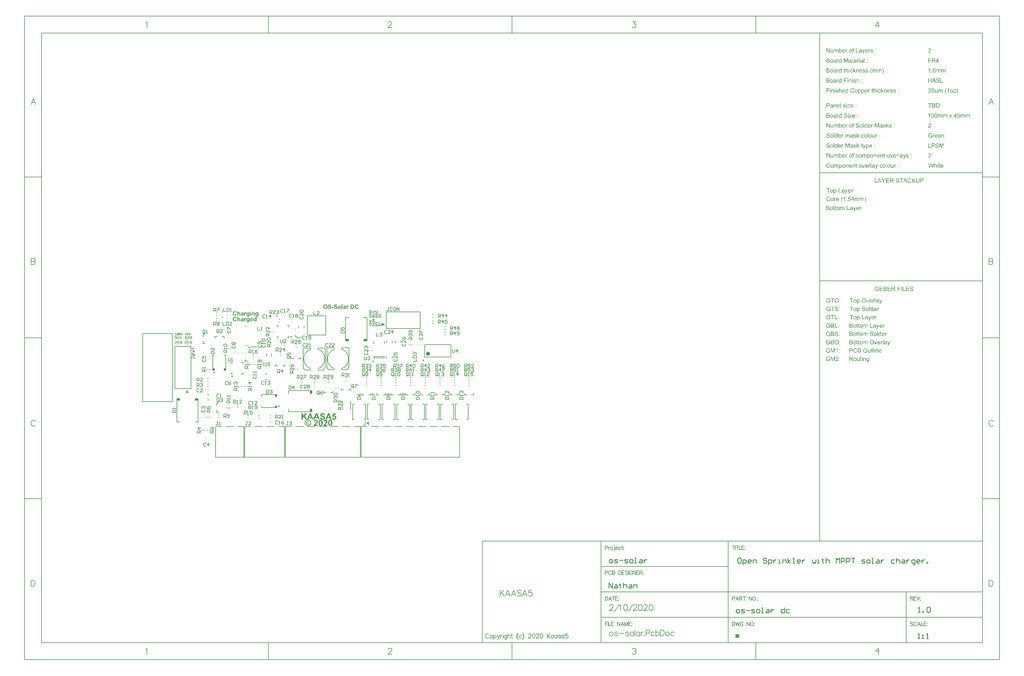
<source format=gto>
G04*
G04 #@! TF.GenerationSoftware,Altium Limited,Altium Designer,20.2.4 (192)*
G04*
G04 Layer_Color=65535*
%FSLAX44Y44*%
%MOMM*%
G71*
G04*
G04 #@! TF.SameCoordinates,67114E77-E753-4292-8CED-1D2F6309BB80*
G04*
G04*
G04 #@! TF.FilePolarity,Positive*
G04*
G01*
G75*
%ADD10C,0.2000*%
%ADD11C,0.2500*%
%ADD12C,0.2540*%
%ADD13C,0.6000*%
%ADD14C,0.1001*%
%ADD15R,0.4000X0.4000*%
%ADD16R,0.9000X0.5000*%
%ADD17R,0.4000X0.4000*%
%ADD18R,0.5000X0.9000*%
%ADD19R,0.9000X0.5000*%
%ADD20C,0.1270*%
%ADD21C,0.1778*%
G36*
X2100266Y1207771D02*
X2100480Y1207752D01*
X2100734Y1207713D01*
X2101007Y1207674D01*
X2101299Y1207615D01*
X2101065Y1206250D01*
X2101046D01*
X2100987Y1206269D01*
X2100890Y1206289D01*
X2100773Y1206308D01*
X2100617D01*
X2100461Y1206328D01*
X2100129Y1206347D01*
X2100012D01*
X2099895Y1206328D01*
X2099739Y1206308D01*
X2099583Y1206269D01*
X2099407Y1206211D01*
X2099251Y1206133D01*
X2099115Y1206035D01*
X2099095Y1206016D01*
X2099076Y1205977D01*
X2099017Y1205899D01*
X2098978Y1205781D01*
X2098920Y1205626D01*
X2098861Y1205411D01*
X2098842Y1205177D01*
X2098822Y1204884D01*
Y1204045D01*
X2100636D01*
Y1202816D01*
X2098842D01*
Y1194760D01*
X2097262D01*
Y1202816D01*
X2095876D01*
Y1204045D01*
X2097262D01*
Y1205021D01*
Y1205040D01*
Y1205060D01*
Y1205177D01*
X2097281Y1205333D01*
Y1205547D01*
X2097301Y1205762D01*
X2097340Y1205996D01*
X2097379Y1206211D01*
X2097437Y1206406D01*
X2097457Y1206425D01*
X2097476Y1206503D01*
X2097535Y1206620D01*
X2097613Y1206757D01*
X2097730Y1206933D01*
X2097866Y1207088D01*
X2098022Y1207245D01*
X2098217Y1207401D01*
X2098237Y1207420D01*
X2098334Y1207459D01*
X2098452Y1207518D01*
X2098647Y1207596D01*
X2098861Y1207674D01*
X2099154Y1207732D01*
X2099466Y1207771D01*
X2099836Y1207791D01*
X2100090D01*
X2100266Y1207771D01*
D02*
G37*
G36*
X2149346Y1204240D02*
X2149560Y1204202D01*
X2149794Y1204123D01*
X2150067Y1204045D01*
X2150360Y1203909D01*
X2150672Y1203733D01*
X2150107Y1202290D01*
X2150087Y1202309D01*
X2150009Y1202348D01*
X2149892Y1202407D01*
X2149755Y1202465D01*
X2149580Y1202524D01*
X2149385Y1202582D01*
X2149170Y1202621D01*
X2148956Y1202641D01*
X2148878D01*
X2148780Y1202621D01*
X2148643Y1202602D01*
X2148507Y1202563D01*
X2148351Y1202504D01*
X2148195Y1202426D01*
X2148039Y1202329D01*
X2148019Y1202309D01*
X2147980Y1202270D01*
X2147902Y1202192D01*
X2147824Y1202095D01*
X2147727Y1201978D01*
X2147629Y1201822D01*
X2147551Y1201646D01*
X2147473Y1201451D01*
X2147454Y1201412D01*
X2147434Y1201314D01*
X2147395Y1201139D01*
X2147356Y1200905D01*
X2147298Y1200632D01*
X2147258Y1200320D01*
X2147239Y1199988D01*
X2147220Y1199617D01*
Y1194760D01*
X2145639D01*
Y1204045D01*
X2147063D01*
Y1202660D01*
X2147083Y1202680D01*
X2147161Y1202797D01*
X2147258Y1202972D01*
X2147375Y1203168D01*
X2147532Y1203382D01*
X2147707Y1203597D01*
X2147863Y1203792D01*
X2148039Y1203928D01*
X2148058Y1203948D01*
X2148117Y1203987D01*
X2148214Y1204026D01*
X2148351Y1204104D01*
X2148487Y1204162D01*
X2148663Y1204202D01*
X2148858Y1204240D01*
X2149053Y1204260D01*
X2149190D01*
X2149346Y1204240D01*
D02*
G37*
G36*
X2079725D02*
X2079939Y1204202D01*
X2080173Y1204123D01*
X2080446Y1204045D01*
X2080739Y1203909D01*
X2081051Y1203733D01*
X2080485Y1202290D01*
X2080466Y1202309D01*
X2080388Y1202348D01*
X2080271Y1202407D01*
X2080134Y1202465D01*
X2079959Y1202524D01*
X2079764Y1202582D01*
X2079549Y1202621D01*
X2079334Y1202641D01*
X2079256D01*
X2079159Y1202621D01*
X2079022Y1202602D01*
X2078886Y1202563D01*
X2078730Y1202504D01*
X2078574Y1202426D01*
X2078418Y1202329D01*
X2078398Y1202309D01*
X2078359Y1202270D01*
X2078281Y1202192D01*
X2078203Y1202095D01*
X2078105Y1201978D01*
X2078008Y1201822D01*
X2077930Y1201646D01*
X2077852Y1201451D01*
X2077832Y1201412D01*
X2077813Y1201314D01*
X2077774Y1201139D01*
X2077735Y1200905D01*
X2077676Y1200632D01*
X2077637Y1200320D01*
X2077618Y1199988D01*
X2077598Y1199617D01*
Y1194760D01*
X2076018D01*
Y1204045D01*
X2077442D01*
Y1202660D01*
X2077462Y1202680D01*
X2077540Y1202797D01*
X2077637Y1202972D01*
X2077754Y1203168D01*
X2077910Y1203382D01*
X2078086Y1203597D01*
X2078242Y1203792D01*
X2078418Y1203928D01*
X2078437Y1203948D01*
X2078496Y1203987D01*
X2078593Y1204026D01*
X2078730Y1204104D01*
X2078866Y1204162D01*
X2079042Y1204202D01*
X2079237Y1204240D01*
X2079432Y1204260D01*
X2079568D01*
X2079725Y1204240D01*
D02*
G37*
G36*
X2051185D02*
X2051303D01*
X2051439Y1204221D01*
X2051732Y1204162D01*
X2052083Y1204065D01*
X2052434Y1203928D01*
X2052766Y1203733D01*
X2053078Y1203480D01*
X2053117Y1203441D01*
X2053195Y1203343D01*
X2053312Y1203148D01*
X2053468Y1202895D01*
X2053604Y1202563D01*
X2053721Y1202173D01*
X2053799Y1201685D01*
X2053839Y1201412D01*
Y1201119D01*
Y1194760D01*
X2052258D01*
Y1200593D01*
Y1200612D01*
Y1200632D01*
Y1200749D01*
Y1200924D01*
X2052239Y1201119D01*
X2052200Y1201568D01*
X2052161Y1201783D01*
X2052102Y1201958D01*
Y1201978D01*
X2052063Y1202036D01*
X2052024Y1202114D01*
X2051966Y1202212D01*
X2051888Y1202309D01*
X2051790Y1202426D01*
X2051673Y1202543D01*
X2051537Y1202641D01*
X2051517Y1202660D01*
X2051459Y1202680D01*
X2051381Y1202719D01*
X2051283Y1202777D01*
X2051147Y1202816D01*
X2050971Y1202856D01*
X2050795Y1202875D01*
X2050600Y1202895D01*
X2050444D01*
X2050249Y1202856D01*
X2050035Y1202816D01*
X2049781Y1202738D01*
X2049508Y1202621D01*
X2049215Y1202446D01*
X2048962Y1202231D01*
X2048942Y1202192D01*
X2048864Y1202114D01*
X2048767Y1201958D01*
X2048650Y1201724D01*
X2048513Y1201431D01*
X2048416Y1201080D01*
X2048338Y1200651D01*
X2048318Y1200144D01*
Y1194760D01*
X2046738D01*
Y1200788D01*
Y1200807D01*
Y1200827D01*
Y1200885D01*
Y1200963D01*
X2046718Y1201158D01*
X2046699Y1201373D01*
X2046640Y1201646D01*
X2046582Y1201900D01*
X2046484Y1202153D01*
X2046348Y1202368D01*
X2046328Y1202387D01*
X2046270Y1202446D01*
X2046192Y1202543D01*
X2046055Y1202641D01*
X2045880Y1202719D01*
X2045665Y1202816D01*
X2045411Y1202875D01*
X2045099Y1202895D01*
X2044982D01*
X2044865Y1202875D01*
X2044690Y1202856D01*
X2044514Y1202816D01*
X2044299Y1202738D01*
X2044085Y1202660D01*
X2043870Y1202543D01*
X2043851Y1202524D01*
X2043773Y1202485D01*
X2043675Y1202387D01*
X2043558Y1202290D01*
X2043422Y1202134D01*
X2043285Y1201958D01*
X2043168Y1201743D01*
X2043051Y1201509D01*
X2043031Y1201470D01*
X2043012Y1201392D01*
X2042973Y1201236D01*
X2042934Y1201022D01*
X2042876Y1200749D01*
X2042836Y1200417D01*
X2042817Y1200027D01*
X2042797Y1199578D01*
Y1194760D01*
X2041217D01*
Y1204045D01*
X2042622D01*
Y1202738D01*
X2042641Y1202777D01*
X2042700Y1202856D01*
X2042797Y1202972D01*
X2042934Y1203129D01*
X2043090Y1203304D01*
X2043285Y1203480D01*
X2043519Y1203675D01*
X2043773Y1203831D01*
X2043812Y1203850D01*
X2043909Y1203889D01*
X2044065Y1203967D01*
X2044261Y1204045D01*
X2044514Y1204123D01*
X2044787Y1204202D01*
X2045119Y1204240D01*
X2045450Y1204260D01*
X2045626D01*
X2045821Y1204240D01*
X2046055Y1204202D01*
X2046309Y1204162D01*
X2046601Y1204084D01*
X2046874Y1203967D01*
X2047128Y1203831D01*
X2047167Y1203811D01*
X2047245Y1203753D01*
X2047362Y1203655D01*
X2047499Y1203519D01*
X2047655Y1203343D01*
X2047811Y1203148D01*
X2047947Y1202895D01*
X2048064Y1202621D01*
X2048084Y1202641D01*
X2048123Y1202699D01*
X2048181Y1202777D01*
X2048259Y1202875D01*
X2048376Y1203011D01*
X2048513Y1203148D01*
X2048669Y1203285D01*
X2048845Y1203441D01*
X2049040Y1203597D01*
X2049254Y1203733D01*
X2049762Y1204006D01*
X2050035Y1204104D01*
X2050327Y1204182D01*
X2050620Y1204240D01*
X2050951Y1204260D01*
X2051088D01*
X2051185Y1204240D01*
D02*
G37*
G36*
X2167761Y1202251D02*
X2165966D01*
Y1204045D01*
X2167761D01*
Y1202251D01*
D02*
G37*
G36*
X2155022Y1204240D02*
X2155276Y1204221D01*
X2155588Y1204182D01*
X2155900Y1204123D01*
X2156232Y1204045D01*
X2156544Y1203928D01*
X2156563D01*
X2156583Y1203909D01*
X2156680Y1203870D01*
X2156837Y1203792D01*
X2157012Y1203714D01*
X2157207Y1203577D01*
X2157422Y1203441D01*
X2157617Y1203265D01*
X2157773Y1203070D01*
X2157792Y1203051D01*
X2157831Y1202972D01*
X2157909Y1202856D01*
X2158007Y1202699D01*
X2158085Y1202504D01*
X2158183Y1202251D01*
X2158261Y1201978D01*
X2158339Y1201665D01*
X2156797Y1201451D01*
Y1201490D01*
X2156778Y1201568D01*
X2156739Y1201704D01*
X2156680Y1201861D01*
X2156602Y1202036D01*
X2156485Y1202212D01*
X2156349Y1202407D01*
X2156173Y1202563D01*
X2156154Y1202582D01*
X2156076Y1202621D01*
X2155959Y1202699D01*
X2155803Y1202777D01*
X2155608Y1202836D01*
X2155354Y1202914D01*
X2155081Y1202953D01*
X2154749Y1202972D01*
X2154574D01*
X2154379Y1202953D01*
X2154144Y1202934D01*
X2153891Y1202875D01*
X2153637Y1202816D01*
X2153384Y1202719D01*
X2153189Y1202602D01*
X2153169Y1202582D01*
X2153111Y1202543D01*
X2153052Y1202465D01*
X2152974Y1202368D01*
X2152877Y1202251D01*
X2152818Y1202095D01*
X2152760Y1201939D01*
X2152740Y1201763D01*
Y1201743D01*
Y1201704D01*
X2152760Y1201646D01*
Y1201568D01*
X2152818Y1201392D01*
X2152916Y1201197D01*
X2152935Y1201178D01*
X2152955Y1201158D01*
X2153072Y1201061D01*
X2153150Y1200983D01*
X2153247Y1200924D01*
X2153384Y1200846D01*
X2153520Y1200788D01*
X2153540D01*
X2153579Y1200768D01*
X2153657Y1200749D01*
X2153793Y1200710D01*
X2153969Y1200651D01*
X2154223Y1200573D01*
X2154535Y1200495D01*
X2154710Y1200437D01*
X2154925Y1200378D01*
X2154944D01*
X2155003Y1200359D01*
X2155081Y1200339D01*
X2155198Y1200300D01*
X2155334Y1200261D01*
X2155491Y1200222D01*
X2155842Y1200124D01*
X2156232Y1200007D01*
X2156622Y1199871D01*
X2156973Y1199754D01*
X2157129Y1199695D01*
X2157266Y1199637D01*
X2157305Y1199617D01*
X2157383Y1199578D01*
X2157500Y1199520D01*
X2157636Y1199442D01*
X2157812Y1199325D01*
X2157988Y1199169D01*
X2158143Y1199013D01*
X2158300Y1198818D01*
X2158319Y1198798D01*
X2158358Y1198720D01*
X2158417Y1198603D01*
X2158495Y1198447D01*
X2158573Y1198252D01*
X2158631Y1198018D01*
X2158670Y1197764D01*
X2158690Y1197471D01*
Y1197432D01*
Y1197335D01*
X2158670Y1197179D01*
X2158631Y1197003D01*
X2158573Y1196769D01*
X2158495Y1196516D01*
X2158378Y1196262D01*
X2158221Y1195989D01*
X2158202Y1195950D01*
X2158143Y1195872D01*
X2158026Y1195755D01*
X2157870Y1195599D01*
X2157695Y1195423D01*
X2157461Y1195248D01*
X2157188Y1195072D01*
X2156875Y1194916D01*
X2156837Y1194896D01*
X2156720Y1194857D01*
X2156544Y1194799D01*
X2156310Y1194741D01*
X2156017Y1194662D01*
X2155686Y1194604D01*
X2155315Y1194565D01*
X2154925Y1194545D01*
X2154749D01*
X2154632Y1194565D01*
X2154476D01*
X2154301Y1194584D01*
X2153891Y1194643D01*
X2153442Y1194721D01*
X2152994Y1194857D01*
X2152545Y1195033D01*
X2152350Y1195150D01*
X2152155Y1195287D01*
X2152135D01*
X2152116Y1195326D01*
X2151999Y1195423D01*
X2151843Y1195599D01*
X2151648Y1195852D01*
X2151452Y1196164D01*
X2151257Y1196555D01*
X2151082Y1197003D01*
X2150965Y1197530D01*
X2152525Y1197784D01*
Y1197764D01*
Y1197745D01*
X2152545Y1197627D01*
X2152603Y1197452D01*
X2152662Y1197237D01*
X2152760Y1197003D01*
X2152877Y1196769D01*
X2153052Y1196535D01*
X2153247Y1196320D01*
X2153267Y1196301D01*
X2153364Y1196243D01*
X2153501Y1196164D01*
X2153676Y1196087D01*
X2153930Y1195989D01*
X2154203Y1195911D01*
X2154554Y1195852D01*
X2154925Y1195833D01*
X2155100D01*
X2155296Y1195852D01*
X2155529Y1195891D01*
X2155803Y1195930D01*
X2156076Y1196008D01*
X2156329Y1196125D01*
X2156544Y1196262D01*
X2156563Y1196282D01*
X2156622Y1196340D01*
X2156720Y1196438D01*
X2156817Y1196555D01*
X2156895Y1196711D01*
X2156993Y1196906D01*
X2157051Y1197101D01*
X2157071Y1197315D01*
Y1197335D01*
Y1197413D01*
X2157051Y1197491D01*
X2157012Y1197627D01*
X2156954Y1197745D01*
X2156875Y1197901D01*
X2156759Y1198037D01*
X2156602Y1198154D01*
X2156583Y1198174D01*
X2156524Y1198193D01*
X2156427Y1198232D01*
X2156271Y1198310D01*
X2156056Y1198369D01*
X2155783Y1198466D01*
X2155608Y1198525D01*
X2155432Y1198564D01*
X2155217Y1198622D01*
X2154983Y1198681D01*
X2154964D01*
X2154905Y1198700D01*
X2154827Y1198720D01*
X2154710Y1198759D01*
X2154554Y1198798D01*
X2154398Y1198837D01*
X2154028Y1198954D01*
X2153637Y1199071D01*
X2153228Y1199188D01*
X2152857Y1199325D01*
X2152701Y1199383D01*
X2152565Y1199442D01*
X2152545Y1199461D01*
X2152447Y1199500D01*
X2152330Y1199578D01*
X2152194Y1199676D01*
X2152018Y1199793D01*
X2151862Y1199949D01*
X2151687Y1200124D01*
X2151550Y1200320D01*
X2151531Y1200339D01*
X2151492Y1200417D01*
X2151452Y1200534D01*
X2151394Y1200690D01*
X2151316Y1200866D01*
X2151277Y1201080D01*
X2151238Y1201314D01*
X2151219Y1201568D01*
Y1201588D01*
Y1201665D01*
X2151238Y1201802D01*
X2151257Y1201939D01*
X2151277Y1202114D01*
X2151335Y1202309D01*
X2151394Y1202524D01*
X2151492Y1202719D01*
X2151511Y1202738D01*
X2151550Y1202816D01*
X2151609Y1202914D01*
X2151706Y1203031D01*
X2151804Y1203168D01*
X2151940Y1203304D01*
X2152096Y1203460D01*
X2152272Y1203597D01*
X2152291Y1203616D01*
X2152350Y1203636D01*
X2152428Y1203694D01*
X2152545Y1203753D01*
X2152681Y1203831D01*
X2152857Y1203909D01*
X2153052Y1203987D01*
X2153267Y1204065D01*
X2153306D01*
X2153384Y1204104D01*
X2153501Y1204123D01*
X2153676Y1204162D01*
X2153891Y1204202D01*
X2154106Y1204221D01*
X2154359Y1204260D01*
X2154808D01*
X2155022Y1204240D01*
D02*
G37*
G36*
X2028635Y1194760D02*
X2026899D01*
X2020169Y1204826D01*
Y1194760D01*
X2018550D01*
Y1207576D01*
X2020267D01*
X2027016Y1197511D01*
Y1207576D01*
X2028635D01*
Y1194760D01*
D02*
G37*
G36*
X2130833Y1194604D02*
Y1194584D01*
X2130814Y1194545D01*
X2130775Y1194467D01*
X2130736Y1194350D01*
X2130697Y1194233D01*
X2130638Y1194097D01*
X2130521Y1193765D01*
X2130365Y1193414D01*
X2130229Y1193082D01*
X2130092Y1192751D01*
X2130014Y1192614D01*
X2129956Y1192497D01*
X2129936Y1192458D01*
X2129878Y1192380D01*
X2129800Y1192243D01*
X2129682Y1192068D01*
X2129526Y1191892D01*
X2129370Y1191697D01*
X2129175Y1191522D01*
X2128980Y1191366D01*
X2128961Y1191346D01*
X2128883Y1191307D01*
X2128766Y1191249D01*
X2128610Y1191190D01*
X2128434Y1191112D01*
X2128200Y1191054D01*
X2127966Y1191015D01*
X2127693Y1190995D01*
X2127615D01*
X2127517Y1191015D01*
X2127400D01*
X2127244Y1191034D01*
X2127068Y1191073D01*
X2126678Y1191190D01*
X2126503Y1192653D01*
X2126522D01*
X2126581Y1192634D01*
X2126678Y1192614D01*
X2126815Y1192575D01*
X2127088Y1192517D01*
X2127400Y1192497D01*
X2127498D01*
X2127576Y1192517D01*
X2127712D01*
X2127985Y1192575D01*
X2128122Y1192614D01*
X2128239Y1192673D01*
X2128259D01*
X2128297Y1192712D01*
X2128356Y1192751D01*
X2128414Y1192809D01*
X2128590Y1192965D01*
X2128766Y1193180D01*
Y1193199D01*
X2128785Y1193238D01*
X2128824Y1193297D01*
X2128883Y1193414D01*
X2128941Y1193570D01*
X2129019Y1193765D01*
X2129117Y1194038D01*
X2129234Y1194350D01*
X2129253Y1194370D01*
X2129273Y1194448D01*
X2129331Y1194565D01*
X2129390Y1194741D01*
X2125859Y1204045D01*
X2127537D01*
X2129468Y1198700D01*
Y1198681D01*
X2129487Y1198661D01*
X2129507Y1198603D01*
X2129526Y1198525D01*
X2129604Y1198310D01*
X2129702Y1198037D01*
X2129800Y1197725D01*
X2129917Y1197354D01*
X2130034Y1196964D01*
X2130151Y1196555D01*
Y1196574D01*
X2130170Y1196594D01*
Y1196652D01*
X2130209Y1196730D01*
X2130248Y1196945D01*
X2130326Y1197198D01*
X2130424Y1197511D01*
X2130541Y1197862D01*
X2130658Y1198232D01*
X2130794Y1198622D01*
X2132784Y1204045D01*
X2134345D01*
X2130833Y1194604D01*
D02*
G37*
G36*
X2038759Y1194760D02*
X2037355D01*
Y1196106D01*
X2037335Y1196087D01*
X2037296Y1196047D01*
X2037238Y1195969D01*
X2037160Y1195872D01*
X2037043Y1195735D01*
X2036906Y1195618D01*
X2036750Y1195462D01*
X2036575Y1195326D01*
X2036380Y1195189D01*
X2036165Y1195033D01*
X2035911Y1194916D01*
X2035658Y1194799D01*
X2035365Y1194682D01*
X2035073Y1194604D01*
X2034741Y1194565D01*
X2034409Y1194545D01*
X2034273D01*
X2034117Y1194565D01*
X2033902Y1194584D01*
X2033668Y1194623D01*
X2033414Y1194682D01*
X2033141Y1194760D01*
X2032868Y1194857D01*
X2032829Y1194877D01*
X2032751Y1194916D01*
X2032634Y1194975D01*
X2032478Y1195072D01*
X2032303Y1195189D01*
X2032127Y1195326D01*
X2031971Y1195462D01*
X2031815Y1195638D01*
X2031795Y1195657D01*
X2031756Y1195716D01*
X2031698Y1195833D01*
X2031639Y1195969D01*
X2031542Y1196145D01*
X2031464Y1196340D01*
X2031386Y1196555D01*
X2031327Y1196808D01*
Y1196828D01*
X2031308Y1196906D01*
Y1197003D01*
X2031288Y1197159D01*
X2031269Y1197374D01*
Y1197627D01*
X2031249Y1197920D01*
Y1198271D01*
Y1204045D01*
X2032829D01*
Y1198876D01*
Y1198857D01*
Y1198818D01*
Y1198759D01*
Y1198681D01*
Y1198466D01*
X2032849Y1198213D01*
Y1197940D01*
X2032868Y1197666D01*
X2032888Y1197413D01*
X2032907Y1197218D01*
Y1197198D01*
X2032946Y1197120D01*
X2032985Y1197003D01*
X2033044Y1196867D01*
X2033122Y1196711D01*
X2033239Y1196535D01*
X2033376Y1196379D01*
X2033531Y1196243D01*
X2033551Y1196223D01*
X2033629Y1196184D01*
X2033727Y1196125D01*
X2033863Y1196067D01*
X2034039Y1196008D01*
X2034234Y1195950D01*
X2034468Y1195911D01*
X2034722Y1195891D01*
X2034839D01*
X2034975Y1195911D01*
X2035151Y1195930D01*
X2035346Y1195969D01*
X2035560Y1196047D01*
X2035794Y1196125D01*
X2036028Y1196243D01*
X2036048Y1196262D01*
X2036126Y1196320D01*
X2036243Y1196399D01*
X2036380Y1196516D01*
X2036516Y1196652D01*
X2036672Y1196828D01*
X2036789Y1197023D01*
X2036906Y1197237D01*
X2036926Y1197276D01*
X2036945Y1197354D01*
X2036984Y1197491D01*
X2037043Y1197706D01*
X2037101Y1197959D01*
X2037140Y1198271D01*
X2037160Y1198642D01*
X2037179Y1199052D01*
Y1204045D01*
X2038759D01*
Y1194760D01*
D02*
G37*
G36*
X2328329Y1207615D02*
X2328485Y1207596D01*
X2328661Y1207576D01*
X2328856Y1207557D01*
X2329070Y1207498D01*
X2329539Y1207381D01*
X2330026Y1207206D01*
X2330280Y1207088D01*
X2330514Y1206952D01*
X2330729Y1206776D01*
X2330943Y1206601D01*
X2330963Y1206581D01*
X2330982Y1206562D01*
X2331041Y1206503D01*
X2331119Y1206425D01*
X2331197Y1206308D01*
X2331294Y1206191D01*
X2331489Y1205899D01*
X2331685Y1205528D01*
X2331860Y1205099D01*
X2331997Y1204611D01*
X2332016Y1204338D01*
X2332036Y1204065D01*
Y1204026D01*
Y1203928D01*
X2332016Y1203772D01*
X2331997Y1203577D01*
X2331958Y1203343D01*
X2331899Y1203090D01*
X2331821Y1202816D01*
X2331704Y1202543D01*
X2331685Y1202504D01*
X2331646Y1202407D01*
X2331567Y1202270D01*
X2331450Y1202075D01*
X2331314Y1201841D01*
X2331138Y1201568D01*
X2330904Y1201295D01*
X2330651Y1200983D01*
X2330612Y1200944D01*
X2330514Y1200827D01*
X2330338Y1200651D01*
X2330222Y1200534D01*
X2330085Y1200397D01*
X2329929Y1200241D01*
X2329734Y1200066D01*
X2329539Y1199890D01*
X2329324Y1199676D01*
X2329090Y1199461D01*
X2328817Y1199227D01*
X2328544Y1198993D01*
X2328232Y1198720D01*
X2328212Y1198700D01*
X2328173Y1198661D01*
X2328095Y1198603D01*
X2327998Y1198525D01*
X2327764Y1198330D01*
X2327471Y1198076D01*
X2327178Y1197803D01*
X2326866Y1197530D01*
X2326613Y1197296D01*
X2326515Y1197198D01*
X2326418Y1197101D01*
X2326398Y1197081D01*
X2326359Y1197023D01*
X2326281Y1196945D01*
X2326183Y1196828D01*
X2325969Y1196574D01*
X2325754Y1196262D01*
X2332055D01*
Y1194760D01*
X2323569D01*
Y1194780D01*
Y1194857D01*
Y1194975D01*
X2323589Y1195111D01*
X2323609Y1195267D01*
X2323628Y1195443D01*
X2323687Y1195638D01*
X2323745Y1195833D01*
Y1195852D01*
X2323765Y1195872D01*
X2323804Y1195989D01*
X2323882Y1196145D01*
X2323999Y1196379D01*
X2324135Y1196633D01*
X2324330Y1196925D01*
X2324525Y1197218D01*
X2324779Y1197530D01*
Y1197550D01*
X2324818Y1197569D01*
X2324915Y1197686D01*
X2325072Y1197862D01*
X2325306Y1198096D01*
X2325598Y1198369D01*
X2325949Y1198700D01*
X2326378Y1199071D01*
X2326847Y1199481D01*
X2326866Y1199500D01*
X2326944Y1199559D01*
X2327042Y1199637D01*
X2327178Y1199773D01*
X2327354Y1199910D01*
X2327549Y1200085D01*
X2327978Y1200456D01*
X2328446Y1200905D01*
X2328914Y1201353D01*
X2329149Y1201568D01*
X2329344Y1201783D01*
X2329519Y1201997D01*
X2329675Y1202192D01*
Y1202212D01*
X2329714Y1202231D01*
X2329753Y1202290D01*
X2329792Y1202368D01*
X2329909Y1202563D01*
X2330046Y1202816D01*
X2330182Y1203109D01*
X2330300Y1203421D01*
X2330378Y1203772D01*
X2330417Y1204104D01*
Y1204123D01*
Y1204143D01*
X2330397Y1204260D01*
X2330378Y1204436D01*
X2330338Y1204650D01*
X2330241Y1204904D01*
X2330124Y1205157D01*
X2329968Y1205430D01*
X2329734Y1205684D01*
X2329695Y1205704D01*
X2329617Y1205781D01*
X2329461Y1205879D01*
X2329266Y1206016D01*
X2329012Y1206133D01*
X2328719Y1206230D01*
X2328368Y1206308D01*
X2327978Y1206328D01*
X2327861D01*
X2327783Y1206308D01*
X2327588Y1206289D01*
X2327334Y1206250D01*
X2327042Y1206152D01*
X2326730Y1206035D01*
X2326437Y1205860D01*
X2326164Y1205626D01*
X2326144Y1205586D01*
X2326066Y1205508D01*
X2325949Y1205352D01*
X2325832Y1205138D01*
X2325696Y1204865D01*
X2325598Y1204553D01*
X2325520Y1204182D01*
X2325481Y1203753D01*
X2323862Y1203928D01*
Y1203948D01*
Y1204006D01*
X2323882Y1204104D01*
X2323901Y1204221D01*
X2323940Y1204377D01*
X2323960Y1204553D01*
X2324077Y1204943D01*
X2324233Y1205391D01*
X2324447Y1205840D01*
X2324740Y1206289D01*
X2324896Y1206484D01*
X2325091Y1206679D01*
X2325111Y1206698D01*
X2325150Y1206718D01*
X2325208Y1206776D01*
X2325286Y1206835D01*
X2325403Y1206893D01*
X2325540Y1206991D01*
X2325696Y1207069D01*
X2325871Y1207167D01*
X2326066Y1207245D01*
X2326281Y1207342D01*
X2326535Y1207420D01*
X2326788Y1207479D01*
X2327373Y1207596D01*
X2327686Y1207615D01*
X2328017Y1207635D01*
X2328193D01*
X2328329Y1207615D01*
D02*
G37*
G36*
X2167761Y1194760D02*
X2165966D01*
Y1196555D01*
X2167761D01*
Y1194760D01*
D02*
G37*
G36*
X2121119Y1204240D02*
X2121392Y1204221D01*
X2121704Y1204182D01*
X2122036Y1204143D01*
X2122348Y1204065D01*
X2122640Y1203967D01*
X2122679Y1203948D01*
X2122758Y1203928D01*
X2122894Y1203850D01*
X2123050Y1203772D01*
X2123226Y1203675D01*
X2123421Y1203558D01*
X2123577Y1203421D01*
X2123733Y1203265D01*
X2123752Y1203246D01*
X2123791Y1203187D01*
X2123850Y1203109D01*
X2123928Y1202972D01*
X2124006Y1202816D01*
X2124084Y1202641D01*
X2124162Y1202426D01*
X2124220Y1202192D01*
Y1202173D01*
X2124240Y1202114D01*
X2124259Y1202017D01*
X2124279Y1201861D01*
Y1201665D01*
X2124299Y1201412D01*
X2124318Y1201119D01*
Y1200749D01*
Y1198642D01*
Y1198622D01*
Y1198544D01*
Y1198427D01*
Y1198291D01*
Y1198115D01*
Y1197920D01*
X2124337Y1197471D01*
Y1196984D01*
X2124357Y1196535D01*
X2124377Y1196320D01*
Y1196145D01*
X2124396Y1195989D01*
X2124416Y1195852D01*
Y1195833D01*
X2124435Y1195755D01*
X2124455Y1195638D01*
X2124494Y1195501D01*
X2124552Y1195345D01*
X2124630Y1195150D01*
X2124806Y1194760D01*
X2123167D01*
X2123148Y1194780D01*
X2123128Y1194838D01*
X2123089Y1194955D01*
X2123031Y1195092D01*
X2122972Y1195267D01*
X2122933Y1195462D01*
X2122894Y1195677D01*
X2122855Y1195930D01*
X2122816Y1195891D01*
X2122699Y1195813D01*
X2122543Y1195677D01*
X2122309Y1195521D01*
X2122055Y1195326D01*
X2121763Y1195150D01*
X2121470Y1194994D01*
X2121158Y1194857D01*
X2121119Y1194838D01*
X2121021Y1194818D01*
X2120865Y1194760D01*
X2120651Y1194701D01*
X2120378Y1194643D01*
X2120085Y1194604D01*
X2119773Y1194565D01*
X2119422Y1194545D01*
X2119285D01*
X2119168Y1194565D01*
X2119051D01*
X2118895Y1194584D01*
X2118563Y1194643D01*
X2118173Y1194721D01*
X2117803Y1194857D01*
X2117413Y1195033D01*
X2117081Y1195287D01*
X2117042Y1195326D01*
X2116944Y1195423D01*
X2116827Y1195579D01*
X2116671Y1195813D01*
X2116515Y1196087D01*
X2116398Y1196399D01*
X2116301Y1196789D01*
X2116262Y1197198D01*
Y1197237D01*
Y1197315D01*
X2116281Y1197452D01*
X2116301Y1197608D01*
X2116340Y1197803D01*
X2116379Y1198018D01*
X2116457Y1198232D01*
X2116554Y1198447D01*
X2116574Y1198466D01*
X2116613Y1198544D01*
X2116671Y1198642D01*
X2116769Y1198779D01*
X2116886Y1198915D01*
X2117042Y1199071D01*
X2117198Y1199208D01*
X2117374Y1199344D01*
X2117393Y1199364D01*
X2117471Y1199403D01*
X2117569Y1199461D01*
X2117705Y1199539D01*
X2117881Y1199637D01*
X2118056Y1199715D01*
X2118271Y1199793D01*
X2118505Y1199871D01*
X2118524D01*
X2118602Y1199890D01*
X2118700Y1199910D01*
X2118856Y1199949D01*
X2119051Y1199988D01*
X2119305Y1200027D01*
X2119578Y1200066D01*
X2119909Y1200105D01*
X2119929D01*
X2119987Y1200124D01*
X2120085D01*
X2120222Y1200144D01*
X2120378Y1200163D01*
X2120553Y1200183D01*
X2120982Y1200261D01*
X2121431Y1200339D01*
X2121899Y1200417D01*
X2122348Y1200534D01*
X2122543Y1200593D01*
X2122718Y1200651D01*
Y1200671D01*
Y1200710D01*
X2122738Y1200827D01*
Y1200963D01*
Y1201022D01*
Y1201061D01*
Y1201080D01*
Y1201100D01*
Y1201217D01*
X2122718Y1201392D01*
X2122679Y1201588D01*
X2122621Y1201802D01*
X2122543Y1202036D01*
X2122445Y1202231D01*
X2122289Y1202407D01*
X2122270Y1202426D01*
X2122172Y1202485D01*
X2122036Y1202582D01*
X2121841Y1202680D01*
X2121587Y1202777D01*
X2121275Y1202875D01*
X2120904Y1202934D01*
X2120495Y1202953D01*
X2120319D01*
X2120124Y1202934D01*
X2119870Y1202914D01*
X2119597Y1202856D01*
X2119344Y1202797D01*
X2119071Y1202699D01*
X2118856Y1202563D01*
X2118837Y1202543D01*
X2118778Y1202485D01*
X2118680Y1202387D01*
X2118563Y1202251D01*
X2118427Y1202056D01*
X2118310Y1201822D01*
X2118173Y1201529D01*
X2118076Y1201197D01*
X2116535Y1201412D01*
Y1201431D01*
X2116554Y1201451D01*
X2116574Y1201568D01*
X2116632Y1201743D01*
X2116691Y1201978D01*
X2116788Y1202231D01*
X2116905Y1202485D01*
X2117042Y1202758D01*
X2117217Y1202992D01*
X2117237Y1203011D01*
X2117315Y1203090D01*
X2117413Y1203207D01*
X2117569Y1203343D01*
X2117764Y1203480D01*
X2118017Y1203636D01*
X2118290Y1203792D01*
X2118602Y1203928D01*
X2118622D01*
X2118641Y1203948D01*
X2118700Y1203967D01*
X2118759Y1203987D01*
X2118954Y1204026D01*
X2119207Y1204104D01*
X2119519Y1204162D01*
X2119870Y1204202D01*
X2120280Y1204240D01*
X2120709Y1204260D01*
X2120904D01*
X2121119Y1204240D01*
D02*
G37*
G36*
X2108673Y1196262D02*
X2114974D01*
Y1194760D01*
X2106976D01*
Y1207576D01*
X2108673D01*
Y1196262D01*
D02*
G37*
G36*
X2139807Y1204240D02*
X2139963Y1204221D01*
X2140158Y1204202D01*
X2140353Y1204162D01*
X2140587Y1204104D01*
X2141055Y1203948D01*
X2141309Y1203850D01*
X2141562Y1203714D01*
X2141816Y1203577D01*
X2142070Y1203402D01*
X2142304Y1203207D01*
X2142538Y1202972D01*
X2142557Y1202953D01*
X2142596Y1202914D01*
X2142655Y1202836D01*
X2142733Y1202738D01*
X2142811Y1202602D01*
X2142908Y1202446D01*
X2143025Y1202270D01*
X2143143Y1202056D01*
X2143240Y1201802D01*
X2143357Y1201548D01*
X2143455Y1201256D01*
X2143552Y1200924D01*
X2143611Y1200593D01*
X2143669Y1200222D01*
X2143708Y1199832D01*
X2143728Y1199403D01*
Y1199383D01*
Y1199305D01*
Y1199169D01*
X2143708Y1198993D01*
X2136803D01*
Y1198973D01*
Y1198934D01*
X2136822Y1198837D01*
Y1198739D01*
X2136842Y1198603D01*
X2136861Y1198466D01*
X2136939Y1198115D01*
X2137056Y1197745D01*
X2137193Y1197354D01*
X2137407Y1196964D01*
X2137661Y1196633D01*
X2137700Y1196594D01*
X2137798Y1196516D01*
X2137973Y1196379D01*
X2138188Y1196243D01*
X2138480Y1196087D01*
X2138812Y1195950D01*
X2139182Y1195872D01*
X2139592Y1195833D01*
X2139748D01*
X2139904Y1195852D01*
X2140099Y1195891D01*
X2140333Y1195950D01*
X2140587Y1196028D01*
X2140841Y1196125D01*
X2141075Y1196282D01*
X2141094Y1196301D01*
X2141172Y1196379D01*
X2141289Y1196477D01*
X2141426Y1196652D01*
X2141582Y1196847D01*
X2141738Y1197101D01*
X2141894Y1197413D01*
X2142050Y1197764D01*
X2143669Y1197550D01*
Y1197530D01*
X2143650Y1197491D01*
X2143630Y1197413D01*
X2143591Y1197315D01*
X2143552Y1197198D01*
X2143494Y1197062D01*
X2143338Y1196730D01*
X2143143Y1196379D01*
X2142908Y1196008D01*
X2142596Y1195638D01*
X2142245Y1195326D01*
X2142226D01*
X2142206Y1195287D01*
X2142148Y1195248D01*
X2142050Y1195209D01*
X2141953Y1195150D01*
X2141835Y1195072D01*
X2141699Y1195014D01*
X2141523Y1194936D01*
X2141153Y1194799D01*
X2140685Y1194662D01*
X2140177Y1194584D01*
X2139592Y1194545D01*
X2139397D01*
X2139261Y1194565D01*
X2139085Y1194584D01*
X2138890Y1194604D01*
X2138675Y1194643D01*
X2138422Y1194701D01*
X2137914Y1194857D01*
X2137641Y1194955D01*
X2137388Y1195072D01*
X2137115Y1195209D01*
X2136861Y1195384D01*
X2136608Y1195579D01*
X2136373Y1195794D01*
X2136354Y1195813D01*
X2136315Y1195852D01*
X2136256Y1195930D01*
X2136198Y1196028D01*
X2136100Y1196145D01*
X2136003Y1196301D01*
X2135886Y1196496D01*
X2135788Y1196711D01*
X2135671Y1196945D01*
X2135554Y1197198D01*
X2135457Y1197491D01*
X2135379Y1197803D01*
X2135301Y1198135D01*
X2135242Y1198505D01*
X2135203Y1198895D01*
X2135184Y1199305D01*
Y1199325D01*
Y1199403D01*
Y1199539D01*
X2135203Y1199695D01*
X2135223Y1199890D01*
X2135242Y1200124D01*
X2135281Y1200378D01*
X2135340Y1200651D01*
X2135476Y1201236D01*
X2135574Y1201529D01*
X2135691Y1201841D01*
X2135827Y1202134D01*
X2135983Y1202426D01*
X2136159Y1202699D01*
X2136373Y1202953D01*
X2136393Y1202972D01*
X2136432Y1203011D01*
X2136490Y1203070D01*
X2136588Y1203168D01*
X2136705Y1203265D01*
X2136861Y1203363D01*
X2137017Y1203480D01*
X2137212Y1203616D01*
X2137427Y1203733D01*
X2137661Y1203850D01*
X2137914Y1203948D01*
X2138207Y1204065D01*
X2138500Y1204143D01*
X2138812Y1204202D01*
X2139144Y1204240D01*
X2139495Y1204260D01*
X2139670D01*
X2139807Y1204240D01*
D02*
G37*
G36*
X2091019D02*
X2091195Y1204221D01*
X2091370Y1204202D01*
X2091585Y1204162D01*
X2091819Y1204104D01*
X2092307Y1203948D01*
X2092560Y1203850D01*
X2092833Y1203733D01*
X2093087Y1203577D01*
X2093341Y1203402D01*
X2093594Y1203207D01*
X2093828Y1202992D01*
X2093848Y1202972D01*
X2093887Y1202934D01*
X2093945Y1202856D01*
X2094023Y1202758D01*
X2094121Y1202641D01*
X2094218Y1202485D01*
X2094335Y1202290D01*
X2094453Y1202095D01*
X2094550Y1201861D01*
X2094667Y1201588D01*
X2094765Y1201314D01*
X2094862Y1201002D01*
X2094940Y1200671D01*
X2094999Y1200300D01*
X2095038Y1199929D01*
X2095057Y1199520D01*
Y1199500D01*
Y1199442D01*
Y1199344D01*
Y1199227D01*
X2095038Y1199071D01*
Y1198895D01*
X2095018Y1198700D01*
X2094999Y1198486D01*
X2094921Y1198037D01*
X2094823Y1197569D01*
X2094687Y1197101D01*
X2094511Y1196691D01*
Y1196672D01*
X2094491Y1196652D01*
X2094413Y1196516D01*
X2094277Y1196340D01*
X2094101Y1196106D01*
X2093887Y1195852D01*
X2093614Y1195599D01*
X2093302Y1195345D01*
X2092931Y1195111D01*
X2092911D01*
X2092892Y1195092D01*
X2092833Y1195053D01*
X2092755Y1195033D01*
X2092541Y1194936D01*
X2092268Y1194838D01*
X2091936Y1194721D01*
X2091565Y1194643D01*
X2091156Y1194565D01*
X2090707Y1194545D01*
X2090512D01*
X2090376Y1194565D01*
X2090219Y1194584D01*
X2090024Y1194604D01*
X2089810Y1194643D01*
X2089576Y1194701D01*
X2089088Y1194857D01*
X2088815Y1194955D01*
X2088561Y1195072D01*
X2088288Y1195209D01*
X2088035Y1195384D01*
X2087781Y1195579D01*
X2087547Y1195794D01*
X2087527Y1195813D01*
X2087488Y1195852D01*
X2087430Y1195930D01*
X2087371Y1196028D01*
X2087274Y1196164D01*
X2087176Y1196320D01*
X2087059Y1196496D01*
X2086962Y1196711D01*
X2086845Y1196964D01*
X2086728Y1197218D01*
X2086630Y1197530D01*
X2086552Y1197842D01*
X2086474Y1198193D01*
X2086416Y1198564D01*
X2086376Y1198973D01*
X2086357Y1199403D01*
Y1199442D01*
Y1199520D01*
X2086376Y1199656D01*
Y1199832D01*
X2086396Y1200046D01*
X2086435Y1200281D01*
X2086474Y1200554D01*
X2086533Y1200846D01*
X2086611Y1201158D01*
X2086708Y1201470D01*
X2086825Y1201783D01*
X2086962Y1202095D01*
X2087118Y1202407D01*
X2087313Y1202699D01*
X2087527Y1202972D01*
X2087781Y1203226D01*
X2087800Y1203246D01*
X2087840Y1203265D01*
X2087898Y1203324D01*
X2087996Y1203382D01*
X2088113Y1203460D01*
X2088249Y1203558D01*
X2088405Y1203655D01*
X2088600Y1203753D01*
X2088795Y1203831D01*
X2089010Y1203928D01*
X2089517Y1204104D01*
X2090083Y1204221D01*
X2090395Y1204240D01*
X2090707Y1204260D01*
X2090883D01*
X2091019Y1204240D01*
D02*
G37*
G36*
X2070186D02*
X2070342Y1204221D01*
X2070537Y1204202D01*
X2070732Y1204162D01*
X2070966Y1204104D01*
X2071434Y1203948D01*
X2071688Y1203850D01*
X2071941Y1203714D01*
X2072195Y1203577D01*
X2072448Y1203402D01*
X2072682Y1203207D01*
X2072917Y1202972D01*
X2072936Y1202953D01*
X2072975Y1202914D01*
X2073034Y1202836D01*
X2073112Y1202738D01*
X2073190Y1202602D01*
X2073287Y1202446D01*
X2073404Y1202270D01*
X2073521Y1202056D01*
X2073619Y1201802D01*
X2073736Y1201548D01*
X2073833Y1201256D01*
X2073931Y1200924D01*
X2073990Y1200593D01*
X2074048Y1200222D01*
X2074087Y1199832D01*
X2074106Y1199403D01*
Y1199383D01*
Y1199305D01*
Y1199169D01*
X2074087Y1198993D01*
X2067181D01*
Y1198973D01*
Y1198934D01*
X2067201Y1198837D01*
Y1198739D01*
X2067220Y1198603D01*
X2067240Y1198466D01*
X2067318Y1198115D01*
X2067435Y1197745D01*
X2067572Y1197354D01*
X2067786Y1196964D01*
X2068040Y1196633D01*
X2068079Y1196594D01*
X2068176Y1196516D01*
X2068352Y1196379D01*
X2068566Y1196243D01*
X2068859Y1196087D01*
X2069191Y1195950D01*
X2069561Y1195872D01*
X2069971Y1195833D01*
X2070127D01*
X2070283Y1195852D01*
X2070478Y1195891D01*
X2070712Y1195950D01*
X2070966Y1196028D01*
X2071219Y1196125D01*
X2071454Y1196282D01*
X2071473Y1196301D01*
X2071551Y1196379D01*
X2071668Y1196477D01*
X2071805Y1196652D01*
X2071961Y1196847D01*
X2072117Y1197101D01*
X2072273Y1197413D01*
X2072429Y1197764D01*
X2074048Y1197550D01*
Y1197530D01*
X2074028Y1197491D01*
X2074009Y1197413D01*
X2073970Y1197315D01*
X2073931Y1197198D01*
X2073872Y1197062D01*
X2073716Y1196730D01*
X2073521Y1196379D01*
X2073287Y1196008D01*
X2072975Y1195638D01*
X2072624Y1195326D01*
X2072604D01*
X2072585Y1195287D01*
X2072526Y1195248D01*
X2072429Y1195209D01*
X2072331Y1195150D01*
X2072214Y1195072D01*
X2072078Y1195014D01*
X2071902Y1194936D01*
X2071532Y1194799D01*
X2071063Y1194662D01*
X2070556Y1194584D01*
X2069971Y1194545D01*
X2069776D01*
X2069639Y1194565D01*
X2069464Y1194584D01*
X2069269Y1194604D01*
X2069054Y1194643D01*
X2068801Y1194701D01*
X2068293Y1194857D01*
X2068020Y1194955D01*
X2067767Y1195072D01*
X2067494Y1195209D01*
X2067240Y1195384D01*
X2066986Y1195579D01*
X2066752Y1195794D01*
X2066733Y1195813D01*
X2066694Y1195852D01*
X2066635Y1195930D01*
X2066577Y1196028D01*
X2066479Y1196145D01*
X2066382Y1196301D01*
X2066265Y1196496D01*
X2066167Y1196711D01*
X2066050Y1196945D01*
X2065933Y1197198D01*
X2065835Y1197491D01*
X2065757Y1197803D01*
X2065679Y1198135D01*
X2065621Y1198505D01*
X2065582Y1198895D01*
X2065562Y1199305D01*
Y1199325D01*
Y1199403D01*
Y1199539D01*
X2065582Y1199695D01*
X2065601Y1199890D01*
X2065621Y1200124D01*
X2065660Y1200378D01*
X2065718Y1200651D01*
X2065855Y1201236D01*
X2065952Y1201529D01*
X2066069Y1201841D01*
X2066206Y1202134D01*
X2066362Y1202426D01*
X2066538Y1202699D01*
X2066752Y1202953D01*
X2066772Y1202972D01*
X2066811Y1203011D01*
X2066869Y1203070D01*
X2066967Y1203168D01*
X2067084Y1203265D01*
X2067240Y1203363D01*
X2067396Y1203480D01*
X2067591Y1203616D01*
X2067806Y1203733D01*
X2068040Y1203850D01*
X2068293Y1203948D01*
X2068586Y1204065D01*
X2068879Y1204143D01*
X2069191Y1204202D01*
X2069522Y1204240D01*
X2069873Y1204260D01*
X2070049D01*
X2070186Y1204240D01*
D02*
G37*
G36*
X2057681Y1203011D02*
X2057701Y1203031D01*
X2057720Y1203070D01*
X2057779Y1203129D01*
X2057857Y1203207D01*
X2057955Y1203304D01*
X2058072Y1203402D01*
X2058364Y1203636D01*
X2058715Y1203870D01*
X2059164Y1204065D01*
X2059398Y1204143D01*
X2059652Y1204202D01*
X2059925Y1204240D01*
X2060198Y1204260D01*
X2060354D01*
X2060510Y1204240D01*
X2060725Y1204221D01*
X2060978Y1204182D01*
X2061251Y1204104D01*
X2061524Y1204026D01*
X2061817Y1203909D01*
X2061856Y1203889D01*
X2061953Y1203850D01*
X2062090Y1203772D01*
X2062266Y1203655D01*
X2062461Y1203519D01*
X2062656Y1203343D01*
X2062870Y1203148D01*
X2063065Y1202934D01*
X2063085Y1202914D01*
X2063143Y1202816D01*
X2063241Y1202680D01*
X2063358Y1202504D01*
X2063475Y1202290D01*
X2063612Y1202036D01*
X2063729Y1201743D01*
X2063846Y1201412D01*
X2063865Y1201373D01*
X2063885Y1201256D01*
X2063943Y1201080D01*
X2064002Y1200846D01*
X2064041Y1200573D01*
X2064099Y1200261D01*
X2064119Y1199910D01*
X2064138Y1199539D01*
Y1199520D01*
Y1199442D01*
Y1199305D01*
X2064119Y1199149D01*
X2064099Y1198934D01*
X2064080Y1198720D01*
X2064041Y1198447D01*
X2063982Y1198174D01*
X2063846Y1197589D01*
X2063748Y1197276D01*
X2063631Y1196964D01*
X2063495Y1196652D01*
X2063338Y1196360D01*
X2063163Y1196087D01*
X2062948Y1195833D01*
X2062929Y1195813D01*
X2062890Y1195774D01*
X2062831Y1195716D01*
X2062734Y1195638D01*
X2062636Y1195540D01*
X2062500Y1195423D01*
X2062344Y1195306D01*
X2062149Y1195189D01*
X2061739Y1194955D01*
X2061271Y1194741D01*
X2060998Y1194662D01*
X2060725Y1194604D01*
X2060432Y1194565D01*
X2060120Y1194545D01*
X2059964D01*
X2059847Y1194565D01*
X2059710Y1194584D01*
X2059554Y1194623D01*
X2059184Y1194721D01*
X2058988Y1194780D01*
X2058774Y1194877D01*
X2058559Y1194994D01*
X2058345Y1195131D01*
X2058150Y1195287D01*
X2057935Y1195462D01*
X2057740Y1195677D01*
X2057564Y1195911D01*
Y1194760D01*
X2056101D01*
Y1207576D01*
X2057681D01*
Y1203011D01*
D02*
G37*
G36*
X2118446Y1175781D02*
X2116866D01*
Y1177576D01*
X2118446D01*
Y1175781D01*
D02*
G37*
G36*
X2063670Y1164760D02*
X2062207D01*
Y1165911D01*
X2062188Y1165891D01*
X2062168Y1165852D01*
X2062110Y1165794D01*
X2062032Y1165696D01*
X2061953Y1165599D01*
X2061837Y1165482D01*
X2061700Y1165365D01*
X2061544Y1165228D01*
X2061368Y1165111D01*
X2061173Y1164975D01*
X2060959Y1164857D01*
X2060744Y1164760D01*
X2060491Y1164662D01*
X2060217Y1164604D01*
X2059925Y1164565D01*
X2059613Y1164545D01*
X2059496D01*
X2059418Y1164565D01*
X2059203Y1164584D01*
X2058949Y1164623D01*
X2058618Y1164702D01*
X2058286Y1164799D01*
X2057915Y1164955D01*
X2057564Y1165150D01*
X2057545D01*
X2057525Y1165170D01*
X2057408Y1165267D01*
X2057252Y1165404D01*
X2057038Y1165599D01*
X2056823Y1165833D01*
X2056570Y1166125D01*
X2056355Y1166457D01*
X2056140Y1166847D01*
Y1166867D01*
X2056121Y1166906D01*
X2056101Y1166964D01*
X2056062Y1167042D01*
X2056023Y1167140D01*
X2055984Y1167276D01*
X2055887Y1167589D01*
X2055789Y1167959D01*
X2055711Y1168388D01*
X2055653Y1168857D01*
X2055633Y1169383D01*
Y1169403D01*
Y1169442D01*
Y1169520D01*
Y1169617D01*
X2055653Y1169734D01*
Y1169890D01*
X2055692Y1170222D01*
X2055750Y1170612D01*
X2055828Y1171022D01*
X2055926Y1171470D01*
X2056082Y1171900D01*
Y1171919D01*
X2056101Y1171958D01*
X2056140Y1172017D01*
X2056179Y1172095D01*
X2056277Y1172290D01*
X2056433Y1172543D01*
X2056628Y1172836D01*
X2056862Y1173129D01*
X2057135Y1173402D01*
X2057467Y1173655D01*
X2057486D01*
X2057506Y1173675D01*
X2057623Y1173753D01*
X2057818Y1173850D01*
X2058072Y1173967D01*
X2058384Y1174065D01*
X2058735Y1174162D01*
X2059125Y1174240D01*
X2059535Y1174260D01*
X2059671D01*
X2059827Y1174240D01*
X2060042Y1174221D01*
X2060256Y1174162D01*
X2060510Y1174104D01*
X2060764Y1174006D01*
X2061017Y1173889D01*
X2061056Y1173870D01*
X2061134Y1173831D01*
X2061251Y1173753D01*
X2061407Y1173636D01*
X2061563Y1173519D01*
X2061758Y1173363D01*
X2061934Y1173168D01*
X2062090Y1172972D01*
Y1177576D01*
X2063670D01*
Y1164760D01*
D02*
G37*
G36*
X2114603Y1174240D02*
X2114818Y1174202D01*
X2115052Y1174123D01*
X2115325Y1174045D01*
X2115618Y1173909D01*
X2115930Y1173733D01*
X2115364Y1172290D01*
X2115345Y1172309D01*
X2115267Y1172348D01*
X2115150Y1172407D01*
X2115013Y1172465D01*
X2114837Y1172524D01*
X2114642Y1172582D01*
X2114428Y1172621D01*
X2114213Y1172641D01*
X2114135D01*
X2114038Y1172621D01*
X2113901Y1172602D01*
X2113765Y1172563D01*
X2113609Y1172504D01*
X2113452Y1172426D01*
X2113297Y1172329D01*
X2113277Y1172309D01*
X2113238Y1172270D01*
X2113160Y1172192D01*
X2113082Y1172095D01*
X2112984Y1171978D01*
X2112887Y1171822D01*
X2112809Y1171646D01*
X2112731Y1171451D01*
X2112711Y1171412D01*
X2112692Y1171314D01*
X2112653Y1171139D01*
X2112614Y1170905D01*
X2112555Y1170632D01*
X2112516Y1170320D01*
X2112497Y1169988D01*
X2112477Y1169617D01*
Y1164760D01*
X2110897D01*
Y1174045D01*
X2112321D01*
Y1172660D01*
X2112341Y1172680D01*
X2112419Y1172797D01*
X2112516Y1172972D01*
X2112633Y1173168D01*
X2112789Y1173382D01*
X2112965Y1173597D01*
X2113121Y1173792D01*
X2113297Y1173928D01*
X2113316Y1173948D01*
X2113374Y1173987D01*
X2113472Y1174026D01*
X2113609Y1174104D01*
X2113745Y1174162D01*
X2113921Y1174202D01*
X2114116Y1174240D01*
X2114311Y1174260D01*
X2114447D01*
X2114603Y1174240D01*
D02*
G37*
G36*
X2053956D02*
X2054170Y1174202D01*
X2054404Y1174123D01*
X2054677Y1174045D01*
X2054970Y1173909D01*
X2055282Y1173733D01*
X2054716Y1172290D01*
X2054697Y1172309D01*
X2054619Y1172348D01*
X2054502Y1172407D01*
X2054365Y1172465D01*
X2054190Y1172524D01*
X2053995Y1172582D01*
X2053780Y1172621D01*
X2053565Y1172641D01*
X2053487D01*
X2053390Y1172621D01*
X2053253Y1172602D01*
X2053117Y1172563D01*
X2052961Y1172504D01*
X2052805Y1172426D01*
X2052649Y1172329D01*
X2052629Y1172309D01*
X2052590Y1172270D01*
X2052512Y1172192D01*
X2052434Y1172095D01*
X2052336Y1171978D01*
X2052239Y1171822D01*
X2052161Y1171646D01*
X2052083Y1171451D01*
X2052063Y1171412D01*
X2052044Y1171314D01*
X2052005Y1171139D01*
X2051966Y1170905D01*
X2051907Y1170632D01*
X2051868Y1170320D01*
X2051849Y1169988D01*
X2051829Y1169617D01*
Y1164760D01*
X2050249D01*
Y1174045D01*
X2051673D01*
Y1172660D01*
X2051693Y1172680D01*
X2051771Y1172797D01*
X2051868Y1172972D01*
X2051985Y1173168D01*
X2052141Y1173382D01*
X2052317Y1173597D01*
X2052473Y1173792D01*
X2052649Y1173928D01*
X2052668Y1173948D01*
X2052727Y1173987D01*
X2052824Y1174026D01*
X2052961Y1174104D01*
X2053097Y1174162D01*
X2053273Y1174202D01*
X2053468Y1174240D01*
X2053663Y1174260D01*
X2053799D01*
X2053956Y1174240D01*
D02*
G37*
G36*
X2141972Y1172251D02*
X2140177D01*
Y1174045D01*
X2141972D01*
Y1172251D01*
D02*
G37*
G36*
X2083509Y1164760D02*
X2081870D01*
Y1175489D01*
X2078125Y1164760D01*
X2076603D01*
X2072917Y1175665D01*
Y1164760D01*
X2071278D01*
Y1177576D01*
X2073814D01*
X2076857Y1168505D01*
Y1168486D01*
X2076877Y1168447D01*
X2076896Y1168388D01*
X2076915Y1168291D01*
X2076994Y1168076D01*
X2077091Y1167803D01*
X2077189Y1167491D01*
X2077286Y1167179D01*
X2077384Y1166867D01*
X2077462Y1166613D01*
X2077481Y1166652D01*
X2077501Y1166750D01*
X2077559Y1166906D01*
X2077637Y1167120D01*
X2077715Y1167413D01*
X2077832Y1167764D01*
X2077988Y1168174D01*
X2078145Y1168661D01*
X2081207Y1177576D01*
X2083509D01*
Y1164760D01*
D02*
G37*
G36*
X2353279Y1169266D02*
X2355015D01*
Y1167823D01*
X2353279D01*
Y1164760D01*
X2351699D01*
Y1167823D01*
X2346139D01*
Y1169266D01*
X2351991Y1177557D01*
X2353279D01*
Y1169266D01*
D02*
G37*
G36*
X2340521Y1177557D02*
X2340677D01*
X2341068Y1177537D01*
X2341477Y1177498D01*
X2341906Y1177420D01*
X2342316Y1177342D01*
X2342511Y1177284D01*
X2342687Y1177225D01*
X2342706D01*
X2342726Y1177206D01*
X2342843Y1177167D01*
X2342999Y1177069D01*
X2343194Y1176933D01*
X2343428Y1176776D01*
X2343662Y1176562D01*
X2343896Y1176308D01*
X2344111Y1175996D01*
X2344130Y1175957D01*
X2344189Y1175840D01*
X2344286Y1175665D01*
X2344384Y1175430D01*
X2344481Y1175138D01*
X2344579Y1174806D01*
X2344637Y1174455D01*
X2344657Y1174065D01*
Y1174045D01*
Y1174006D01*
Y1173928D01*
X2344637Y1173831D01*
Y1173714D01*
X2344618Y1173577D01*
X2344540Y1173265D01*
X2344442Y1172895D01*
X2344286Y1172524D01*
X2344052Y1172134D01*
X2343916Y1171939D01*
X2343759Y1171763D01*
X2343720Y1171724D01*
X2343662Y1171685D01*
X2343603Y1171607D01*
X2343506Y1171548D01*
X2343389Y1171451D01*
X2343252Y1171373D01*
X2343096Y1171275D01*
X2342921Y1171178D01*
X2342706Y1171080D01*
X2342491Y1170983D01*
X2342238Y1170885D01*
X2341984Y1170788D01*
X2341692Y1170710D01*
X2341380Y1170651D01*
X2341048Y1170593D01*
X2341087Y1170573D01*
X2341165Y1170534D01*
X2341282Y1170476D01*
X2341419Y1170398D01*
X2341750Y1170183D01*
X2341926Y1170066D01*
X2342062Y1169949D01*
X2342101Y1169910D01*
X2342199Y1169832D01*
X2342335Y1169676D01*
X2342511Y1169481D01*
X2342726Y1169227D01*
X2342960Y1168934D01*
X2343213Y1168603D01*
X2343467Y1168232D01*
X2345691Y1164760D01*
X2343564D01*
X2341867Y1167413D01*
Y1167432D01*
X2341828Y1167471D01*
X2341789Y1167530D01*
X2341750Y1167608D01*
X2341614Y1167803D01*
X2341438Y1168057D01*
X2341243Y1168349D01*
X2341028Y1168642D01*
X2340833Y1168915D01*
X2340638Y1169169D01*
X2340619Y1169188D01*
X2340560Y1169266D01*
X2340463Y1169383D01*
X2340365Y1169520D01*
X2340073Y1169793D01*
X2339936Y1169929D01*
X2339780Y1170027D01*
X2339760Y1170046D01*
X2339722Y1170066D01*
X2339643Y1170105D01*
X2339546Y1170163D01*
X2339312Y1170281D01*
X2339019Y1170378D01*
X2339000D01*
X2338961Y1170398D01*
X2338883D01*
X2338785Y1170417D01*
X2338649Y1170437D01*
X2338492D01*
X2338297Y1170456D01*
X2336113D01*
Y1164760D01*
X2334415D01*
Y1177576D01*
X2340365D01*
X2340521Y1177557D01*
D02*
G37*
G36*
X2332192Y1176074D02*
X2325247D01*
Y1172075D01*
X2331255D01*
Y1170573D01*
X2325247D01*
Y1164760D01*
X2323550D01*
Y1177576D01*
X2332192D01*
Y1176074D01*
D02*
G37*
G36*
X2141972Y1164760D02*
X2140177D01*
Y1166555D01*
X2141972D01*
Y1164760D01*
D02*
G37*
G36*
X2132336D02*
X2130755D01*
Y1177576D01*
X2132336D01*
Y1164760D01*
D02*
G37*
G36*
X2125157Y1174240D02*
X2125430Y1174221D01*
X2125742Y1174182D01*
X2126074Y1174143D01*
X2126386Y1174065D01*
X2126678Y1173967D01*
X2126717Y1173948D01*
X2126795Y1173928D01*
X2126932Y1173850D01*
X2127088Y1173772D01*
X2127264Y1173675D01*
X2127459Y1173558D01*
X2127615Y1173421D01*
X2127771Y1173265D01*
X2127790Y1173246D01*
X2127829Y1173187D01*
X2127888Y1173109D01*
X2127966Y1172972D01*
X2128044Y1172816D01*
X2128122Y1172641D01*
X2128200Y1172426D01*
X2128259Y1172192D01*
Y1172173D01*
X2128278Y1172114D01*
X2128297Y1172017D01*
X2128317Y1171861D01*
Y1171665D01*
X2128336Y1171412D01*
X2128356Y1171119D01*
Y1170749D01*
Y1168642D01*
Y1168622D01*
Y1168544D01*
Y1168427D01*
Y1168291D01*
Y1168115D01*
Y1167920D01*
X2128376Y1167471D01*
Y1166984D01*
X2128395Y1166535D01*
X2128414Y1166321D01*
Y1166145D01*
X2128434Y1165989D01*
X2128454Y1165852D01*
Y1165833D01*
X2128473Y1165755D01*
X2128493Y1165638D01*
X2128532Y1165501D01*
X2128590Y1165345D01*
X2128668Y1165150D01*
X2128844Y1164760D01*
X2127205D01*
X2127186Y1164780D01*
X2127166Y1164838D01*
X2127127Y1164955D01*
X2127068Y1165092D01*
X2127010Y1165267D01*
X2126971Y1165462D01*
X2126932Y1165677D01*
X2126893Y1165930D01*
X2126854Y1165891D01*
X2126737Y1165813D01*
X2126581Y1165677D01*
X2126347Y1165521D01*
X2126093Y1165326D01*
X2125801Y1165150D01*
X2125508Y1164994D01*
X2125196Y1164857D01*
X2125157Y1164838D01*
X2125059Y1164818D01*
X2124903Y1164760D01*
X2124689Y1164702D01*
X2124416Y1164643D01*
X2124123Y1164604D01*
X2123811Y1164565D01*
X2123460Y1164545D01*
X2123323D01*
X2123206Y1164565D01*
X2123089D01*
X2122933Y1164584D01*
X2122601Y1164643D01*
X2122211Y1164721D01*
X2121841Y1164857D01*
X2121451Y1165033D01*
X2121119Y1165287D01*
X2121080Y1165326D01*
X2120982Y1165423D01*
X2120865Y1165579D01*
X2120709Y1165813D01*
X2120553Y1166087D01*
X2120436Y1166399D01*
X2120339Y1166789D01*
X2120300Y1167198D01*
Y1167237D01*
Y1167315D01*
X2120319Y1167452D01*
X2120339Y1167608D01*
X2120378Y1167803D01*
X2120417Y1168018D01*
X2120495Y1168232D01*
X2120592Y1168447D01*
X2120612Y1168466D01*
X2120651Y1168544D01*
X2120709Y1168642D01*
X2120807Y1168779D01*
X2120924Y1168915D01*
X2121080Y1169071D01*
X2121236Y1169208D01*
X2121411Y1169344D01*
X2121431Y1169364D01*
X2121509Y1169403D01*
X2121606Y1169461D01*
X2121743Y1169539D01*
X2121919Y1169637D01*
X2122094Y1169715D01*
X2122309Y1169793D01*
X2122543Y1169871D01*
X2122562D01*
X2122640Y1169890D01*
X2122738Y1169910D01*
X2122894Y1169949D01*
X2123089Y1169988D01*
X2123343Y1170027D01*
X2123616Y1170066D01*
X2123947Y1170105D01*
X2123967D01*
X2124025Y1170125D01*
X2124123D01*
X2124259Y1170144D01*
X2124416Y1170163D01*
X2124591Y1170183D01*
X2125020Y1170261D01*
X2125469Y1170339D01*
X2125937Y1170417D01*
X2126386Y1170534D01*
X2126581Y1170593D01*
X2126756Y1170651D01*
Y1170671D01*
Y1170710D01*
X2126776Y1170827D01*
Y1170963D01*
Y1171022D01*
Y1171061D01*
Y1171080D01*
Y1171100D01*
Y1171217D01*
X2126756Y1171392D01*
X2126717Y1171588D01*
X2126659Y1171802D01*
X2126581Y1172036D01*
X2126483Y1172231D01*
X2126327Y1172407D01*
X2126308Y1172426D01*
X2126210Y1172485D01*
X2126074Y1172582D01*
X2125879Y1172680D01*
X2125625Y1172777D01*
X2125313Y1172875D01*
X2124942Y1172934D01*
X2124533Y1172953D01*
X2124357D01*
X2124162Y1172934D01*
X2123908Y1172914D01*
X2123635Y1172856D01*
X2123382Y1172797D01*
X2123109Y1172699D01*
X2122894Y1172563D01*
X2122874Y1172543D01*
X2122816Y1172485D01*
X2122718Y1172387D01*
X2122601Y1172251D01*
X2122465Y1172056D01*
X2122348Y1171822D01*
X2122211Y1171529D01*
X2122114Y1171197D01*
X2120573Y1171412D01*
Y1171431D01*
X2120592Y1171451D01*
X2120612Y1171568D01*
X2120670Y1171744D01*
X2120729Y1171978D01*
X2120826Y1172231D01*
X2120943Y1172485D01*
X2121080Y1172758D01*
X2121255Y1172992D01*
X2121275Y1173011D01*
X2121353Y1173090D01*
X2121451Y1173207D01*
X2121606Y1173343D01*
X2121802Y1173480D01*
X2122055Y1173636D01*
X2122328Y1173792D01*
X2122640Y1173928D01*
X2122660D01*
X2122679Y1173948D01*
X2122738Y1173967D01*
X2122796Y1173987D01*
X2122991Y1174026D01*
X2123245Y1174104D01*
X2123557Y1174162D01*
X2123908Y1174202D01*
X2124318Y1174240D01*
X2124747Y1174260D01*
X2124942D01*
X2125157Y1174240D01*
D02*
G37*
G36*
X2118446Y1164760D02*
X2116866D01*
Y1174045D01*
X2118446D01*
Y1164760D01*
D02*
G37*
G36*
X2090356Y1174240D02*
X2090629Y1174221D01*
X2090941Y1174182D01*
X2091273Y1174143D01*
X2091585Y1174065D01*
X2091878Y1173967D01*
X2091917Y1173948D01*
X2091995Y1173928D01*
X2092131Y1173850D01*
X2092287Y1173772D01*
X2092463Y1173675D01*
X2092658Y1173558D01*
X2092814Y1173421D01*
X2092970Y1173265D01*
X2092990Y1173246D01*
X2093029Y1173187D01*
X2093087Y1173109D01*
X2093165Y1172972D01*
X2093243Y1172816D01*
X2093321Y1172641D01*
X2093399Y1172426D01*
X2093458Y1172192D01*
Y1172173D01*
X2093477Y1172114D01*
X2093497Y1172017D01*
X2093516Y1171861D01*
Y1171665D01*
X2093536Y1171412D01*
X2093555Y1171119D01*
Y1170749D01*
Y1168642D01*
Y1168622D01*
Y1168544D01*
Y1168427D01*
Y1168291D01*
Y1168115D01*
Y1167920D01*
X2093575Y1167471D01*
Y1166984D01*
X2093594Y1166535D01*
X2093614Y1166321D01*
Y1166145D01*
X2093633Y1165989D01*
X2093653Y1165852D01*
Y1165833D01*
X2093672Y1165755D01*
X2093692Y1165638D01*
X2093731Y1165501D01*
X2093789Y1165345D01*
X2093867Y1165150D01*
X2094043Y1164760D01*
X2092404D01*
X2092385Y1164780D01*
X2092365Y1164838D01*
X2092326Y1164955D01*
X2092268Y1165092D01*
X2092209Y1165267D01*
X2092170Y1165462D01*
X2092131Y1165677D01*
X2092092Y1165930D01*
X2092053Y1165891D01*
X2091936Y1165813D01*
X2091780Y1165677D01*
X2091546Y1165521D01*
X2091292Y1165326D01*
X2091000Y1165150D01*
X2090707Y1164994D01*
X2090395Y1164857D01*
X2090356Y1164838D01*
X2090258Y1164818D01*
X2090102Y1164760D01*
X2089888Y1164702D01*
X2089615Y1164643D01*
X2089322Y1164604D01*
X2089010Y1164565D01*
X2088659Y1164545D01*
X2088522D01*
X2088405Y1164565D01*
X2088288D01*
X2088132Y1164584D01*
X2087800Y1164643D01*
X2087410Y1164721D01*
X2087040Y1164857D01*
X2086650Y1165033D01*
X2086318Y1165287D01*
X2086279Y1165326D01*
X2086181Y1165423D01*
X2086064Y1165579D01*
X2085908Y1165813D01*
X2085752Y1166087D01*
X2085635Y1166399D01*
X2085538Y1166789D01*
X2085499Y1167198D01*
Y1167237D01*
Y1167315D01*
X2085518Y1167452D01*
X2085538Y1167608D01*
X2085577Y1167803D01*
X2085616Y1168018D01*
X2085694Y1168232D01*
X2085791Y1168447D01*
X2085811Y1168466D01*
X2085850Y1168544D01*
X2085908Y1168642D01*
X2086006Y1168779D01*
X2086123Y1168915D01*
X2086279Y1169071D01*
X2086435Y1169208D01*
X2086611Y1169344D01*
X2086630Y1169364D01*
X2086708Y1169403D01*
X2086806Y1169461D01*
X2086942Y1169539D01*
X2087118Y1169637D01*
X2087293Y1169715D01*
X2087508Y1169793D01*
X2087742Y1169871D01*
X2087762D01*
X2087840Y1169890D01*
X2087937Y1169910D01*
X2088093Y1169949D01*
X2088288Y1169988D01*
X2088542Y1170027D01*
X2088815Y1170066D01*
X2089147Y1170105D01*
X2089166D01*
X2089225Y1170125D01*
X2089322D01*
X2089459Y1170144D01*
X2089615Y1170163D01*
X2089790Y1170183D01*
X2090219Y1170261D01*
X2090668Y1170339D01*
X2091136Y1170417D01*
X2091585Y1170534D01*
X2091780Y1170593D01*
X2091956Y1170651D01*
Y1170671D01*
Y1170710D01*
X2091975Y1170827D01*
Y1170963D01*
Y1171022D01*
Y1171061D01*
Y1171080D01*
Y1171100D01*
Y1171217D01*
X2091956Y1171392D01*
X2091917Y1171588D01*
X2091858Y1171802D01*
X2091780Y1172036D01*
X2091682Y1172231D01*
X2091526Y1172407D01*
X2091507Y1172426D01*
X2091409Y1172485D01*
X2091273Y1172582D01*
X2091078Y1172680D01*
X2090824Y1172777D01*
X2090512Y1172875D01*
X2090141Y1172934D01*
X2089732Y1172953D01*
X2089556D01*
X2089361Y1172934D01*
X2089108Y1172914D01*
X2088834Y1172856D01*
X2088581Y1172797D01*
X2088308Y1172699D01*
X2088093Y1172563D01*
X2088074Y1172543D01*
X2088015Y1172485D01*
X2087918Y1172387D01*
X2087800Y1172251D01*
X2087664Y1172056D01*
X2087547Y1171822D01*
X2087410Y1171529D01*
X2087313Y1171197D01*
X2085772Y1171412D01*
Y1171431D01*
X2085791Y1171451D01*
X2085811Y1171568D01*
X2085869Y1171744D01*
X2085928Y1171978D01*
X2086025Y1172231D01*
X2086142Y1172485D01*
X2086279Y1172758D01*
X2086455Y1172992D01*
X2086474Y1173011D01*
X2086552Y1173090D01*
X2086650Y1173207D01*
X2086806Y1173343D01*
X2087001Y1173480D01*
X2087254Y1173636D01*
X2087527Y1173792D01*
X2087840Y1173928D01*
X2087859D01*
X2087879Y1173948D01*
X2087937Y1173967D01*
X2087996Y1173987D01*
X2088191Y1174026D01*
X2088444Y1174104D01*
X2088756Y1174162D01*
X2089108Y1174202D01*
X2089517Y1174240D01*
X2089946Y1174260D01*
X2090141D01*
X2090356Y1174240D01*
D02*
G37*
G36*
X2044631D02*
X2044904Y1174221D01*
X2045216Y1174182D01*
X2045548Y1174143D01*
X2045860Y1174065D01*
X2046153Y1173967D01*
X2046192Y1173948D01*
X2046270Y1173928D01*
X2046406Y1173850D01*
X2046562Y1173772D01*
X2046738Y1173675D01*
X2046933Y1173558D01*
X2047089Y1173421D01*
X2047245Y1173265D01*
X2047265Y1173246D01*
X2047304Y1173187D01*
X2047362Y1173109D01*
X2047440Y1172972D01*
X2047518Y1172816D01*
X2047596Y1172641D01*
X2047674Y1172426D01*
X2047733Y1172192D01*
Y1172173D01*
X2047752Y1172114D01*
X2047772Y1172017D01*
X2047791Y1171861D01*
Y1171665D01*
X2047811Y1171412D01*
X2047830Y1171119D01*
Y1170749D01*
Y1168642D01*
Y1168622D01*
Y1168544D01*
Y1168427D01*
Y1168291D01*
Y1168115D01*
Y1167920D01*
X2047850Y1167471D01*
Y1166984D01*
X2047869Y1166535D01*
X2047889Y1166321D01*
Y1166145D01*
X2047908Y1165989D01*
X2047928Y1165852D01*
Y1165833D01*
X2047947Y1165755D01*
X2047967Y1165638D01*
X2048006Y1165501D01*
X2048064Y1165345D01*
X2048142Y1165150D01*
X2048318Y1164760D01*
X2046679D01*
X2046660Y1164780D01*
X2046640Y1164838D01*
X2046601Y1164955D01*
X2046543Y1165092D01*
X2046484Y1165267D01*
X2046445Y1165462D01*
X2046406Y1165677D01*
X2046367Y1165930D01*
X2046328Y1165891D01*
X2046211Y1165813D01*
X2046055Y1165677D01*
X2045821Y1165521D01*
X2045567Y1165326D01*
X2045275Y1165150D01*
X2044982Y1164994D01*
X2044670Y1164857D01*
X2044631Y1164838D01*
X2044534Y1164818D01*
X2044377Y1164760D01*
X2044163Y1164702D01*
X2043890Y1164643D01*
X2043597Y1164604D01*
X2043285Y1164565D01*
X2042934Y1164545D01*
X2042797D01*
X2042680Y1164565D01*
X2042563D01*
X2042407Y1164584D01*
X2042076Y1164643D01*
X2041685Y1164721D01*
X2041315Y1164857D01*
X2040925Y1165033D01*
X2040593Y1165287D01*
X2040554Y1165326D01*
X2040457Y1165423D01*
X2040340Y1165579D01*
X2040184Y1165813D01*
X2040027Y1166087D01*
X2039910Y1166399D01*
X2039813Y1166789D01*
X2039774Y1167198D01*
Y1167237D01*
Y1167315D01*
X2039793Y1167452D01*
X2039813Y1167608D01*
X2039852Y1167803D01*
X2039891Y1168018D01*
X2039969Y1168232D01*
X2040066Y1168447D01*
X2040086Y1168466D01*
X2040125Y1168544D01*
X2040184Y1168642D01*
X2040281Y1168779D01*
X2040398Y1168915D01*
X2040554Y1169071D01*
X2040710Y1169208D01*
X2040886Y1169344D01*
X2040905Y1169364D01*
X2040983Y1169403D01*
X2041081Y1169461D01*
X2041217Y1169539D01*
X2041393Y1169637D01*
X2041568Y1169715D01*
X2041783Y1169793D01*
X2042017Y1169871D01*
X2042037D01*
X2042115Y1169890D01*
X2042212Y1169910D01*
X2042368Y1169949D01*
X2042563Y1169988D01*
X2042817Y1170027D01*
X2043090Y1170066D01*
X2043422Y1170105D01*
X2043441D01*
X2043500Y1170125D01*
X2043597D01*
X2043734Y1170144D01*
X2043890Y1170163D01*
X2044065Y1170183D01*
X2044495Y1170261D01*
X2044943Y1170339D01*
X2045411Y1170417D01*
X2045860Y1170534D01*
X2046055Y1170593D01*
X2046231Y1170651D01*
Y1170671D01*
Y1170710D01*
X2046250Y1170827D01*
Y1170963D01*
Y1171022D01*
Y1171061D01*
Y1171080D01*
Y1171100D01*
Y1171217D01*
X2046231Y1171392D01*
X2046192Y1171588D01*
X2046133Y1171802D01*
X2046055Y1172036D01*
X2045958Y1172231D01*
X2045802Y1172407D01*
X2045782Y1172426D01*
X2045685Y1172485D01*
X2045548Y1172582D01*
X2045353Y1172680D01*
X2045099Y1172777D01*
X2044787Y1172875D01*
X2044417Y1172934D01*
X2044007Y1172953D01*
X2043831D01*
X2043636Y1172934D01*
X2043383Y1172914D01*
X2043110Y1172856D01*
X2042856Y1172797D01*
X2042583Y1172699D01*
X2042368Y1172563D01*
X2042349Y1172543D01*
X2042290Y1172485D01*
X2042193Y1172387D01*
X2042076Y1172251D01*
X2041939Y1172056D01*
X2041822Y1171822D01*
X2041685Y1171529D01*
X2041588Y1171197D01*
X2040047Y1171412D01*
Y1171431D01*
X2040066Y1171451D01*
X2040086Y1171568D01*
X2040145Y1171744D01*
X2040203Y1171978D01*
X2040300Y1172231D01*
X2040418Y1172485D01*
X2040554Y1172758D01*
X2040730Y1172992D01*
X2040749Y1173011D01*
X2040827Y1173090D01*
X2040925Y1173207D01*
X2041081Y1173343D01*
X2041276Y1173480D01*
X2041530Y1173636D01*
X2041803Y1173792D01*
X2042115Y1173928D01*
X2042134D01*
X2042154Y1173948D01*
X2042212Y1173967D01*
X2042271Y1173987D01*
X2042466Y1174026D01*
X2042719Y1174104D01*
X2043031Y1174162D01*
X2043383Y1174202D01*
X2043792Y1174240D01*
X2044221Y1174260D01*
X2044417D01*
X2044631Y1174240D01*
D02*
G37*
G36*
X2023719Y1177557D02*
X2023856D01*
X2024188Y1177537D01*
X2024558Y1177479D01*
X2024948Y1177420D01*
X2025338Y1177323D01*
X2025690Y1177186D01*
X2025709D01*
X2025729Y1177167D01*
X2025846Y1177108D01*
X2026002Y1177010D01*
X2026197Y1176893D01*
X2026431Y1176718D01*
X2026665Y1176503D01*
X2026880Y1176269D01*
X2027094Y1175977D01*
X2027114Y1175938D01*
X2027172Y1175840D01*
X2027250Y1175665D01*
X2027348Y1175450D01*
X2027445Y1175196D01*
X2027523Y1174923D01*
X2027582Y1174611D01*
X2027601Y1174279D01*
Y1174240D01*
Y1174143D01*
X2027582Y1173987D01*
X2027543Y1173772D01*
X2027484Y1173538D01*
X2027406Y1173285D01*
X2027309Y1172992D01*
X2027153Y1172719D01*
X2027133Y1172680D01*
X2027075Y1172602D01*
X2026958Y1172465D01*
X2026821Y1172309D01*
X2026626Y1172114D01*
X2026392Y1171939D01*
X2026119Y1171744D01*
X2025787Y1171568D01*
X2025807D01*
X2025846Y1171548D01*
X2025904Y1171529D01*
X2025982Y1171509D01*
X2026197Y1171412D01*
X2026450Y1171295D01*
X2026743Y1171119D01*
X2027036Y1170924D01*
X2027328Y1170690D01*
X2027582Y1170398D01*
X2027601Y1170359D01*
X2027679Y1170261D01*
X2027777Y1170085D01*
X2027913Y1169851D01*
X2028031Y1169559D01*
X2028128Y1169247D01*
X2028206Y1168876D01*
X2028226Y1168466D01*
Y1168427D01*
Y1168310D01*
X2028206Y1168135D01*
X2028186Y1167920D01*
X2028128Y1167666D01*
X2028069Y1167374D01*
X2027972Y1167081D01*
X2027835Y1166789D01*
X2027816Y1166750D01*
X2027777Y1166652D01*
X2027679Y1166516D01*
X2027582Y1166340D01*
X2027445Y1166145D01*
X2027289Y1165950D01*
X2027094Y1165755D01*
X2026899Y1165579D01*
X2026880Y1165560D01*
X2026801Y1165521D01*
X2026685Y1165443D01*
X2026509Y1165345D01*
X2026314Y1165248D01*
X2026060Y1165150D01*
X2025787Y1165053D01*
X2025495Y1164955D01*
X2025455D01*
X2025338Y1164916D01*
X2025163Y1164896D01*
X2024929Y1164857D01*
X2024617Y1164818D01*
X2024266Y1164799D01*
X2023875Y1164760D01*
X2018550D01*
Y1177576D01*
X2023583D01*
X2023719Y1177557D01*
D02*
G37*
G36*
X2097827Y1174045D02*
X2099407D01*
Y1172816D01*
X2097827D01*
Y1167374D01*
Y1167354D01*
Y1167276D01*
Y1167159D01*
X2097847Y1167023D01*
X2097866Y1166730D01*
X2097886Y1166613D01*
X2097905Y1166516D01*
X2097925Y1166477D01*
X2097964Y1166399D01*
X2098042Y1166301D01*
X2098159Y1166204D01*
X2098198Y1166184D01*
X2098295Y1166164D01*
X2098471Y1166125D01*
X2098705Y1166106D01*
X2098900D01*
X2098998Y1166125D01*
X2099115D01*
X2099407Y1166164D01*
X2099622Y1164780D01*
X2099583D01*
X2099505Y1164760D01*
X2099388Y1164741D01*
X2099212Y1164721D01*
X2099037Y1164682D01*
X2098842Y1164662D01*
X2098432Y1164643D01*
X2098295D01*
X2098139Y1164662D01*
X2097944Y1164682D01*
X2097730Y1164702D01*
X2097496Y1164760D01*
X2097281Y1164818D01*
X2097086Y1164896D01*
X2097066Y1164916D01*
X2097008Y1164955D01*
X2096930Y1165014D01*
X2096832Y1165092D01*
X2096715Y1165189D01*
X2096618Y1165306D01*
X2096501Y1165443D01*
X2096423Y1165599D01*
Y1165618D01*
X2096403Y1165696D01*
X2096364Y1165813D01*
X2096345Y1166008D01*
X2096306Y1166262D01*
X2096286Y1166399D01*
X2096267Y1166574D01*
Y1166769D01*
X2096247Y1166984D01*
Y1167218D01*
Y1167471D01*
Y1172816D01*
X2095077D01*
Y1174045D01*
X2096247D01*
Y1176328D01*
X2097827Y1177284D01*
Y1174045D01*
D02*
G37*
G36*
X2105064Y1174240D02*
X2105220Y1174221D01*
X2105416Y1174202D01*
X2105611Y1174162D01*
X2105845Y1174104D01*
X2106313Y1173948D01*
X2106566Y1173850D01*
X2106820Y1173714D01*
X2107074Y1173577D01*
X2107327Y1173402D01*
X2107561Y1173207D01*
X2107795Y1172972D01*
X2107815Y1172953D01*
X2107854Y1172914D01*
X2107912Y1172836D01*
X2107991Y1172738D01*
X2108069Y1172602D01*
X2108166Y1172446D01*
X2108283Y1172270D01*
X2108400Y1172056D01*
X2108498Y1171802D01*
X2108615Y1171548D01*
X2108712Y1171256D01*
X2108810Y1170924D01*
X2108868Y1170593D01*
X2108927Y1170222D01*
X2108966Y1169832D01*
X2108985Y1169403D01*
Y1169383D01*
Y1169305D01*
Y1169169D01*
X2108966Y1168993D01*
X2102060D01*
Y1168973D01*
Y1168934D01*
X2102080Y1168837D01*
Y1168739D01*
X2102099Y1168603D01*
X2102119Y1168466D01*
X2102197Y1168115D01*
X2102314Y1167745D01*
X2102451Y1167354D01*
X2102665Y1166964D01*
X2102919Y1166633D01*
X2102958Y1166594D01*
X2103055Y1166516D01*
X2103231Y1166379D01*
X2103445Y1166243D01*
X2103738Y1166087D01*
X2104070Y1165950D01*
X2104440Y1165872D01*
X2104850Y1165833D01*
X2105006D01*
X2105162Y1165852D01*
X2105357Y1165891D01*
X2105591Y1165950D01*
X2105845Y1166028D01*
X2106098Y1166125D01*
X2106332Y1166282D01*
X2106352Y1166301D01*
X2106430Y1166379D01*
X2106547Y1166477D01*
X2106684Y1166652D01*
X2106840Y1166847D01*
X2106996Y1167101D01*
X2107152Y1167413D01*
X2107308Y1167764D01*
X2108927Y1167550D01*
Y1167530D01*
X2108907Y1167491D01*
X2108888Y1167413D01*
X2108849Y1167315D01*
X2108810Y1167198D01*
X2108751Y1167062D01*
X2108595Y1166730D01*
X2108400Y1166379D01*
X2108166Y1166008D01*
X2107854Y1165638D01*
X2107503Y1165326D01*
X2107483D01*
X2107464Y1165287D01*
X2107405Y1165248D01*
X2107308Y1165209D01*
X2107210Y1165150D01*
X2107093Y1165072D01*
X2106957Y1165014D01*
X2106781Y1164936D01*
X2106410Y1164799D01*
X2105942Y1164662D01*
X2105435Y1164584D01*
X2104850Y1164545D01*
X2104655D01*
X2104518Y1164565D01*
X2104343Y1164584D01*
X2104148Y1164604D01*
X2103933Y1164643D01*
X2103679Y1164702D01*
X2103172Y1164857D01*
X2102899Y1164955D01*
X2102646Y1165072D01*
X2102372Y1165209D01*
X2102119Y1165384D01*
X2101865Y1165579D01*
X2101631Y1165794D01*
X2101612Y1165813D01*
X2101573Y1165852D01*
X2101514Y1165930D01*
X2101456Y1166028D01*
X2101358Y1166145D01*
X2101261Y1166301D01*
X2101143Y1166496D01*
X2101046Y1166711D01*
X2100929Y1166945D01*
X2100812Y1167198D01*
X2100714Y1167491D01*
X2100636Y1167803D01*
X2100558Y1168135D01*
X2100500Y1168505D01*
X2100461Y1168895D01*
X2100441Y1169305D01*
Y1169325D01*
Y1169403D01*
Y1169539D01*
X2100461Y1169695D01*
X2100480Y1169890D01*
X2100500Y1170125D01*
X2100539Y1170378D01*
X2100597Y1170651D01*
X2100734Y1171236D01*
X2100831Y1171529D01*
X2100948Y1171841D01*
X2101085Y1172134D01*
X2101241Y1172426D01*
X2101417Y1172699D01*
X2101631Y1172953D01*
X2101651Y1172972D01*
X2101690Y1173011D01*
X2101748Y1173070D01*
X2101846Y1173168D01*
X2101963Y1173265D01*
X2102119Y1173363D01*
X2102275Y1173480D01*
X2102470Y1173616D01*
X2102684Y1173733D01*
X2102919Y1173850D01*
X2103172Y1173948D01*
X2103465Y1174065D01*
X2103757Y1174143D01*
X2104070Y1174202D01*
X2104401Y1174240D01*
X2104752Y1174260D01*
X2104928D01*
X2105064Y1174240D01*
D02*
G37*
G36*
X2034429D02*
X2034604Y1174221D01*
X2034780Y1174202D01*
X2034995Y1174162D01*
X2035229Y1174104D01*
X2035716Y1173948D01*
X2035970Y1173850D01*
X2036243Y1173733D01*
X2036497Y1173577D01*
X2036750Y1173402D01*
X2037004Y1173207D01*
X2037238Y1172992D01*
X2037257Y1172972D01*
X2037296Y1172934D01*
X2037355Y1172856D01*
X2037433Y1172758D01*
X2037531Y1172641D01*
X2037628Y1172485D01*
X2037745Y1172290D01*
X2037862Y1172095D01*
X2037960Y1171861D01*
X2038077Y1171588D01*
X2038174Y1171314D01*
X2038272Y1171002D01*
X2038350Y1170671D01*
X2038408Y1170300D01*
X2038447Y1169929D01*
X2038467Y1169520D01*
Y1169500D01*
Y1169442D01*
Y1169344D01*
Y1169227D01*
X2038447Y1169071D01*
Y1168895D01*
X2038428Y1168700D01*
X2038408Y1168486D01*
X2038330Y1168037D01*
X2038233Y1167569D01*
X2038096Y1167101D01*
X2037921Y1166691D01*
Y1166672D01*
X2037901Y1166652D01*
X2037823Y1166516D01*
X2037687Y1166340D01*
X2037511Y1166106D01*
X2037296Y1165852D01*
X2037023Y1165599D01*
X2036711Y1165345D01*
X2036341Y1165111D01*
X2036321D01*
X2036302Y1165092D01*
X2036243Y1165053D01*
X2036165Y1165033D01*
X2035950Y1164936D01*
X2035677Y1164838D01*
X2035346Y1164721D01*
X2034975Y1164643D01*
X2034565Y1164565D01*
X2034117Y1164545D01*
X2033922D01*
X2033785Y1164565D01*
X2033629Y1164584D01*
X2033434Y1164604D01*
X2033219Y1164643D01*
X2032985Y1164702D01*
X2032498Y1164857D01*
X2032224Y1164955D01*
X2031971Y1165072D01*
X2031698Y1165209D01*
X2031444Y1165384D01*
X2031191Y1165579D01*
X2030957Y1165794D01*
X2030937Y1165813D01*
X2030898Y1165852D01*
X2030840Y1165930D01*
X2030781Y1166028D01*
X2030683Y1166164D01*
X2030586Y1166321D01*
X2030469Y1166496D01*
X2030371Y1166711D01*
X2030254Y1166964D01*
X2030137Y1167218D01*
X2030040Y1167530D01*
X2029962Y1167842D01*
X2029884Y1168193D01*
X2029825Y1168564D01*
X2029786Y1168973D01*
X2029767Y1169403D01*
Y1169442D01*
Y1169520D01*
X2029786Y1169656D01*
Y1169832D01*
X2029806Y1170046D01*
X2029845Y1170281D01*
X2029884Y1170554D01*
X2029942Y1170846D01*
X2030020Y1171158D01*
X2030118Y1171470D01*
X2030235Y1171783D01*
X2030371Y1172095D01*
X2030527Y1172407D01*
X2030723Y1172699D01*
X2030937Y1172972D01*
X2031191Y1173226D01*
X2031210Y1173246D01*
X2031249Y1173265D01*
X2031308Y1173324D01*
X2031405Y1173382D01*
X2031522Y1173460D01*
X2031659Y1173558D01*
X2031815Y1173655D01*
X2032010Y1173753D01*
X2032205Y1173831D01*
X2032420Y1173928D01*
X2032927Y1174104D01*
X2033492Y1174221D01*
X2033805Y1174240D01*
X2034117Y1174260D01*
X2034292D01*
X2034429Y1174240D01*
D02*
G37*
G36*
X2087645Y1145781D02*
X2086064D01*
Y1147576D01*
X2087645D01*
Y1145781D01*
D02*
G37*
G36*
X2342043Y1147615D02*
X2342160D01*
X2342316Y1147596D01*
X2342667Y1147537D01*
X2343057Y1147420D01*
X2343467Y1147264D01*
X2343876Y1147069D01*
X2344072Y1146933D01*
X2344267Y1146776D01*
X2344286D01*
X2344306Y1146737D01*
X2344423Y1146620D01*
X2344579Y1146425D01*
X2344774Y1146172D01*
X2344988Y1145840D01*
X2345164Y1145450D01*
X2345340Y1144982D01*
X2345437Y1144455D01*
X2343876Y1144338D01*
Y1144358D01*
Y1144377D01*
X2343837Y1144494D01*
X2343779Y1144650D01*
X2343720Y1144845D01*
X2343525Y1145294D01*
X2343408Y1145489D01*
X2343272Y1145665D01*
X2343252Y1145704D01*
X2343155Y1145781D01*
X2343018Y1145879D01*
X2342843Y1146016D01*
X2342608Y1146133D01*
X2342335Y1146250D01*
X2342023Y1146328D01*
X2341692Y1146347D01*
X2341555D01*
X2341419Y1146328D01*
X2341243Y1146289D01*
X2341028Y1146250D01*
X2340794Y1146172D01*
X2340580Y1146055D01*
X2340346Y1145918D01*
X2340307Y1145899D01*
X2340229Y1145820D01*
X2340092Y1145684D01*
X2339936Y1145508D01*
X2339741Y1145294D01*
X2339546Y1145021D01*
X2339351Y1144689D01*
X2339175Y1144318D01*
Y1144299D01*
X2339156Y1144279D01*
X2339136Y1144201D01*
X2339117Y1144123D01*
X2339078Y1144026D01*
X2339039Y1143889D01*
X2339000Y1143733D01*
X2338961Y1143558D01*
X2338922Y1143363D01*
X2338883Y1143148D01*
X2338844Y1142895D01*
X2338805Y1142641D01*
X2338785Y1142348D01*
X2338766Y1142036D01*
X2338746Y1141704D01*
Y1141373D01*
X2338766Y1141392D01*
X2338844Y1141490D01*
X2338961Y1141646D01*
X2339136Y1141841D01*
X2339331Y1142056D01*
X2339565Y1142270D01*
X2339839Y1142465D01*
X2340131Y1142641D01*
X2340170Y1142660D01*
X2340268Y1142699D01*
X2340443Y1142777D01*
X2340658Y1142855D01*
X2340911Y1142934D01*
X2341204Y1143011D01*
X2341516Y1143051D01*
X2341848Y1143070D01*
X2342004D01*
X2342121Y1143051D01*
X2342257Y1143031D01*
X2342413Y1143011D01*
X2342784Y1142934D01*
X2343194Y1142777D01*
X2343428Y1142699D01*
X2343642Y1142582D01*
X2343876Y1142446D01*
X2344111Y1142290D01*
X2344325Y1142114D01*
X2344540Y1141900D01*
X2344559Y1141880D01*
X2344579Y1141841D01*
X2344637Y1141783D01*
X2344715Y1141685D01*
X2344793Y1141568D01*
X2344891Y1141431D01*
X2344988Y1141275D01*
X2345105Y1141100D01*
X2345203Y1140885D01*
X2345300Y1140671D01*
X2345398Y1140417D01*
X2345476Y1140163D01*
X2345554Y1139871D01*
X2345613Y1139578D01*
X2345632Y1139247D01*
X2345652Y1138915D01*
Y1138895D01*
Y1138857D01*
Y1138798D01*
Y1138720D01*
X2345632Y1138603D01*
Y1138486D01*
X2345593Y1138174D01*
X2345515Y1137842D01*
X2345437Y1137452D01*
X2345300Y1137062D01*
X2345125Y1136672D01*
Y1136652D01*
X2345105Y1136633D01*
X2345066Y1136574D01*
X2345027Y1136496D01*
X2344910Y1136320D01*
X2344754Y1136087D01*
X2344540Y1135833D01*
X2344286Y1135579D01*
X2344013Y1135326D01*
X2343681Y1135092D01*
X2343642Y1135072D01*
X2343525Y1135014D01*
X2343330Y1134916D01*
X2343096Y1134818D01*
X2342784Y1134721D01*
X2342433Y1134623D01*
X2342043Y1134565D01*
X2341633Y1134545D01*
X2341555D01*
X2341438Y1134565D01*
X2341302D01*
X2341145Y1134584D01*
X2340950Y1134623D01*
X2340736Y1134662D01*
X2340502Y1134721D01*
X2340248Y1134799D01*
X2339975Y1134896D01*
X2339722Y1135014D01*
X2339448Y1135150D01*
X2339175Y1135326D01*
X2338902Y1135521D01*
X2338649Y1135735D01*
X2338414Y1135989D01*
X2338395Y1136008D01*
X2338356Y1136067D01*
X2338297Y1136145D01*
X2338219Y1136262D01*
X2338122Y1136418D01*
X2338024Y1136613D01*
X2337907Y1136847D01*
X2337810Y1137120D01*
X2337693Y1137432D01*
X2337576Y1137784D01*
X2337478Y1138174D01*
X2337381Y1138603D01*
X2337303Y1139071D01*
X2337244Y1139598D01*
X2337205Y1140144D01*
X2337186Y1140749D01*
Y1140768D01*
Y1140788D01*
Y1140846D01*
Y1140905D01*
Y1141100D01*
X2337205Y1141353D01*
X2337224Y1141665D01*
X2337263Y1142017D01*
X2337303Y1142407D01*
X2337361Y1142816D01*
X2337420Y1143265D01*
X2337517Y1143714D01*
X2337634Y1144162D01*
X2337771Y1144592D01*
X2337927Y1145040D01*
X2338102Y1145430D01*
X2338317Y1145820D01*
X2338551Y1146152D01*
X2338571Y1146172D01*
X2338609Y1146211D01*
X2338668Y1146289D01*
X2338766Y1146386D01*
X2338902Y1146503D01*
X2339039Y1146620D01*
X2339214Y1146757D01*
X2339409Y1146893D01*
X2339624Y1147030D01*
X2339877Y1147167D01*
X2340131Y1147284D01*
X2340424Y1147401D01*
X2340736Y1147498D01*
X2341068Y1147576D01*
X2341419Y1147615D01*
X2341789Y1147635D01*
X2341926D01*
X2342043Y1147615D01*
D02*
G37*
G36*
X2063670Y1134760D02*
X2062207D01*
Y1135911D01*
X2062188Y1135891D01*
X2062168Y1135852D01*
X2062110Y1135794D01*
X2062032Y1135696D01*
X2061953Y1135599D01*
X2061837Y1135482D01*
X2061700Y1135365D01*
X2061544Y1135228D01*
X2061368Y1135111D01*
X2061173Y1134975D01*
X2060959Y1134857D01*
X2060744Y1134760D01*
X2060491Y1134662D01*
X2060217Y1134604D01*
X2059925Y1134565D01*
X2059613Y1134545D01*
X2059496D01*
X2059418Y1134565D01*
X2059203Y1134584D01*
X2058949Y1134623D01*
X2058618Y1134701D01*
X2058286Y1134799D01*
X2057915Y1134955D01*
X2057564Y1135150D01*
X2057545D01*
X2057525Y1135170D01*
X2057408Y1135267D01*
X2057252Y1135404D01*
X2057038Y1135599D01*
X2056823Y1135833D01*
X2056570Y1136125D01*
X2056355Y1136457D01*
X2056140Y1136847D01*
Y1136867D01*
X2056121Y1136906D01*
X2056101Y1136964D01*
X2056062Y1137042D01*
X2056023Y1137140D01*
X2055984Y1137276D01*
X2055887Y1137589D01*
X2055789Y1137959D01*
X2055711Y1138388D01*
X2055653Y1138857D01*
X2055633Y1139383D01*
Y1139403D01*
Y1139442D01*
Y1139520D01*
Y1139617D01*
X2055653Y1139734D01*
Y1139890D01*
X2055692Y1140222D01*
X2055750Y1140612D01*
X2055828Y1141022D01*
X2055926Y1141470D01*
X2056082Y1141900D01*
Y1141919D01*
X2056101Y1141958D01*
X2056140Y1142017D01*
X2056179Y1142095D01*
X2056277Y1142290D01*
X2056433Y1142543D01*
X2056628Y1142836D01*
X2056862Y1143129D01*
X2057135Y1143402D01*
X2057467Y1143655D01*
X2057486D01*
X2057506Y1143675D01*
X2057623Y1143753D01*
X2057818Y1143850D01*
X2058072Y1143967D01*
X2058384Y1144065D01*
X2058735Y1144162D01*
X2059125Y1144240D01*
X2059535Y1144260D01*
X2059671D01*
X2059827Y1144240D01*
X2060042Y1144221D01*
X2060256Y1144162D01*
X2060510Y1144104D01*
X2060764Y1144006D01*
X2061017Y1143889D01*
X2061056Y1143870D01*
X2061134Y1143831D01*
X2061251Y1143753D01*
X2061407Y1143636D01*
X2061563Y1143519D01*
X2061758Y1143363D01*
X2061934Y1143168D01*
X2062090Y1142972D01*
Y1147576D01*
X2063670D01*
Y1134760D01*
D02*
G37*
G36*
X2112614Y1144240D02*
X2112809Y1144221D01*
X2113043Y1144182D01*
X2113316Y1144123D01*
X2113570Y1144045D01*
X2113843Y1143948D01*
X2113882Y1143928D01*
X2113960Y1143889D01*
X2114077Y1143831D01*
X2114233Y1143733D01*
X2114408Y1143616D01*
X2114584Y1143480D01*
X2114760Y1143324D01*
X2114896Y1143148D01*
X2114916Y1143129D01*
X2114955Y1143070D01*
X2115013Y1142953D01*
X2115091Y1142816D01*
X2115169Y1142660D01*
X2115247Y1142465D01*
X2115325Y1142231D01*
X2115384Y1141997D01*
Y1141978D01*
X2115403Y1141919D01*
X2115423Y1141802D01*
X2115442Y1141646D01*
Y1141431D01*
X2115462Y1141158D01*
X2115481Y1140846D01*
Y1140456D01*
Y1134760D01*
X2113901D01*
Y1140397D01*
Y1140417D01*
Y1140437D01*
Y1140554D01*
Y1140729D01*
X2113882Y1140944D01*
X2113862Y1141158D01*
X2113823Y1141412D01*
X2113765Y1141627D01*
X2113706Y1141822D01*
Y1141841D01*
X2113667Y1141900D01*
X2113628Y1141997D01*
X2113570Y1142095D01*
X2113472Y1142231D01*
X2113355Y1142348D01*
X2113218Y1142485D01*
X2113062Y1142602D01*
X2113043Y1142621D01*
X2112984Y1142641D01*
X2112887Y1142699D01*
X2112750Y1142758D01*
X2112594Y1142797D01*
X2112399Y1142855D01*
X2112204Y1142875D01*
X2111970Y1142895D01*
X2111794D01*
X2111619Y1142855D01*
X2111365Y1142816D01*
X2111092Y1142738D01*
X2110819Y1142621D01*
X2110507Y1142465D01*
X2110234Y1142251D01*
X2110195Y1142212D01*
X2110117Y1142114D01*
X2110000Y1141958D01*
X2109941Y1141841D01*
X2109883Y1141704D01*
X2109805Y1141548D01*
X2109746Y1141373D01*
X2109688Y1141178D01*
X2109629Y1140963D01*
X2109571Y1140710D01*
X2109551Y1140437D01*
X2109512Y1140144D01*
Y1139832D01*
Y1134760D01*
X2107932D01*
Y1144045D01*
X2109356D01*
Y1142719D01*
X2109375Y1142738D01*
X2109395Y1142777D01*
X2109453Y1142855D01*
X2109551Y1142953D01*
X2109649Y1143070D01*
X2109785Y1143207D01*
X2109922Y1143343D01*
X2110097Y1143499D01*
X2110312Y1143636D01*
X2110526Y1143772D01*
X2110760Y1143909D01*
X2111034Y1144026D01*
X2111307Y1144123D01*
X2111619Y1144201D01*
X2111951Y1144240D01*
X2112302Y1144260D01*
X2112438D01*
X2112614Y1144240D01*
D02*
G37*
G36*
X2053956D02*
X2054170Y1144201D01*
X2054404Y1144123D01*
X2054677Y1144045D01*
X2054970Y1143909D01*
X2055282Y1143733D01*
X2054716Y1142290D01*
X2054697Y1142309D01*
X2054619Y1142348D01*
X2054502Y1142407D01*
X2054365Y1142465D01*
X2054190Y1142524D01*
X2053995Y1142582D01*
X2053780Y1142621D01*
X2053565Y1142641D01*
X2053487D01*
X2053390Y1142621D01*
X2053253Y1142602D01*
X2053117Y1142563D01*
X2052961Y1142504D01*
X2052805Y1142426D01*
X2052649Y1142329D01*
X2052629Y1142309D01*
X2052590Y1142270D01*
X2052512Y1142192D01*
X2052434Y1142095D01*
X2052336Y1141978D01*
X2052239Y1141822D01*
X2052161Y1141646D01*
X2052083Y1141451D01*
X2052063Y1141412D01*
X2052044Y1141314D01*
X2052005Y1141139D01*
X2051966Y1140905D01*
X2051907Y1140632D01*
X2051868Y1140320D01*
X2051849Y1139988D01*
X2051829Y1139617D01*
Y1134760D01*
X2050249D01*
Y1144045D01*
X2051673D01*
Y1142660D01*
X2051693Y1142680D01*
X2051771Y1142797D01*
X2051868Y1142972D01*
X2051985Y1143168D01*
X2052141Y1143382D01*
X2052317Y1143597D01*
X2052473Y1143792D01*
X2052649Y1143928D01*
X2052668Y1143948D01*
X2052727Y1143987D01*
X2052824Y1144026D01*
X2052961Y1144104D01*
X2053097Y1144162D01*
X2053273Y1144201D01*
X2053468Y1144240D01*
X2053663Y1144260D01*
X2053799D01*
X2053956Y1144240D01*
D02*
G37*
G36*
X2372513D02*
X2372630D01*
X2372767Y1144221D01*
X2373059Y1144162D01*
X2373410Y1144065D01*
X2373761Y1143928D01*
X2374093Y1143733D01*
X2374405Y1143480D01*
X2374444Y1143441D01*
X2374522Y1143343D01*
X2374639Y1143148D01*
X2374795Y1142895D01*
X2374932Y1142563D01*
X2375049Y1142173D01*
X2375127Y1141685D01*
X2375166Y1141412D01*
Y1141119D01*
Y1134760D01*
X2373586D01*
Y1140593D01*
Y1140612D01*
Y1140632D01*
Y1140749D01*
Y1140924D01*
X2373566Y1141119D01*
X2373527Y1141568D01*
X2373488Y1141783D01*
X2373430Y1141958D01*
Y1141978D01*
X2373391Y1142036D01*
X2373352Y1142114D01*
X2373293Y1142212D01*
X2373215Y1142309D01*
X2373118Y1142426D01*
X2373001Y1142543D01*
X2372864Y1142641D01*
X2372845Y1142660D01*
X2372786Y1142680D01*
X2372708Y1142719D01*
X2372611Y1142777D01*
X2372474Y1142816D01*
X2372298Y1142855D01*
X2372123Y1142875D01*
X2371928Y1142895D01*
X2371772D01*
X2371577Y1142855D01*
X2371362Y1142816D01*
X2371109Y1142738D01*
X2370835Y1142621D01*
X2370543Y1142446D01*
X2370289Y1142231D01*
X2370270Y1142192D01*
X2370192Y1142114D01*
X2370094Y1141958D01*
X2369977Y1141724D01*
X2369841Y1141431D01*
X2369743Y1141080D01*
X2369665Y1140651D01*
X2369646Y1140144D01*
Y1134760D01*
X2368065D01*
Y1140788D01*
Y1140807D01*
Y1140827D01*
Y1140885D01*
Y1140963D01*
X2368046Y1141158D01*
X2368026Y1141373D01*
X2367968Y1141646D01*
X2367909Y1141900D01*
X2367812Y1142153D01*
X2367675Y1142368D01*
X2367656Y1142387D01*
X2367597Y1142446D01*
X2367519Y1142543D01*
X2367383Y1142641D01*
X2367207Y1142719D01*
X2366992Y1142816D01*
X2366739Y1142875D01*
X2366427Y1142895D01*
X2366310D01*
X2366193Y1142875D01*
X2366017Y1142855D01*
X2365842Y1142816D01*
X2365627Y1142738D01*
X2365412Y1142660D01*
X2365198Y1142543D01*
X2365178Y1142524D01*
X2365100Y1142485D01*
X2365003Y1142387D01*
X2364886Y1142290D01*
X2364749Y1142134D01*
X2364613Y1141958D01*
X2364496Y1141743D01*
X2364379Y1141509D01*
X2364359Y1141470D01*
X2364339Y1141392D01*
X2364301Y1141236D01*
X2364261Y1141022D01*
X2364203Y1140749D01*
X2364164Y1140417D01*
X2364144Y1140027D01*
X2364125Y1139578D01*
Y1134760D01*
X2362545D01*
Y1144045D01*
X2363949D01*
Y1142738D01*
X2363969Y1142777D01*
X2364027Y1142855D01*
X2364125Y1142972D01*
X2364261Y1143129D01*
X2364418Y1143304D01*
X2364613Y1143480D01*
X2364847Y1143675D01*
X2365100Y1143831D01*
X2365139Y1143850D01*
X2365237Y1143889D01*
X2365393Y1143967D01*
X2365588Y1144045D01*
X2365842Y1144123D01*
X2366115Y1144201D01*
X2366446Y1144240D01*
X2366778Y1144260D01*
X2366953D01*
X2367149Y1144240D01*
X2367383Y1144201D01*
X2367636Y1144162D01*
X2367929Y1144084D01*
X2368202Y1143967D01*
X2368456Y1143831D01*
X2368495Y1143811D01*
X2368573Y1143753D01*
X2368690Y1143655D01*
X2368826Y1143519D01*
X2368982Y1143343D01*
X2369138Y1143148D01*
X2369275Y1142895D01*
X2369392Y1142621D01*
X2369411Y1142641D01*
X2369450Y1142699D01*
X2369509Y1142777D01*
X2369587Y1142875D01*
X2369704Y1143011D01*
X2369841Y1143148D01*
X2369997Y1143285D01*
X2370172Y1143441D01*
X2370367Y1143597D01*
X2370582Y1143733D01*
X2371089Y1144006D01*
X2371362Y1144104D01*
X2371655Y1144182D01*
X2371947Y1144240D01*
X2372279Y1144260D01*
X2372415D01*
X2372513Y1144240D01*
D02*
G37*
G36*
X2357610D02*
X2357727D01*
X2357863Y1144221D01*
X2358156Y1144162D01*
X2358507Y1144065D01*
X2358858Y1143928D01*
X2359190Y1143733D01*
X2359502Y1143480D01*
X2359541Y1143441D01*
X2359619Y1143343D01*
X2359736Y1143148D01*
X2359892Y1142895D01*
X2360029Y1142563D01*
X2360146Y1142173D01*
X2360224Y1141685D01*
X2360262Y1141412D01*
Y1141119D01*
Y1134760D01*
X2358683D01*
Y1140593D01*
Y1140612D01*
Y1140632D01*
Y1140749D01*
Y1140924D01*
X2358663Y1141119D01*
X2358624Y1141568D01*
X2358585Y1141783D01*
X2358526Y1141958D01*
Y1141978D01*
X2358487Y1142036D01*
X2358448Y1142114D01*
X2358390Y1142212D01*
X2358312Y1142309D01*
X2358214Y1142426D01*
X2358097Y1142543D01*
X2357961Y1142641D01*
X2357941Y1142660D01*
X2357883Y1142680D01*
X2357805Y1142719D01*
X2357707Y1142777D01*
X2357570Y1142816D01*
X2357395Y1142855D01*
X2357219Y1142875D01*
X2357024Y1142895D01*
X2356868D01*
X2356673Y1142855D01*
X2356459Y1142816D01*
X2356205Y1142738D01*
X2355932Y1142621D01*
X2355639Y1142446D01*
X2355386Y1142231D01*
X2355366Y1142192D01*
X2355288Y1142114D01*
X2355191Y1141958D01*
X2355074Y1141724D01*
X2354937Y1141431D01*
X2354839Y1141080D01*
X2354762Y1140651D01*
X2354742Y1140144D01*
Y1134760D01*
X2353162D01*
Y1140788D01*
Y1140807D01*
Y1140827D01*
Y1140885D01*
Y1140963D01*
X2353142Y1141158D01*
X2353123Y1141373D01*
X2353064Y1141646D01*
X2353006Y1141900D01*
X2352908Y1142153D01*
X2352772Y1142368D01*
X2352752Y1142387D01*
X2352694Y1142446D01*
X2352616Y1142543D01*
X2352479Y1142641D01*
X2352304Y1142719D01*
X2352089Y1142816D01*
X2351835Y1142875D01*
X2351523Y1142895D01*
X2351406D01*
X2351289Y1142875D01*
X2351114Y1142855D01*
X2350938Y1142816D01*
X2350724Y1142738D01*
X2350509Y1142660D01*
X2350294Y1142543D01*
X2350275Y1142524D01*
X2350197Y1142485D01*
X2350099Y1142387D01*
X2349982Y1142290D01*
X2349846Y1142134D01*
X2349709Y1141958D01*
X2349592Y1141743D01*
X2349475Y1141509D01*
X2349456Y1141470D01*
X2349436Y1141392D01*
X2349397Y1141236D01*
X2349358Y1141022D01*
X2349299Y1140749D01*
X2349261Y1140417D01*
X2349241Y1140027D01*
X2349221Y1139578D01*
Y1134760D01*
X2347641D01*
Y1144045D01*
X2349046D01*
Y1142738D01*
X2349065Y1142777D01*
X2349124Y1142855D01*
X2349221Y1142972D01*
X2349358Y1143129D01*
X2349514Y1143304D01*
X2349709Y1143480D01*
X2349943Y1143675D01*
X2350197Y1143831D01*
X2350236Y1143850D01*
X2350333Y1143889D01*
X2350489Y1143967D01*
X2350685Y1144045D01*
X2350938Y1144123D01*
X2351211Y1144201D01*
X2351543Y1144240D01*
X2351874Y1144260D01*
X2352050D01*
X2352245Y1144240D01*
X2352479Y1144201D01*
X2352733Y1144162D01*
X2353025Y1144084D01*
X2353298Y1143967D01*
X2353552Y1143831D01*
X2353591Y1143811D01*
X2353669Y1143753D01*
X2353786Y1143655D01*
X2353923Y1143519D01*
X2354079Y1143343D01*
X2354235Y1143148D01*
X2354371Y1142895D01*
X2354488Y1142621D01*
X2354508Y1142641D01*
X2354547Y1142699D01*
X2354606Y1142777D01*
X2354684Y1142875D01*
X2354801Y1143011D01*
X2354937Y1143148D01*
X2355093Y1143285D01*
X2355269Y1143441D01*
X2355464Y1143597D01*
X2355678Y1143733D01*
X2356185Y1144006D01*
X2356459Y1144104D01*
X2356751Y1144182D01*
X2357044Y1144240D01*
X2357375Y1144260D01*
X2357512D01*
X2357610Y1144240D01*
D02*
G37*
G36*
X2181533D02*
X2181650D01*
X2181786Y1144221D01*
X2182079Y1144162D01*
X2182430Y1144065D01*
X2182781Y1143928D01*
X2183113Y1143733D01*
X2183425Y1143480D01*
X2183464Y1143441D01*
X2183542Y1143343D01*
X2183659Y1143148D01*
X2183815Y1142895D01*
X2183952Y1142563D01*
X2184069Y1142173D01*
X2184147Y1141685D01*
X2184186Y1141412D01*
Y1141119D01*
Y1134760D01*
X2182605D01*
Y1140593D01*
Y1140612D01*
Y1140632D01*
Y1140749D01*
Y1140924D01*
X2182586Y1141119D01*
X2182547Y1141568D01*
X2182508Y1141783D01*
X2182449Y1141958D01*
Y1141978D01*
X2182410Y1142036D01*
X2182372Y1142114D01*
X2182313Y1142212D01*
X2182235Y1142309D01*
X2182137Y1142426D01*
X2182020Y1142543D01*
X2181884Y1142641D01*
X2181864Y1142660D01*
X2181806Y1142680D01*
X2181728Y1142719D01*
X2181630Y1142777D01*
X2181494Y1142816D01*
X2181318Y1142855D01*
X2181142Y1142875D01*
X2180947Y1142895D01*
X2180791D01*
X2180596Y1142855D01*
X2180382Y1142816D01*
X2180128Y1142738D01*
X2179855Y1142621D01*
X2179562Y1142446D01*
X2179309Y1142231D01*
X2179289Y1142192D01*
X2179211Y1142114D01*
X2179114Y1141958D01*
X2178997Y1141724D01*
X2178860Y1141431D01*
X2178763Y1141080D01*
X2178685Y1140651D01*
X2178665Y1140144D01*
Y1134760D01*
X2177085D01*
Y1140788D01*
Y1140807D01*
Y1140827D01*
Y1140885D01*
Y1140963D01*
X2177065Y1141158D01*
X2177046Y1141373D01*
X2176987Y1141646D01*
X2176929Y1141900D01*
X2176831Y1142153D01*
X2176695Y1142368D01*
X2176675Y1142387D01*
X2176617Y1142446D01*
X2176539Y1142543D01*
X2176402Y1142641D01*
X2176227Y1142719D01*
X2176012Y1142816D01*
X2175759Y1142875D01*
X2175446Y1142895D01*
X2175329D01*
X2175212Y1142875D01*
X2175037Y1142855D01*
X2174861Y1142816D01*
X2174647Y1142738D01*
X2174432Y1142660D01*
X2174217Y1142543D01*
X2174198Y1142524D01*
X2174120Y1142485D01*
X2174022Y1142387D01*
X2173905Y1142290D01*
X2173769Y1142134D01*
X2173632Y1141958D01*
X2173515Y1141743D01*
X2173398Y1141509D01*
X2173379Y1141470D01*
X2173359Y1141392D01*
X2173320Y1141236D01*
X2173281Y1141022D01*
X2173223Y1140749D01*
X2173184Y1140417D01*
X2173164Y1140027D01*
X2173145Y1139578D01*
Y1134760D01*
X2171564D01*
Y1144045D01*
X2172969D01*
Y1142738D01*
X2172988Y1142777D01*
X2173047Y1142855D01*
X2173145Y1142972D01*
X2173281Y1143129D01*
X2173437Y1143304D01*
X2173632Y1143480D01*
X2173866Y1143675D01*
X2174120Y1143831D01*
X2174159Y1143850D01*
X2174256Y1143889D01*
X2174413Y1143967D01*
X2174608Y1144045D01*
X2174861Y1144123D01*
X2175134Y1144201D01*
X2175466Y1144240D01*
X2175797Y1144260D01*
X2175973D01*
X2176168Y1144240D01*
X2176402Y1144201D01*
X2176656Y1144162D01*
X2176949Y1144084D01*
X2177222Y1143967D01*
X2177475Y1143831D01*
X2177514Y1143811D01*
X2177592Y1143753D01*
X2177709Y1143655D01*
X2177846Y1143519D01*
X2178002Y1143343D01*
X2178158Y1143148D01*
X2178294Y1142895D01*
X2178412Y1142621D01*
X2178431Y1142641D01*
X2178470Y1142699D01*
X2178528Y1142777D01*
X2178607Y1142875D01*
X2178724Y1143011D01*
X2178860Y1143148D01*
X2179016Y1143285D01*
X2179192Y1143441D01*
X2179387Y1143597D01*
X2179601Y1143733D01*
X2180109Y1144006D01*
X2180382Y1144104D01*
X2180674Y1144182D01*
X2180967Y1144240D01*
X2181299Y1144260D01*
X2181435D01*
X2181533Y1144240D01*
D02*
G37*
G36*
X2166629D02*
X2166746D01*
X2166883Y1144221D01*
X2167175Y1144162D01*
X2167527Y1144065D01*
X2167878Y1143928D01*
X2168209Y1143733D01*
X2168521Y1143480D01*
X2168560Y1143441D01*
X2168638Y1143343D01*
X2168755Y1143148D01*
X2168911Y1142895D01*
X2169048Y1142563D01*
X2169165Y1142173D01*
X2169243Y1141685D01*
X2169282Y1141412D01*
Y1141119D01*
Y1134760D01*
X2167702D01*
Y1140593D01*
Y1140612D01*
Y1140632D01*
Y1140749D01*
Y1140924D01*
X2167682Y1141119D01*
X2167643Y1141568D01*
X2167605Y1141783D01*
X2167546Y1141958D01*
Y1141978D01*
X2167507Y1142036D01*
X2167468Y1142114D01*
X2167409Y1142212D01*
X2167331Y1142309D01*
X2167234Y1142426D01*
X2167117Y1142543D01*
X2166980Y1142641D01*
X2166961Y1142660D01*
X2166902Y1142680D01*
X2166824Y1142719D01*
X2166727Y1142777D01*
X2166590Y1142816D01*
X2166415Y1142855D01*
X2166239Y1142875D01*
X2166044Y1142895D01*
X2165888D01*
X2165693Y1142855D01*
X2165478Y1142816D01*
X2165225Y1142738D01*
X2164951Y1142621D01*
X2164659Y1142446D01*
X2164405Y1142231D01*
X2164386Y1142192D01*
X2164308Y1142114D01*
X2164210Y1141958D01*
X2164093Y1141724D01*
X2163957Y1141431D01*
X2163859Y1141080D01*
X2163781Y1140651D01*
X2163762Y1140144D01*
Y1134760D01*
X2162182D01*
Y1140788D01*
Y1140807D01*
Y1140827D01*
Y1140885D01*
Y1140963D01*
X2162162Y1141158D01*
X2162142Y1141373D01*
X2162084Y1141646D01*
X2162025Y1141900D01*
X2161928Y1142153D01*
X2161791Y1142368D01*
X2161772Y1142387D01*
X2161713Y1142446D01*
X2161635Y1142543D01*
X2161499Y1142641D01*
X2161323Y1142719D01*
X2161109Y1142816D01*
X2160855Y1142875D01*
X2160543Y1142895D01*
X2160426D01*
X2160309Y1142875D01*
X2160133Y1142855D01*
X2159958Y1142816D01*
X2159743Y1142738D01*
X2159529Y1142660D01*
X2159314Y1142543D01*
X2159294Y1142524D01*
X2159216Y1142485D01*
X2159119Y1142387D01*
X2159002Y1142290D01*
X2158865Y1142134D01*
X2158729Y1141958D01*
X2158612Y1141743D01*
X2158495Y1141509D01*
X2158475Y1141470D01*
X2158456Y1141392D01*
X2158417Y1141236D01*
X2158378Y1141022D01*
X2158319Y1140749D01*
X2158280Y1140417D01*
X2158261Y1140027D01*
X2158241Y1139578D01*
Y1134760D01*
X2156661D01*
Y1144045D01*
X2158065D01*
Y1142738D01*
X2158085Y1142777D01*
X2158143Y1142855D01*
X2158241Y1142972D01*
X2158378Y1143129D01*
X2158534Y1143304D01*
X2158729Y1143480D01*
X2158963Y1143675D01*
X2159216Y1143831D01*
X2159255Y1143850D01*
X2159353Y1143889D01*
X2159509Y1143967D01*
X2159704Y1144045D01*
X2159958Y1144123D01*
X2160231Y1144201D01*
X2160562Y1144240D01*
X2160894Y1144260D01*
X2161070D01*
X2161265Y1144240D01*
X2161499Y1144201D01*
X2161752Y1144162D01*
X2162045Y1144084D01*
X2162318Y1143967D01*
X2162572Y1143831D01*
X2162611Y1143811D01*
X2162689Y1143753D01*
X2162806Y1143655D01*
X2162942Y1143519D01*
X2163098Y1143343D01*
X2163254Y1143148D01*
X2163391Y1142895D01*
X2163508Y1142621D01*
X2163528Y1142641D01*
X2163566Y1142699D01*
X2163625Y1142777D01*
X2163703Y1142875D01*
X2163820Y1143011D01*
X2163957Y1143148D01*
X2164113Y1143285D01*
X2164288Y1143441D01*
X2164483Y1143597D01*
X2164698Y1143733D01*
X2165205Y1144006D01*
X2165478Y1144104D01*
X2165771Y1144182D01*
X2166063Y1144240D01*
X2166395Y1144260D01*
X2166532D01*
X2166629Y1144240D01*
D02*
G37*
G36*
X2199635Y1142251D02*
X2197841D01*
Y1144045D01*
X2199635D01*
Y1142251D01*
D02*
G37*
G36*
X2140216Y1144240D02*
X2140470Y1144221D01*
X2140782Y1144182D01*
X2141094Y1144123D01*
X2141426Y1144045D01*
X2141738Y1143928D01*
X2141758D01*
X2141777Y1143909D01*
X2141875Y1143870D01*
X2142031Y1143792D01*
X2142206Y1143714D01*
X2142401Y1143577D01*
X2142616Y1143441D01*
X2142811Y1143265D01*
X2142967Y1143070D01*
X2142986Y1143051D01*
X2143025Y1142972D01*
X2143103Y1142855D01*
X2143201Y1142699D01*
X2143279Y1142504D01*
X2143377Y1142251D01*
X2143455Y1141978D01*
X2143533Y1141665D01*
X2141992Y1141451D01*
Y1141490D01*
X2141972Y1141568D01*
X2141933Y1141704D01*
X2141875Y1141861D01*
X2141797Y1142036D01*
X2141679Y1142212D01*
X2141543Y1142407D01*
X2141367Y1142563D01*
X2141348Y1142582D01*
X2141270Y1142621D01*
X2141153Y1142699D01*
X2140997Y1142777D01*
X2140802Y1142836D01*
X2140548Y1142914D01*
X2140275Y1142953D01*
X2139943Y1142972D01*
X2139768D01*
X2139573Y1142953D01*
X2139339Y1142934D01*
X2139085Y1142875D01*
X2138831Y1142816D01*
X2138578Y1142719D01*
X2138383Y1142602D01*
X2138363Y1142582D01*
X2138305Y1142543D01*
X2138246Y1142465D01*
X2138168Y1142368D01*
X2138071Y1142251D01*
X2138012Y1142095D01*
X2137954Y1141939D01*
X2137934Y1141763D01*
Y1141743D01*
Y1141704D01*
X2137954Y1141646D01*
Y1141568D01*
X2138012Y1141392D01*
X2138110Y1141197D01*
X2138129Y1141178D01*
X2138149Y1141158D01*
X2138266Y1141061D01*
X2138344Y1140983D01*
X2138441Y1140924D01*
X2138578Y1140846D01*
X2138714Y1140788D01*
X2138734D01*
X2138773Y1140768D01*
X2138851Y1140749D01*
X2138987Y1140710D01*
X2139163Y1140651D01*
X2139417Y1140573D01*
X2139729Y1140495D01*
X2139904Y1140437D01*
X2140119Y1140378D01*
X2140138D01*
X2140197Y1140359D01*
X2140275Y1140339D01*
X2140392Y1140300D01*
X2140529Y1140261D01*
X2140685Y1140222D01*
X2141036Y1140124D01*
X2141426Y1140007D01*
X2141816Y1139871D01*
X2142167Y1139754D01*
X2142323Y1139695D01*
X2142460Y1139637D01*
X2142499Y1139617D01*
X2142577Y1139578D01*
X2142694Y1139520D01*
X2142830Y1139442D01*
X2143006Y1139325D01*
X2143181Y1139169D01*
X2143338Y1139013D01*
X2143494Y1138818D01*
X2143513Y1138798D01*
X2143552Y1138720D01*
X2143611Y1138603D01*
X2143689Y1138447D01*
X2143767Y1138252D01*
X2143825Y1138018D01*
X2143864Y1137764D01*
X2143884Y1137471D01*
Y1137432D01*
Y1137335D01*
X2143864Y1137179D01*
X2143825Y1137003D01*
X2143767Y1136769D01*
X2143689Y1136516D01*
X2143572Y1136262D01*
X2143416Y1135989D01*
X2143396Y1135950D01*
X2143338Y1135872D01*
X2143221Y1135755D01*
X2143064Y1135599D01*
X2142889Y1135423D01*
X2142655Y1135248D01*
X2142382Y1135072D01*
X2142070Y1134916D01*
X2142031Y1134896D01*
X2141913Y1134857D01*
X2141738Y1134799D01*
X2141504Y1134741D01*
X2141211Y1134662D01*
X2140880Y1134604D01*
X2140509Y1134565D01*
X2140119Y1134545D01*
X2139943D01*
X2139826Y1134565D01*
X2139670D01*
X2139495Y1134584D01*
X2139085Y1134643D01*
X2138636Y1134721D01*
X2138188Y1134857D01*
X2137739Y1135033D01*
X2137544Y1135150D01*
X2137349Y1135287D01*
X2137329D01*
X2137310Y1135326D01*
X2137193Y1135423D01*
X2137037Y1135599D01*
X2136842Y1135852D01*
X2136647Y1136164D01*
X2136452Y1136555D01*
X2136276Y1137003D01*
X2136159Y1137530D01*
X2137720Y1137784D01*
Y1137764D01*
Y1137745D01*
X2137739Y1137627D01*
X2137798Y1137452D01*
X2137856Y1137237D01*
X2137954Y1137003D01*
X2138071Y1136769D01*
X2138246Y1136535D01*
X2138441Y1136320D01*
X2138461Y1136301D01*
X2138558Y1136243D01*
X2138695Y1136164D01*
X2138870Y1136087D01*
X2139124Y1135989D01*
X2139397Y1135911D01*
X2139748Y1135852D01*
X2140119Y1135833D01*
X2140294D01*
X2140490Y1135852D01*
X2140724Y1135891D01*
X2140997Y1135930D01*
X2141270Y1136008D01*
X2141523Y1136125D01*
X2141738Y1136262D01*
X2141758Y1136282D01*
X2141816Y1136340D01*
X2141913Y1136438D01*
X2142011Y1136555D01*
X2142089Y1136711D01*
X2142187Y1136906D01*
X2142245Y1137101D01*
X2142265Y1137315D01*
Y1137335D01*
Y1137413D01*
X2142245Y1137491D01*
X2142206Y1137627D01*
X2142148Y1137745D01*
X2142070Y1137901D01*
X2141953Y1138037D01*
X2141797Y1138154D01*
X2141777Y1138174D01*
X2141718Y1138193D01*
X2141621Y1138232D01*
X2141465Y1138310D01*
X2141250Y1138369D01*
X2140977Y1138466D01*
X2140802Y1138525D01*
X2140626Y1138564D01*
X2140412Y1138622D01*
X2140177Y1138681D01*
X2140158D01*
X2140099Y1138700D01*
X2140021Y1138720D01*
X2139904Y1138759D01*
X2139748Y1138798D01*
X2139592Y1138837D01*
X2139221Y1138954D01*
X2138831Y1139071D01*
X2138422Y1139188D01*
X2138051Y1139325D01*
X2137895Y1139383D01*
X2137758Y1139442D01*
X2137739Y1139461D01*
X2137641Y1139500D01*
X2137524Y1139578D01*
X2137388Y1139676D01*
X2137212Y1139793D01*
X2137056Y1139949D01*
X2136881Y1140124D01*
X2136744Y1140320D01*
X2136725Y1140339D01*
X2136686Y1140417D01*
X2136647Y1140534D01*
X2136588Y1140690D01*
X2136510Y1140866D01*
X2136471Y1141080D01*
X2136432Y1141314D01*
X2136413Y1141568D01*
Y1141588D01*
Y1141665D01*
X2136432Y1141802D01*
X2136452Y1141939D01*
X2136471Y1142114D01*
X2136530Y1142309D01*
X2136588Y1142524D01*
X2136686Y1142719D01*
X2136705Y1142738D01*
X2136744Y1142816D01*
X2136803Y1142914D01*
X2136900Y1143031D01*
X2136998Y1143168D01*
X2137134Y1143304D01*
X2137290Y1143460D01*
X2137466Y1143597D01*
X2137485Y1143616D01*
X2137544Y1143636D01*
X2137622Y1143694D01*
X2137739Y1143753D01*
X2137876Y1143831D01*
X2138051Y1143909D01*
X2138246Y1143987D01*
X2138461Y1144065D01*
X2138500D01*
X2138578Y1144104D01*
X2138695Y1144123D01*
X2138870Y1144162D01*
X2139085Y1144201D01*
X2139300Y1144221D01*
X2139553Y1144260D01*
X2140002D01*
X2140216Y1144240D01*
D02*
G37*
G36*
X2131263D02*
X2131516Y1144221D01*
X2131828Y1144182D01*
X2132140Y1144123D01*
X2132472Y1144045D01*
X2132784Y1143928D01*
X2132804D01*
X2132823Y1143909D01*
X2132921Y1143870D01*
X2133077Y1143792D01*
X2133252Y1143714D01*
X2133447Y1143577D01*
X2133662Y1143441D01*
X2133857Y1143265D01*
X2134013Y1143070D01*
X2134033Y1143051D01*
X2134072Y1142972D01*
X2134150Y1142855D01*
X2134247Y1142699D01*
X2134325Y1142504D01*
X2134423Y1142251D01*
X2134501Y1141978D01*
X2134579Y1141665D01*
X2133038Y1141451D01*
Y1141490D01*
X2133018Y1141568D01*
X2132979Y1141704D01*
X2132921Y1141861D01*
X2132843Y1142036D01*
X2132726Y1142212D01*
X2132589Y1142407D01*
X2132413Y1142563D01*
X2132394Y1142582D01*
X2132316Y1142621D01*
X2132199Y1142699D01*
X2132043Y1142777D01*
X2131848Y1142836D01*
X2131594Y1142914D01*
X2131321Y1142953D01*
X2130990Y1142972D01*
X2130814D01*
X2130619Y1142953D01*
X2130385Y1142934D01*
X2130131Y1142875D01*
X2129878Y1142816D01*
X2129624Y1142719D01*
X2129429Y1142602D01*
X2129409Y1142582D01*
X2129351Y1142543D01*
X2129292Y1142465D01*
X2129214Y1142368D01*
X2129117Y1142251D01*
X2129058Y1142095D01*
X2129000Y1141939D01*
X2128980Y1141763D01*
Y1141743D01*
Y1141704D01*
X2129000Y1141646D01*
Y1141568D01*
X2129058Y1141392D01*
X2129156Y1141197D01*
X2129175Y1141178D01*
X2129195Y1141158D01*
X2129312Y1141061D01*
X2129390Y1140983D01*
X2129487Y1140924D01*
X2129624Y1140846D01*
X2129760Y1140788D01*
X2129780D01*
X2129819Y1140768D01*
X2129897Y1140749D01*
X2130034Y1140710D01*
X2130209Y1140651D01*
X2130463Y1140573D01*
X2130775Y1140495D01*
X2130950Y1140437D01*
X2131165Y1140378D01*
X2131185D01*
X2131243Y1140359D01*
X2131321Y1140339D01*
X2131438Y1140300D01*
X2131575Y1140261D01*
X2131731Y1140222D01*
X2132082Y1140124D01*
X2132472Y1140007D01*
X2132862Y1139871D01*
X2133213Y1139754D01*
X2133369Y1139695D01*
X2133506Y1139637D01*
X2133545Y1139617D01*
X2133623Y1139578D01*
X2133740Y1139520D01*
X2133877Y1139442D01*
X2134052Y1139325D01*
X2134228Y1139169D01*
X2134384Y1139013D01*
X2134540Y1138818D01*
X2134559Y1138798D01*
X2134598Y1138720D01*
X2134657Y1138603D01*
X2134735Y1138447D01*
X2134813Y1138252D01*
X2134871Y1138018D01*
X2134910Y1137764D01*
X2134930Y1137471D01*
Y1137432D01*
Y1137335D01*
X2134910Y1137179D01*
X2134871Y1137003D01*
X2134813Y1136769D01*
X2134735Y1136516D01*
X2134618Y1136262D01*
X2134462Y1135989D01*
X2134442Y1135950D01*
X2134384Y1135872D01*
X2134267Y1135755D01*
X2134111Y1135599D01*
X2133935Y1135423D01*
X2133701Y1135248D01*
X2133428Y1135072D01*
X2133116Y1134916D01*
X2133077Y1134896D01*
X2132960Y1134857D01*
X2132784Y1134799D01*
X2132550Y1134741D01*
X2132258Y1134662D01*
X2131926Y1134604D01*
X2131555Y1134565D01*
X2131165Y1134545D01*
X2130990D01*
X2130872Y1134565D01*
X2130716D01*
X2130541Y1134584D01*
X2130131Y1134643D01*
X2129682Y1134721D01*
X2129234Y1134857D01*
X2128785Y1135033D01*
X2128590Y1135150D01*
X2128395Y1135287D01*
X2128376D01*
X2128356Y1135326D01*
X2128239Y1135423D01*
X2128083Y1135599D01*
X2127888Y1135852D01*
X2127693Y1136164D01*
X2127498Y1136555D01*
X2127322Y1137003D01*
X2127205Y1137530D01*
X2128766Y1137784D01*
Y1137764D01*
Y1137745D01*
X2128785Y1137627D01*
X2128844Y1137452D01*
X2128902Y1137237D01*
X2129000Y1137003D01*
X2129117Y1136769D01*
X2129292Y1136535D01*
X2129487Y1136320D01*
X2129507Y1136301D01*
X2129604Y1136243D01*
X2129741Y1136164D01*
X2129917Y1136087D01*
X2130170Y1135989D01*
X2130443Y1135911D01*
X2130794Y1135852D01*
X2131165Y1135833D01*
X2131341D01*
X2131536Y1135852D01*
X2131770Y1135891D01*
X2132043Y1135930D01*
X2132316Y1136008D01*
X2132570Y1136125D01*
X2132784Y1136262D01*
X2132804Y1136282D01*
X2132862Y1136340D01*
X2132960Y1136438D01*
X2133057Y1136555D01*
X2133135Y1136711D01*
X2133233Y1136906D01*
X2133291Y1137101D01*
X2133311Y1137315D01*
Y1137335D01*
Y1137413D01*
X2133291Y1137491D01*
X2133252Y1137627D01*
X2133194Y1137745D01*
X2133116Y1137901D01*
X2132999Y1138037D01*
X2132843Y1138154D01*
X2132823Y1138174D01*
X2132765Y1138193D01*
X2132667Y1138232D01*
X2132511Y1138310D01*
X2132296Y1138369D01*
X2132023Y1138466D01*
X2131848Y1138525D01*
X2131672Y1138564D01*
X2131458Y1138622D01*
X2131224Y1138681D01*
X2131204D01*
X2131145Y1138700D01*
X2131068Y1138720D01*
X2130950Y1138759D01*
X2130794Y1138798D01*
X2130638Y1138837D01*
X2130268Y1138954D01*
X2129878Y1139071D01*
X2129468Y1139188D01*
X2129097Y1139325D01*
X2128941Y1139383D01*
X2128805Y1139442D01*
X2128785Y1139461D01*
X2128688Y1139500D01*
X2128571Y1139578D01*
X2128434Y1139676D01*
X2128259Y1139793D01*
X2128102Y1139949D01*
X2127927Y1140124D01*
X2127790Y1140320D01*
X2127771Y1140339D01*
X2127732Y1140417D01*
X2127693Y1140534D01*
X2127634Y1140690D01*
X2127556Y1140866D01*
X2127517Y1141080D01*
X2127478Y1141314D01*
X2127459Y1141568D01*
Y1141588D01*
Y1141665D01*
X2127478Y1141802D01*
X2127498Y1141939D01*
X2127517Y1142114D01*
X2127576Y1142309D01*
X2127634Y1142524D01*
X2127732Y1142719D01*
X2127751Y1142738D01*
X2127790Y1142816D01*
X2127849Y1142914D01*
X2127946Y1143031D01*
X2128044Y1143168D01*
X2128181Y1143304D01*
X2128336Y1143460D01*
X2128512Y1143597D01*
X2128532Y1143616D01*
X2128590Y1143636D01*
X2128668Y1143694D01*
X2128785Y1143753D01*
X2128922Y1143831D01*
X2129097Y1143909D01*
X2129292Y1143987D01*
X2129507Y1144065D01*
X2129546D01*
X2129624Y1144104D01*
X2129741Y1144123D01*
X2129917Y1144162D01*
X2130131Y1144201D01*
X2130346Y1144221D01*
X2130599Y1144260D01*
X2131048D01*
X2131263Y1144240D01*
D02*
G37*
G36*
X2094023D02*
X2094160D01*
X2094296Y1144221D01*
X2094648Y1144162D01*
X2095038Y1144065D01*
X2095467Y1143928D01*
X2095876Y1143733D01*
X2096247Y1143480D01*
X2096267D01*
X2096286Y1143441D01*
X2096403Y1143343D01*
X2096559Y1143168D01*
X2096754Y1142934D01*
X2096969Y1142621D01*
X2097164Y1142251D01*
X2097340Y1141802D01*
X2097476Y1141314D01*
X2095955Y1141080D01*
Y1141100D01*
X2095935Y1141119D01*
X2095916Y1141236D01*
X2095857Y1141392D01*
X2095779Y1141607D01*
X2095662Y1141841D01*
X2095525Y1142075D01*
X2095369Y1142290D01*
X2095174Y1142485D01*
X2095155Y1142504D01*
X2095077Y1142563D01*
X2094960Y1142641D01*
X2094804Y1142738D01*
X2094609Y1142816D01*
X2094394Y1142895D01*
X2094121Y1142953D01*
X2093848Y1142972D01*
X2093731D01*
X2093653Y1142953D01*
X2093438Y1142934D01*
X2093165Y1142875D01*
X2092853Y1142758D01*
X2092541Y1142602D01*
X2092209Y1142407D01*
X2092053Y1142270D01*
X2091917Y1142114D01*
X2091878Y1142075D01*
X2091858Y1142017D01*
X2091799Y1141958D01*
X2091741Y1141861D01*
X2091682Y1141743D01*
X2091624Y1141607D01*
X2091565Y1141451D01*
X2091487Y1141275D01*
X2091429Y1141080D01*
X2091370Y1140846D01*
X2091312Y1140612D01*
X2091253Y1140339D01*
X2091234Y1140046D01*
X2091195Y1139734D01*
Y1139403D01*
Y1139383D01*
Y1139325D01*
Y1139227D01*
X2091214Y1139091D01*
Y1138934D01*
X2091234Y1138759D01*
X2091292Y1138369D01*
X2091370Y1137920D01*
X2091487Y1137452D01*
X2091663Y1137042D01*
X2091780Y1136847D01*
X2091897Y1136672D01*
X2091936Y1136633D01*
X2092034Y1136535D01*
X2092190Y1136399D01*
X2092404Y1136262D01*
X2092658Y1136106D01*
X2092990Y1135969D01*
X2093341Y1135872D01*
X2093536Y1135852D01*
X2093750Y1135833D01*
X2093906D01*
X2094082Y1135872D01*
X2094296Y1135911D01*
X2094530Y1135969D01*
X2094804Y1136067D01*
X2095057Y1136204D01*
X2095291Y1136399D01*
X2095311Y1136418D01*
X2095389Y1136516D01*
X2095506Y1136633D01*
X2095623Y1136828D01*
X2095759Y1137081D01*
X2095896Y1137374D01*
X2096013Y1137745D01*
X2096091Y1138154D01*
X2097632Y1137940D01*
Y1137920D01*
X2097613Y1137862D01*
X2097593Y1137784D01*
X2097574Y1137686D01*
X2097535Y1137550D01*
X2097496Y1137393D01*
X2097379Y1137023D01*
X2097203Y1136633D01*
X2096969Y1136204D01*
X2096676Y1135813D01*
X2096325Y1135443D01*
X2096306D01*
X2096286Y1135404D01*
X2096228Y1135365D01*
X2096150Y1135306D01*
X2096033Y1135228D01*
X2095916Y1135150D01*
X2095623Y1134994D01*
X2095252Y1134838D01*
X2094804Y1134682D01*
X2094316Y1134584D01*
X2094043Y1134565D01*
X2093770Y1134545D01*
X2093594D01*
X2093458Y1134565D01*
X2093302Y1134584D01*
X2093107Y1134604D01*
X2092911Y1134643D01*
X2092677Y1134701D01*
X2092190Y1134838D01*
X2091936Y1134955D01*
X2091682Y1135072D01*
X2091429Y1135209D01*
X2091195Y1135365D01*
X2090961Y1135560D01*
X2090727Y1135774D01*
X2090707Y1135794D01*
X2090668Y1135833D01*
X2090629Y1135911D01*
X2090551Y1136008D01*
X2090453Y1136145D01*
X2090356Y1136301D01*
X2090258Y1136477D01*
X2090161Y1136691D01*
X2090044Y1136925D01*
X2089946Y1137198D01*
X2089849Y1137491D01*
X2089751Y1137823D01*
X2089673Y1138154D01*
X2089634Y1138544D01*
X2089595Y1138934D01*
X2089576Y1139364D01*
Y1139383D01*
Y1139422D01*
Y1139520D01*
Y1139617D01*
X2089595Y1139754D01*
Y1139890D01*
X2089634Y1140261D01*
X2089693Y1140671D01*
X2089790Y1141100D01*
X2089907Y1141568D01*
X2090063Y1141997D01*
Y1142017D01*
X2090083Y1142056D01*
X2090122Y1142114D01*
X2090161Y1142192D01*
X2090278Y1142387D01*
X2090434Y1142641D01*
X2090649Y1142914D01*
X2090902Y1143187D01*
X2091214Y1143460D01*
X2091565Y1143694D01*
X2091585D01*
X2091604Y1143714D01*
X2091663Y1143753D01*
X2091741Y1143792D01*
X2091956Y1143870D01*
X2092229Y1143987D01*
X2092541Y1144084D01*
X2092931Y1144182D01*
X2093341Y1144240D01*
X2093770Y1144260D01*
X2093926D01*
X2094023Y1144240D01*
D02*
G37*
G36*
X2334962Y1134760D02*
X2333167D01*
Y1136555D01*
X2334962D01*
Y1134760D01*
D02*
G37*
G36*
X2328271D02*
X2326691D01*
Y1144787D01*
X2326671Y1144767D01*
X2326593Y1144689D01*
X2326457Y1144592D01*
X2326281Y1144455D01*
X2326066Y1144279D01*
X2325813Y1144104D01*
X2325520Y1143889D01*
X2325189Y1143694D01*
X2325169D01*
X2325150Y1143675D01*
X2325033Y1143597D01*
X2324857Y1143499D01*
X2324642Y1143382D01*
X2324389Y1143246D01*
X2324116Y1143129D01*
X2323823Y1142992D01*
X2323550Y1142875D01*
Y1144416D01*
X2323569D01*
X2323609Y1144436D01*
X2323687Y1144474D01*
X2323765Y1144533D01*
X2323882Y1144592D01*
X2324018Y1144650D01*
X2324330Y1144826D01*
X2324681Y1145040D01*
X2325072Y1145294D01*
X2325462Y1145586D01*
X2325832Y1145899D01*
X2325852Y1145918D01*
X2325871Y1145938D01*
X2325988Y1146055D01*
X2326164Y1146230D01*
X2326378Y1146445D01*
X2326613Y1146718D01*
X2326847Y1147010D01*
X2327061Y1147323D01*
X2327237Y1147635D01*
X2328271D01*
Y1134760D01*
D02*
G37*
G36*
X2199635D02*
X2197841D01*
Y1136555D01*
X2199635D01*
Y1134760D01*
D02*
G37*
G36*
X2100558Y1140281D02*
X2104284Y1144045D01*
X2106332D01*
X2102782Y1140593D01*
X2106684Y1134760D01*
X2104733D01*
X2101651Y1139500D01*
X2100558Y1138447D01*
Y1134760D01*
X2098978D01*
Y1147576D01*
X2100558D01*
Y1140281D01*
D02*
G37*
G36*
X2087645Y1134760D02*
X2086064D01*
Y1144045D01*
X2087645D01*
Y1134760D01*
D02*
G37*
G36*
X2077676Y1142992D02*
X2077696Y1143011D01*
X2077735Y1143051D01*
X2077793Y1143109D01*
X2077871Y1143187D01*
X2077988Y1143285D01*
X2078105Y1143402D01*
X2078262Y1143499D01*
X2078437Y1143636D01*
X2078632Y1143753D01*
X2078827Y1143850D01*
X2079315Y1144065D01*
X2079568Y1144143D01*
X2079842Y1144201D01*
X2080134Y1144240D01*
X2080446Y1144260D01*
X2080622D01*
X2080817Y1144240D01*
X2081051Y1144201D01*
X2081324Y1144162D01*
X2081617Y1144084D01*
X2081929Y1143987D01*
X2082222Y1143850D01*
X2082260Y1143831D01*
X2082339Y1143772D01*
X2082475Y1143675D01*
X2082651Y1143558D01*
X2082826Y1143402D01*
X2083002Y1143207D01*
X2083177Y1142972D01*
X2083314Y1142719D01*
X2083333Y1142680D01*
X2083372Y1142582D01*
X2083411Y1142426D01*
X2083490Y1142192D01*
X2083548Y1141900D01*
X2083587Y1141529D01*
X2083626Y1141119D01*
X2083645Y1140632D01*
Y1134760D01*
X2082065D01*
Y1140651D01*
Y1140671D01*
Y1140710D01*
Y1140768D01*
Y1140846D01*
X2082046Y1141041D01*
X2082007Y1141314D01*
X2081929Y1141588D01*
X2081851Y1141861D01*
X2081714Y1142134D01*
X2081539Y1142368D01*
X2081519Y1142387D01*
X2081441Y1142446D01*
X2081324Y1142543D01*
X2081168Y1142641D01*
X2080973Y1142738D01*
X2080719Y1142836D01*
X2080446Y1142895D01*
X2080115Y1142914D01*
X2079998D01*
X2079861Y1142895D01*
X2079686Y1142875D01*
X2079491Y1142816D01*
X2079256Y1142758D01*
X2079022Y1142660D01*
X2078788Y1142543D01*
X2078769Y1142524D01*
X2078691Y1142485D01*
X2078593Y1142387D01*
X2078457Y1142290D01*
X2078320Y1142134D01*
X2078164Y1141978D01*
X2078047Y1141763D01*
X2077930Y1141548D01*
X2077910Y1141529D01*
X2077891Y1141431D01*
X2077852Y1141295D01*
X2077813Y1141100D01*
X2077754Y1140846D01*
X2077715Y1140554D01*
X2077696Y1140222D01*
X2077676Y1139832D01*
Y1134760D01*
X2076096D01*
Y1147576D01*
X2077676D01*
Y1142992D01*
D02*
G37*
G36*
X2044631Y1144240D02*
X2044904Y1144221D01*
X2045216Y1144182D01*
X2045548Y1144143D01*
X2045860Y1144065D01*
X2046153Y1143967D01*
X2046192Y1143948D01*
X2046270Y1143928D01*
X2046406Y1143850D01*
X2046562Y1143772D01*
X2046738Y1143675D01*
X2046933Y1143558D01*
X2047089Y1143421D01*
X2047245Y1143265D01*
X2047265Y1143246D01*
X2047304Y1143187D01*
X2047362Y1143109D01*
X2047440Y1142972D01*
X2047518Y1142816D01*
X2047596Y1142641D01*
X2047674Y1142426D01*
X2047733Y1142192D01*
Y1142173D01*
X2047752Y1142114D01*
X2047772Y1142017D01*
X2047791Y1141861D01*
Y1141665D01*
X2047811Y1141412D01*
X2047830Y1141119D01*
Y1140749D01*
Y1138642D01*
Y1138622D01*
Y1138544D01*
Y1138427D01*
Y1138291D01*
Y1138115D01*
Y1137920D01*
X2047850Y1137471D01*
Y1136984D01*
X2047869Y1136535D01*
X2047889Y1136320D01*
Y1136145D01*
X2047908Y1135989D01*
X2047928Y1135852D01*
Y1135833D01*
X2047947Y1135755D01*
X2047967Y1135638D01*
X2048006Y1135501D01*
X2048064Y1135345D01*
X2048142Y1135150D01*
X2048318Y1134760D01*
X2046679D01*
X2046660Y1134780D01*
X2046640Y1134838D01*
X2046601Y1134955D01*
X2046543Y1135092D01*
X2046484Y1135267D01*
X2046445Y1135462D01*
X2046406Y1135677D01*
X2046367Y1135930D01*
X2046328Y1135891D01*
X2046211Y1135813D01*
X2046055Y1135677D01*
X2045821Y1135521D01*
X2045567Y1135326D01*
X2045275Y1135150D01*
X2044982Y1134994D01*
X2044670Y1134857D01*
X2044631Y1134838D01*
X2044534Y1134818D01*
X2044377Y1134760D01*
X2044163Y1134701D01*
X2043890Y1134643D01*
X2043597Y1134604D01*
X2043285Y1134565D01*
X2042934Y1134545D01*
X2042797D01*
X2042680Y1134565D01*
X2042563D01*
X2042407Y1134584D01*
X2042076Y1134643D01*
X2041685Y1134721D01*
X2041315Y1134857D01*
X2040925Y1135033D01*
X2040593Y1135287D01*
X2040554Y1135326D01*
X2040457Y1135423D01*
X2040340Y1135579D01*
X2040184Y1135813D01*
X2040027Y1136087D01*
X2039910Y1136399D01*
X2039813Y1136789D01*
X2039774Y1137198D01*
Y1137237D01*
Y1137315D01*
X2039793Y1137452D01*
X2039813Y1137608D01*
X2039852Y1137803D01*
X2039891Y1138018D01*
X2039969Y1138232D01*
X2040066Y1138447D01*
X2040086Y1138466D01*
X2040125Y1138544D01*
X2040184Y1138642D01*
X2040281Y1138778D01*
X2040398Y1138915D01*
X2040554Y1139071D01*
X2040710Y1139208D01*
X2040886Y1139344D01*
X2040905Y1139364D01*
X2040983Y1139403D01*
X2041081Y1139461D01*
X2041217Y1139539D01*
X2041393Y1139637D01*
X2041568Y1139715D01*
X2041783Y1139793D01*
X2042017Y1139871D01*
X2042037D01*
X2042115Y1139890D01*
X2042212Y1139910D01*
X2042368Y1139949D01*
X2042563Y1139988D01*
X2042817Y1140027D01*
X2043090Y1140066D01*
X2043422Y1140105D01*
X2043441D01*
X2043500Y1140124D01*
X2043597D01*
X2043734Y1140144D01*
X2043890Y1140163D01*
X2044065Y1140183D01*
X2044495Y1140261D01*
X2044943Y1140339D01*
X2045411Y1140417D01*
X2045860Y1140534D01*
X2046055Y1140593D01*
X2046231Y1140651D01*
Y1140671D01*
Y1140710D01*
X2046250Y1140827D01*
Y1140963D01*
Y1141022D01*
Y1141061D01*
Y1141080D01*
Y1141100D01*
Y1141217D01*
X2046231Y1141392D01*
X2046192Y1141588D01*
X2046133Y1141802D01*
X2046055Y1142036D01*
X2045958Y1142231D01*
X2045802Y1142407D01*
X2045782Y1142426D01*
X2045685Y1142485D01*
X2045548Y1142582D01*
X2045353Y1142680D01*
X2045099Y1142777D01*
X2044787Y1142875D01*
X2044417Y1142934D01*
X2044007Y1142953D01*
X2043831D01*
X2043636Y1142934D01*
X2043383Y1142914D01*
X2043110Y1142855D01*
X2042856Y1142797D01*
X2042583Y1142699D01*
X2042368Y1142563D01*
X2042349Y1142543D01*
X2042290Y1142485D01*
X2042193Y1142387D01*
X2042076Y1142251D01*
X2041939Y1142056D01*
X2041822Y1141822D01*
X2041685Y1141529D01*
X2041588Y1141197D01*
X2040047Y1141412D01*
Y1141431D01*
X2040066Y1141451D01*
X2040086Y1141568D01*
X2040145Y1141743D01*
X2040203Y1141978D01*
X2040300Y1142231D01*
X2040418Y1142485D01*
X2040554Y1142758D01*
X2040730Y1142992D01*
X2040749Y1143011D01*
X2040827Y1143090D01*
X2040925Y1143207D01*
X2041081Y1143343D01*
X2041276Y1143480D01*
X2041530Y1143636D01*
X2041803Y1143792D01*
X2042115Y1143928D01*
X2042134D01*
X2042154Y1143948D01*
X2042212Y1143967D01*
X2042271Y1143987D01*
X2042466Y1144026D01*
X2042719Y1144104D01*
X2043031Y1144162D01*
X2043383Y1144201D01*
X2043792Y1144240D01*
X2044221Y1144260D01*
X2044417D01*
X2044631Y1144240D01*
D02*
G37*
G36*
X2023719Y1147557D02*
X2023856D01*
X2024188Y1147537D01*
X2024558Y1147479D01*
X2024948Y1147420D01*
X2025338Y1147323D01*
X2025690Y1147186D01*
X2025709D01*
X2025729Y1147167D01*
X2025846Y1147108D01*
X2026002Y1147010D01*
X2026197Y1146893D01*
X2026431Y1146718D01*
X2026665Y1146503D01*
X2026880Y1146269D01*
X2027094Y1145977D01*
X2027114Y1145938D01*
X2027172Y1145840D01*
X2027250Y1145665D01*
X2027348Y1145450D01*
X2027445Y1145196D01*
X2027523Y1144923D01*
X2027582Y1144611D01*
X2027601Y1144279D01*
Y1144240D01*
Y1144143D01*
X2027582Y1143987D01*
X2027543Y1143772D01*
X2027484Y1143538D01*
X2027406Y1143285D01*
X2027309Y1142992D01*
X2027153Y1142719D01*
X2027133Y1142680D01*
X2027075Y1142602D01*
X2026958Y1142465D01*
X2026821Y1142309D01*
X2026626Y1142114D01*
X2026392Y1141939D01*
X2026119Y1141743D01*
X2025787Y1141568D01*
X2025807D01*
X2025846Y1141548D01*
X2025904Y1141529D01*
X2025982Y1141509D01*
X2026197Y1141412D01*
X2026450Y1141295D01*
X2026743Y1141119D01*
X2027036Y1140924D01*
X2027328Y1140690D01*
X2027582Y1140397D01*
X2027601Y1140359D01*
X2027679Y1140261D01*
X2027777Y1140085D01*
X2027913Y1139851D01*
X2028031Y1139559D01*
X2028128Y1139247D01*
X2028206Y1138876D01*
X2028226Y1138466D01*
Y1138427D01*
Y1138310D01*
X2028206Y1138135D01*
X2028186Y1137920D01*
X2028128Y1137666D01*
X2028069Y1137374D01*
X2027972Y1137081D01*
X2027835Y1136789D01*
X2027816Y1136750D01*
X2027777Y1136652D01*
X2027679Y1136516D01*
X2027582Y1136340D01*
X2027445Y1136145D01*
X2027289Y1135950D01*
X2027094Y1135755D01*
X2026899Y1135579D01*
X2026880Y1135560D01*
X2026801Y1135521D01*
X2026685Y1135443D01*
X2026509Y1135345D01*
X2026314Y1135248D01*
X2026060Y1135150D01*
X2025787Y1135053D01*
X2025495Y1134955D01*
X2025455D01*
X2025338Y1134916D01*
X2025163Y1134896D01*
X2024929Y1134857D01*
X2024617Y1134818D01*
X2024266Y1134799D01*
X2023875Y1134760D01*
X2018550D01*
Y1147576D01*
X2023583D01*
X2023719Y1147557D01*
D02*
G37*
G36*
X2072975Y1144045D02*
X2074555D01*
Y1142816D01*
X2072975D01*
Y1137374D01*
Y1137354D01*
Y1137276D01*
Y1137159D01*
X2072995Y1137023D01*
X2073014Y1136730D01*
X2073034Y1136613D01*
X2073053Y1136516D01*
X2073073Y1136477D01*
X2073112Y1136399D01*
X2073190Y1136301D01*
X2073307Y1136204D01*
X2073346Y1136184D01*
X2073443Y1136164D01*
X2073619Y1136125D01*
X2073853Y1136106D01*
X2074048D01*
X2074146Y1136125D01*
X2074263D01*
X2074555Y1136164D01*
X2074770Y1134780D01*
X2074731D01*
X2074653Y1134760D01*
X2074536Y1134741D01*
X2074360Y1134721D01*
X2074185Y1134682D01*
X2073990Y1134662D01*
X2073580Y1134643D01*
X2073443D01*
X2073287Y1134662D01*
X2073092Y1134682D01*
X2072878Y1134701D01*
X2072643Y1134760D01*
X2072429Y1134818D01*
X2072234Y1134896D01*
X2072214Y1134916D01*
X2072156Y1134955D01*
X2072078Y1135014D01*
X2071980Y1135092D01*
X2071863Y1135189D01*
X2071766Y1135306D01*
X2071649Y1135443D01*
X2071571Y1135599D01*
Y1135618D01*
X2071551Y1135696D01*
X2071512Y1135813D01*
X2071492Y1136008D01*
X2071454Y1136262D01*
X2071434Y1136399D01*
X2071414Y1136574D01*
Y1136769D01*
X2071395Y1136984D01*
Y1137218D01*
Y1137471D01*
Y1142816D01*
X2070225D01*
Y1144045D01*
X2071395D01*
Y1146328D01*
X2072975Y1147284D01*
Y1144045D01*
D02*
G37*
G36*
X2121997Y1144240D02*
X2122153Y1144221D01*
X2122348Y1144201D01*
X2122543Y1144162D01*
X2122777Y1144104D01*
X2123245Y1143948D01*
X2123499Y1143850D01*
X2123752Y1143714D01*
X2124006Y1143577D01*
X2124259Y1143402D01*
X2124494Y1143207D01*
X2124728Y1142972D01*
X2124747Y1142953D01*
X2124786Y1142914D01*
X2124845Y1142836D01*
X2124923Y1142738D01*
X2125001Y1142602D01*
X2125098Y1142446D01*
X2125215Y1142270D01*
X2125332Y1142056D01*
X2125430Y1141802D01*
X2125547Y1141548D01*
X2125645Y1141256D01*
X2125742Y1140924D01*
X2125801Y1140593D01*
X2125859Y1140222D01*
X2125898Y1139832D01*
X2125918Y1139403D01*
Y1139383D01*
Y1139305D01*
Y1139169D01*
X2125898Y1138993D01*
X2118993D01*
Y1138973D01*
Y1138934D01*
X2119012Y1138837D01*
Y1138739D01*
X2119032Y1138603D01*
X2119051Y1138466D01*
X2119129Y1138115D01*
X2119246Y1137745D01*
X2119383Y1137354D01*
X2119597Y1136964D01*
X2119851Y1136633D01*
X2119890Y1136594D01*
X2119987Y1136516D01*
X2120163Y1136379D01*
X2120378Y1136243D01*
X2120670Y1136087D01*
X2121002Y1135950D01*
X2121372Y1135872D01*
X2121782Y1135833D01*
X2121938D01*
X2122094Y1135852D01*
X2122289Y1135891D01*
X2122523Y1135950D01*
X2122777Y1136028D01*
X2123031Y1136125D01*
X2123265Y1136282D01*
X2123284Y1136301D01*
X2123362Y1136379D01*
X2123479Y1136477D01*
X2123616Y1136652D01*
X2123772Y1136847D01*
X2123928Y1137101D01*
X2124084Y1137413D01*
X2124240Y1137764D01*
X2125859Y1137550D01*
Y1137530D01*
X2125840Y1137491D01*
X2125820Y1137413D01*
X2125781Y1137315D01*
X2125742Y1137198D01*
X2125683Y1137062D01*
X2125527Y1136730D01*
X2125332Y1136379D01*
X2125098Y1136008D01*
X2124786Y1135638D01*
X2124435Y1135326D01*
X2124416D01*
X2124396Y1135287D01*
X2124337Y1135248D01*
X2124240Y1135209D01*
X2124142Y1135150D01*
X2124025Y1135072D01*
X2123889Y1135014D01*
X2123713Y1134936D01*
X2123343Y1134799D01*
X2122874Y1134662D01*
X2122367Y1134584D01*
X2121782Y1134545D01*
X2121587D01*
X2121451Y1134565D01*
X2121275Y1134584D01*
X2121080Y1134604D01*
X2120865Y1134643D01*
X2120612Y1134701D01*
X2120105Y1134857D01*
X2119831Y1134955D01*
X2119578Y1135072D01*
X2119305Y1135209D01*
X2119051Y1135384D01*
X2118797Y1135579D01*
X2118563Y1135794D01*
X2118544Y1135813D01*
X2118505Y1135852D01*
X2118446Y1135930D01*
X2118388Y1136028D01*
X2118290Y1136145D01*
X2118193Y1136301D01*
X2118076Y1136496D01*
X2117978Y1136711D01*
X2117861Y1136945D01*
X2117744Y1137198D01*
X2117647Y1137491D01*
X2117569Y1137803D01*
X2117491Y1138135D01*
X2117432Y1138505D01*
X2117393Y1138895D01*
X2117374Y1139305D01*
Y1139325D01*
Y1139403D01*
Y1139539D01*
X2117393Y1139695D01*
X2117413Y1139890D01*
X2117432Y1140124D01*
X2117471Y1140378D01*
X2117529Y1140651D01*
X2117666Y1141236D01*
X2117764Y1141529D01*
X2117881Y1141841D01*
X2118017Y1142134D01*
X2118173Y1142426D01*
X2118349Y1142699D01*
X2118563Y1142953D01*
X2118583Y1142972D01*
X2118622Y1143011D01*
X2118680Y1143070D01*
X2118778Y1143168D01*
X2118895Y1143265D01*
X2119051Y1143363D01*
X2119207Y1143480D01*
X2119402Y1143616D01*
X2119617Y1143733D01*
X2119851Y1143850D01*
X2120105Y1143948D01*
X2120397Y1144065D01*
X2120690Y1144143D01*
X2121002Y1144201D01*
X2121333Y1144240D01*
X2121685Y1144260D01*
X2121860D01*
X2121997Y1144240D01*
D02*
G37*
G36*
X2034429D02*
X2034604Y1144221D01*
X2034780Y1144201D01*
X2034995Y1144162D01*
X2035229Y1144104D01*
X2035716Y1143948D01*
X2035970Y1143850D01*
X2036243Y1143733D01*
X2036497Y1143577D01*
X2036750Y1143402D01*
X2037004Y1143207D01*
X2037238Y1142992D01*
X2037257Y1142972D01*
X2037296Y1142934D01*
X2037355Y1142855D01*
X2037433Y1142758D01*
X2037531Y1142641D01*
X2037628Y1142485D01*
X2037745Y1142290D01*
X2037862Y1142095D01*
X2037960Y1141861D01*
X2038077Y1141588D01*
X2038174Y1141314D01*
X2038272Y1141002D01*
X2038350Y1140671D01*
X2038408Y1140300D01*
X2038447Y1139929D01*
X2038467Y1139520D01*
Y1139500D01*
Y1139442D01*
Y1139344D01*
Y1139227D01*
X2038447Y1139071D01*
Y1138895D01*
X2038428Y1138700D01*
X2038408Y1138486D01*
X2038330Y1138037D01*
X2038233Y1137569D01*
X2038096Y1137101D01*
X2037921Y1136691D01*
Y1136672D01*
X2037901Y1136652D01*
X2037823Y1136516D01*
X2037687Y1136340D01*
X2037511Y1136106D01*
X2037296Y1135852D01*
X2037023Y1135599D01*
X2036711Y1135345D01*
X2036341Y1135111D01*
X2036321D01*
X2036302Y1135092D01*
X2036243Y1135053D01*
X2036165Y1135033D01*
X2035950Y1134936D01*
X2035677Y1134838D01*
X2035346Y1134721D01*
X2034975Y1134643D01*
X2034565Y1134565D01*
X2034117Y1134545D01*
X2033922D01*
X2033785Y1134565D01*
X2033629Y1134584D01*
X2033434Y1134604D01*
X2033219Y1134643D01*
X2032985Y1134701D01*
X2032498Y1134857D01*
X2032224Y1134955D01*
X2031971Y1135072D01*
X2031698Y1135209D01*
X2031444Y1135384D01*
X2031191Y1135579D01*
X2030957Y1135794D01*
X2030937Y1135813D01*
X2030898Y1135852D01*
X2030840Y1135930D01*
X2030781Y1136028D01*
X2030683Y1136164D01*
X2030586Y1136320D01*
X2030469Y1136496D01*
X2030371Y1136711D01*
X2030254Y1136964D01*
X2030137Y1137218D01*
X2030040Y1137530D01*
X2029962Y1137842D01*
X2029884Y1138193D01*
X2029825Y1138564D01*
X2029786Y1138973D01*
X2029767Y1139403D01*
Y1139442D01*
Y1139520D01*
X2029786Y1139656D01*
Y1139832D01*
X2029806Y1140046D01*
X2029845Y1140281D01*
X2029884Y1140554D01*
X2029942Y1140846D01*
X2030020Y1141158D01*
X2030118Y1141470D01*
X2030235Y1141783D01*
X2030371Y1142095D01*
X2030527Y1142407D01*
X2030723Y1142699D01*
X2030937Y1142972D01*
X2031191Y1143226D01*
X2031210Y1143246D01*
X2031249Y1143265D01*
X2031308Y1143324D01*
X2031405Y1143382D01*
X2031522Y1143460D01*
X2031659Y1143558D01*
X2031815Y1143655D01*
X2032010Y1143753D01*
X2032205Y1143831D01*
X2032420Y1143928D01*
X2032927Y1144104D01*
X2033492Y1144221D01*
X2033805Y1144240D01*
X2034117Y1144260D01*
X2034292D01*
X2034429Y1144240D01*
D02*
G37*
G36*
X2187521Y1147771D02*
X2187580Y1147693D01*
X2187658Y1147576D01*
X2187775Y1147420D01*
X2187912Y1147206D01*
X2188068Y1146972D01*
X2188243Y1146718D01*
X2188419Y1146406D01*
X2188614Y1146094D01*
X2188809Y1145742D01*
X2189218Y1145001D01*
X2189589Y1144201D01*
X2189765Y1143792D01*
X2189921Y1143382D01*
Y1143363D01*
X2189960Y1143304D01*
X2189979Y1143187D01*
X2190038Y1143051D01*
X2190077Y1142875D01*
X2190135Y1142660D01*
X2190194Y1142426D01*
X2190272Y1142173D01*
X2190330Y1141880D01*
X2190389Y1141568D01*
X2190506Y1140885D01*
X2190584Y1140163D01*
X2190603Y1139383D01*
Y1139364D01*
Y1139286D01*
Y1139149D01*
X2190584Y1138993D01*
Y1138778D01*
X2190565Y1138525D01*
X2190526Y1138252D01*
X2190486Y1137940D01*
X2190447Y1137608D01*
X2190389Y1137237D01*
X2190213Y1136477D01*
X2189999Y1135657D01*
X2189843Y1135248D01*
X2189687Y1134838D01*
X2189667Y1134818D01*
X2189648Y1134741D01*
X2189589Y1134623D01*
X2189531Y1134467D01*
X2189433Y1134272D01*
X2189335Y1134058D01*
X2189218Y1133804D01*
X2189082Y1133531D01*
X2188750Y1132946D01*
X2188380Y1132302D01*
X2187970Y1131639D01*
X2187502Y1130995D01*
X2186370D01*
Y1131015D01*
X2186409Y1131034D01*
X2186429Y1131112D01*
X2186487Y1131190D01*
X2186546Y1131288D01*
X2186604Y1131405D01*
X2186682Y1131561D01*
X2186780Y1131717D01*
X2186975Y1132087D01*
X2187190Y1132536D01*
X2187443Y1133043D01*
X2187677Y1133609D01*
X2187931Y1134233D01*
X2188165Y1134877D01*
X2188380Y1135579D01*
X2188575Y1136301D01*
X2188750Y1137062D01*
X2188867Y1137823D01*
X2188965Y1138603D01*
X2188984Y1139383D01*
Y1139403D01*
Y1139461D01*
Y1139539D01*
Y1139656D01*
X2188965Y1139812D01*
Y1139988D01*
X2188945Y1140183D01*
Y1140397D01*
X2188887Y1140905D01*
X2188828Y1141451D01*
X2188731Y1142036D01*
X2188594Y1142641D01*
Y1142660D01*
X2188575Y1142699D01*
X2188555Y1142777D01*
X2188536Y1142855D01*
X2188516Y1142972D01*
X2188477Y1143129D01*
X2188380Y1143441D01*
X2188263Y1143831D01*
X2188126Y1144260D01*
X2187970Y1144709D01*
X2187775Y1145157D01*
X2187755Y1145196D01*
X2187736Y1145235D01*
X2187697Y1145313D01*
X2187658Y1145391D01*
X2187599Y1145508D01*
X2187541Y1145626D01*
X2187463Y1145781D01*
X2187385Y1145957D01*
X2187287Y1146152D01*
X2187170Y1146367D01*
X2187034Y1146601D01*
X2186897Y1146854D01*
X2186741Y1147147D01*
X2186566Y1147459D01*
X2186370Y1147791D01*
X2187502D01*
X2187521Y1147771D01*
D02*
G37*
G36*
X2154847D02*
X2154827Y1147713D01*
X2154769Y1147615D01*
X2154691Y1147498D01*
X2154613Y1147342D01*
X2154515Y1147167D01*
X2154281Y1146776D01*
X2154047Y1146347D01*
X2153813Y1145918D01*
X2153618Y1145508D01*
X2153540Y1145333D01*
X2153462Y1145177D01*
Y1145157D01*
X2153442Y1145118D01*
X2153403Y1145060D01*
X2153364Y1144962D01*
X2153325Y1144865D01*
X2153267Y1144728D01*
X2153150Y1144416D01*
X2153013Y1144045D01*
X2152877Y1143616D01*
X2152740Y1143148D01*
X2152623Y1142660D01*
Y1142641D01*
X2152603Y1142582D01*
X2152584Y1142504D01*
X2152565Y1142387D01*
X2152545Y1142231D01*
X2152506Y1142056D01*
X2152467Y1141861D01*
X2152447Y1141646D01*
X2152369Y1141158D01*
X2152311Y1140593D01*
X2152272Y1140007D01*
X2152252Y1139383D01*
Y1139364D01*
Y1139344D01*
Y1139286D01*
Y1139188D01*
X2152272Y1139091D01*
Y1138973D01*
Y1138818D01*
X2152291Y1138661D01*
X2152330Y1138291D01*
X2152389Y1137842D01*
X2152467Y1137335D01*
X2152584Y1136769D01*
X2152720Y1136145D01*
X2152896Y1135501D01*
X2153111Y1134799D01*
X2153364Y1134077D01*
X2153657Y1133336D01*
X2154008Y1132556D01*
X2154398Y1131775D01*
X2154866Y1130995D01*
X2153735D01*
X2153715Y1131015D01*
X2153676Y1131073D01*
X2153618Y1131171D01*
X2153520Y1131288D01*
X2153403Y1131444D01*
X2153267Y1131639D01*
X2153130Y1131853D01*
X2152974Y1132107D01*
X2152798Y1132361D01*
X2152623Y1132653D01*
X2152447Y1132985D01*
X2152252Y1133316D01*
X2151882Y1134038D01*
X2151531Y1134838D01*
Y1134857D01*
X2151492Y1134936D01*
X2151452Y1135053D01*
X2151394Y1135228D01*
X2151316Y1135423D01*
X2151238Y1135657D01*
X2151160Y1135930D01*
X2151082Y1136243D01*
X2151004Y1136555D01*
X2150926Y1136925D01*
X2150848Y1137296D01*
X2150770Y1137686D01*
X2150672Y1138525D01*
X2150653Y1138954D01*
X2150633Y1139383D01*
Y1139403D01*
Y1139481D01*
Y1139598D01*
X2150653Y1139734D01*
Y1139929D01*
X2150672Y1140144D01*
X2150692Y1140397D01*
X2150711Y1140671D01*
X2150750Y1140963D01*
X2150789Y1141275D01*
X2150906Y1141958D01*
X2151082Y1142660D01*
X2151297Y1143382D01*
X2151316Y1143402D01*
X2151335Y1143480D01*
X2151375Y1143597D01*
X2151452Y1143753D01*
X2151531Y1143967D01*
X2151628Y1144201D01*
X2151745Y1144455D01*
X2151901Y1144767D01*
X2152057Y1145079D01*
X2152233Y1145430D01*
X2152428Y1145801D01*
X2152662Y1146172D01*
X2152896Y1146562D01*
X2153150Y1146972D01*
X2153442Y1147381D01*
X2153735Y1147791D01*
X2154866D01*
X2154847Y1147771D01*
D02*
G37*
G36*
X2097574Y1115781D02*
X2095994D01*
Y1117576D01*
X2097574D01*
Y1115781D01*
D02*
G37*
G36*
X2083645D02*
X2082065D01*
Y1117576D01*
X2083645D01*
Y1115781D01*
D02*
G37*
G36*
X2353123Y1117771D02*
X2353259D01*
X2353591Y1117732D01*
X2353981Y1117674D01*
X2354410Y1117596D01*
X2354839Y1117479D01*
X2355249Y1117323D01*
X2355269D01*
X2355288Y1117303D01*
X2355347Y1117284D01*
X2355425Y1117245D01*
X2355620Y1117128D01*
X2355873Y1116991D01*
X2356147Y1116796D01*
X2356420Y1116562D01*
X2356693Y1116289D01*
X2356927Y1115977D01*
X2356946Y1115938D01*
X2357024Y1115821D01*
X2357122Y1115626D01*
X2357219Y1115391D01*
X2357336Y1115099D01*
X2357453Y1114748D01*
X2357531Y1114377D01*
X2357570Y1113967D01*
X2355951Y1113850D01*
Y1113870D01*
Y1113909D01*
X2355932Y1113967D01*
X2355912Y1114045D01*
X2355873Y1114260D01*
X2355795Y1114533D01*
X2355678Y1114826D01*
X2355522Y1115118D01*
X2355308Y1115411D01*
X2355054Y1115665D01*
X2355015Y1115684D01*
X2354918Y1115762D01*
X2354742Y1115860D01*
X2354508Y1115977D01*
X2354196Y1116094D01*
X2353806Y1116191D01*
X2353357Y1116269D01*
X2352830Y1116289D01*
X2352577D01*
X2352460Y1116269D01*
X2352304D01*
X2351972Y1116211D01*
X2351601Y1116152D01*
X2351231Y1116055D01*
X2350880Y1115918D01*
X2350724Y1115821D01*
X2350587Y1115723D01*
X2350567Y1115704D01*
X2350489Y1115626D01*
X2350372Y1115508D01*
X2350255Y1115333D01*
X2350119Y1115138D01*
X2350021Y1114904D01*
X2349943Y1114650D01*
X2349904Y1114358D01*
Y1114318D01*
Y1114240D01*
X2349924Y1114104D01*
X2349963Y1113948D01*
X2350021Y1113772D01*
X2350119Y1113577D01*
X2350236Y1113402D01*
X2350392Y1113226D01*
X2350411Y1113207D01*
X2350509Y1113148D01*
X2350567Y1113109D01*
X2350645Y1113051D01*
X2350762Y1113011D01*
X2350899Y1112953D01*
X2351055Y1112875D01*
X2351231Y1112797D01*
X2351426Y1112738D01*
X2351660Y1112660D01*
X2351933Y1112563D01*
X2352226Y1112485D01*
X2352557Y1112407D01*
X2352928Y1112309D01*
X2352947D01*
X2353025Y1112290D01*
X2353123Y1112270D01*
X2353259Y1112231D01*
X2353435Y1112192D01*
X2353630Y1112134D01*
X2354059Y1112036D01*
X2354527Y1111900D01*
X2354996Y1111763D01*
X2355230Y1111704D01*
X2355425Y1111627D01*
X2355620Y1111548D01*
X2355776Y1111490D01*
X2355795D01*
X2355834Y1111470D01*
X2355873Y1111431D01*
X2355951Y1111392D01*
X2356147Y1111275D01*
X2356400Y1111139D01*
X2356673Y1110944D01*
X2356946Y1110710D01*
X2357200Y1110456D01*
X2357415Y1110183D01*
X2357434Y1110144D01*
X2357493Y1110046D01*
X2357590Y1109890D01*
X2357688Y1109656D01*
X2357785Y1109403D01*
X2357883Y1109091D01*
X2357941Y1108739D01*
X2357961Y1108369D01*
Y1108349D01*
Y1108330D01*
Y1108271D01*
Y1108193D01*
X2357922Y1107998D01*
X2357883Y1107745D01*
X2357824Y1107452D01*
X2357707Y1107120D01*
X2357570Y1106769D01*
X2357375Y1106438D01*
X2357356Y1106399D01*
X2357258Y1106282D01*
X2357141Y1106125D01*
X2356946Y1105930D01*
X2356712Y1105696D01*
X2356420Y1105462D01*
X2356069Y1105248D01*
X2355678Y1105033D01*
X2355659D01*
X2355620Y1105014D01*
X2355561Y1104994D01*
X2355483Y1104955D01*
X2355386Y1104916D01*
X2355269Y1104877D01*
X2354957Y1104799D01*
X2354606Y1104701D01*
X2354176Y1104623D01*
X2353728Y1104565D01*
X2353220Y1104545D01*
X2352928D01*
X2352791Y1104565D01*
X2352616D01*
X2352421Y1104584D01*
X2352206Y1104604D01*
X2351757Y1104662D01*
X2351270Y1104760D01*
X2350782Y1104877D01*
X2350314Y1105033D01*
X2350294D01*
X2350255Y1105053D01*
X2350197Y1105092D01*
X2350119Y1105131D01*
X2349904Y1105248D01*
X2349651Y1105423D01*
X2349339Y1105638D01*
X2349046Y1105891D01*
X2348734Y1106204D01*
X2348461Y1106555D01*
Y1106574D01*
X2348441Y1106594D01*
X2348402Y1106652D01*
X2348363Y1106730D01*
X2348305Y1106828D01*
X2348246Y1106945D01*
X2348129Y1107237D01*
X2348012Y1107569D01*
X2347895Y1107979D01*
X2347817Y1108408D01*
X2347778Y1108876D01*
X2349377Y1109013D01*
Y1108993D01*
Y1108973D01*
X2349397Y1108857D01*
X2349436Y1108681D01*
X2349475Y1108447D01*
X2349553Y1108193D01*
X2349631Y1107920D01*
X2349748Y1107666D01*
X2349885Y1107413D01*
X2349904Y1107393D01*
X2349963Y1107315D01*
X2350060Y1107198D01*
X2350216Y1107062D01*
X2350392Y1106906D01*
X2350607Y1106730D01*
X2350880Y1106574D01*
X2351172Y1106418D01*
X2351192D01*
X2351211Y1106399D01*
X2351328Y1106360D01*
X2351504Y1106301D01*
X2351757Y1106243D01*
X2352030Y1106164D01*
X2352382Y1106106D01*
X2352752Y1106067D01*
X2353142Y1106047D01*
X2353298D01*
X2353493Y1106067D01*
X2353708Y1106087D01*
X2353981Y1106106D01*
X2354254Y1106164D01*
X2354547Y1106223D01*
X2354839Y1106320D01*
X2354879Y1106340D01*
X2354957Y1106379D01*
X2355093Y1106438D01*
X2355249Y1106535D01*
X2355444Y1106652D01*
X2355620Y1106789D01*
X2355795Y1106945D01*
X2355951Y1107120D01*
X2355971Y1107140D01*
X2356010Y1107218D01*
X2356069Y1107315D01*
X2356147Y1107452D01*
X2356205Y1107608D01*
X2356264Y1107803D01*
X2356303Y1107998D01*
X2356322Y1108213D01*
Y1108232D01*
Y1108310D01*
X2356303Y1108427D01*
X2356283Y1108564D01*
X2356244Y1108739D01*
X2356166Y1108915D01*
X2356088Y1109091D01*
X2355971Y1109266D01*
X2355951Y1109286D01*
X2355912Y1109344D01*
X2355815Y1109422D01*
X2355698Y1109539D01*
X2355542Y1109656D01*
X2355347Y1109773D01*
X2355093Y1109910D01*
X2354820Y1110027D01*
X2354801Y1110046D01*
X2354722Y1110066D01*
X2354566Y1110105D01*
X2354469Y1110144D01*
X2354352Y1110183D01*
X2354196Y1110222D01*
X2354040Y1110261D01*
X2353845Y1110320D01*
X2353650Y1110378D01*
X2353416Y1110437D01*
X2353142Y1110495D01*
X2352850Y1110573D01*
X2352538Y1110651D01*
X2352518D01*
X2352460Y1110671D01*
X2352362Y1110690D01*
X2352245Y1110729D01*
X2352108Y1110768D01*
X2351953Y1110807D01*
X2351582Y1110905D01*
X2351172Y1111041D01*
X2350762Y1111178D01*
X2350392Y1111314D01*
X2350216Y1111373D01*
X2350080Y1111451D01*
X2350060D01*
X2350041Y1111470D01*
X2349924Y1111548D01*
X2349768Y1111646D01*
X2349573Y1111783D01*
X2349339Y1111958D01*
X2349124Y1112153D01*
X2348909Y1112387D01*
X2348714Y1112641D01*
X2348695Y1112680D01*
X2348636Y1112777D01*
X2348578Y1112914D01*
X2348500Y1113109D01*
X2348402Y1113343D01*
X2348344Y1113616D01*
X2348285Y1113928D01*
X2348266Y1114240D01*
Y1114260D01*
Y1114279D01*
Y1114338D01*
Y1114416D01*
X2348305Y1114592D01*
X2348344Y1114826D01*
X2348402Y1115118D01*
X2348500Y1115411D01*
X2348636Y1115742D01*
X2348812Y1116055D01*
Y1116074D01*
X2348831Y1116094D01*
X2348909Y1116191D01*
X2349046Y1116347D01*
X2349221Y1116542D01*
X2349436Y1116737D01*
X2349709Y1116952D01*
X2350041Y1117167D01*
X2350411Y1117342D01*
X2350431D01*
X2350450Y1117362D01*
X2350509Y1117381D01*
X2350607Y1117420D01*
X2350704Y1117440D01*
X2350821Y1117479D01*
X2351094Y1117576D01*
X2351445Y1117654D01*
X2351835Y1117713D01*
X2352284Y1117771D01*
X2352752Y1117791D01*
X2352986D01*
X2353123Y1117771D01*
D02*
G37*
G36*
X2063670Y1104760D02*
X2062207D01*
Y1105911D01*
X2062188Y1105891D01*
X2062168Y1105852D01*
X2062110Y1105794D01*
X2062032Y1105696D01*
X2061953Y1105599D01*
X2061837Y1105482D01*
X2061700Y1105365D01*
X2061544Y1105228D01*
X2061368Y1105111D01*
X2061173Y1104975D01*
X2060959Y1104857D01*
X2060744Y1104760D01*
X2060491Y1104662D01*
X2060217Y1104604D01*
X2059925Y1104565D01*
X2059613Y1104545D01*
X2059496D01*
X2059418Y1104565D01*
X2059203Y1104584D01*
X2058949Y1104623D01*
X2058618Y1104701D01*
X2058286Y1104799D01*
X2057915Y1104955D01*
X2057564Y1105150D01*
X2057545D01*
X2057525Y1105170D01*
X2057408Y1105267D01*
X2057252Y1105404D01*
X2057038Y1105599D01*
X2056823Y1105833D01*
X2056570Y1106125D01*
X2056355Y1106457D01*
X2056140Y1106847D01*
Y1106867D01*
X2056121Y1106906D01*
X2056101Y1106964D01*
X2056062Y1107042D01*
X2056023Y1107140D01*
X2055984Y1107276D01*
X2055887Y1107589D01*
X2055789Y1107959D01*
X2055711Y1108388D01*
X2055653Y1108857D01*
X2055633Y1109383D01*
Y1109403D01*
Y1109442D01*
Y1109520D01*
Y1109617D01*
X2055653Y1109734D01*
Y1109890D01*
X2055692Y1110222D01*
X2055750Y1110612D01*
X2055828Y1111022D01*
X2055926Y1111470D01*
X2056082Y1111900D01*
Y1111919D01*
X2056101Y1111958D01*
X2056140Y1112017D01*
X2056179Y1112095D01*
X2056277Y1112290D01*
X2056433Y1112543D01*
X2056628Y1112836D01*
X2056862Y1113129D01*
X2057135Y1113402D01*
X2057467Y1113655D01*
X2057486D01*
X2057506Y1113675D01*
X2057623Y1113753D01*
X2057818Y1113850D01*
X2058072Y1113967D01*
X2058384Y1114065D01*
X2058735Y1114162D01*
X2059125Y1114240D01*
X2059535Y1114260D01*
X2059671D01*
X2059827Y1114240D01*
X2060042Y1114221D01*
X2060256Y1114162D01*
X2060510Y1114104D01*
X2060764Y1114006D01*
X2061017Y1113889D01*
X2061056Y1113870D01*
X2061134Y1113831D01*
X2061251Y1113753D01*
X2061407Y1113636D01*
X2061563Y1113519D01*
X2061758Y1113363D01*
X2061934Y1113168D01*
X2062090Y1112972D01*
Y1117576D01*
X2063670D01*
Y1104760D01*
D02*
G37*
G36*
X2090707Y1114240D02*
X2090902Y1114221D01*
X2091136Y1114182D01*
X2091409Y1114123D01*
X2091663Y1114045D01*
X2091936Y1113948D01*
X2091975Y1113928D01*
X2092053Y1113889D01*
X2092170Y1113831D01*
X2092326Y1113733D01*
X2092502Y1113616D01*
X2092677Y1113480D01*
X2092853Y1113324D01*
X2092990Y1113148D01*
X2093009Y1113129D01*
X2093048Y1113070D01*
X2093107Y1112953D01*
X2093185Y1112816D01*
X2093263Y1112660D01*
X2093341Y1112465D01*
X2093419Y1112231D01*
X2093477Y1111997D01*
Y1111978D01*
X2093497Y1111919D01*
X2093516Y1111802D01*
X2093536Y1111646D01*
Y1111431D01*
X2093555Y1111158D01*
X2093575Y1110846D01*
Y1110456D01*
Y1104760D01*
X2091995D01*
Y1110398D01*
Y1110417D01*
Y1110437D01*
Y1110554D01*
Y1110729D01*
X2091975Y1110944D01*
X2091956Y1111158D01*
X2091917Y1111412D01*
X2091858Y1111627D01*
X2091799Y1111822D01*
Y1111841D01*
X2091761Y1111900D01*
X2091721Y1111997D01*
X2091663Y1112095D01*
X2091565Y1112231D01*
X2091448Y1112348D01*
X2091312Y1112485D01*
X2091156Y1112602D01*
X2091136Y1112621D01*
X2091078Y1112641D01*
X2090980Y1112699D01*
X2090844Y1112758D01*
X2090688Y1112797D01*
X2090493Y1112856D01*
X2090298Y1112875D01*
X2090063Y1112895D01*
X2089888D01*
X2089712Y1112856D01*
X2089459Y1112816D01*
X2089186Y1112738D01*
X2088913Y1112621D01*
X2088600Y1112465D01*
X2088327Y1112251D01*
X2088288Y1112212D01*
X2088210Y1112114D01*
X2088093Y1111958D01*
X2088035Y1111841D01*
X2087976Y1111704D01*
X2087898Y1111548D01*
X2087840Y1111373D01*
X2087781Y1111178D01*
X2087722Y1110963D01*
X2087664Y1110710D01*
X2087645Y1110437D01*
X2087605Y1110144D01*
Y1109832D01*
Y1104760D01*
X2086025D01*
Y1114045D01*
X2087449D01*
Y1112719D01*
X2087469Y1112738D01*
X2087488Y1112777D01*
X2087547Y1112856D01*
X2087645Y1112953D01*
X2087742Y1113070D01*
X2087879Y1113207D01*
X2088015Y1113343D01*
X2088191Y1113499D01*
X2088405Y1113636D01*
X2088620Y1113772D01*
X2088854Y1113909D01*
X2089127Y1114026D01*
X2089400Y1114123D01*
X2089712Y1114202D01*
X2090044Y1114240D01*
X2090395Y1114260D01*
X2090532D01*
X2090707Y1114240D01*
D02*
G37*
G36*
X2053956D02*
X2054170Y1114202D01*
X2054404Y1114123D01*
X2054677Y1114045D01*
X2054970Y1113909D01*
X2055282Y1113733D01*
X2054716Y1112290D01*
X2054697Y1112309D01*
X2054619Y1112348D01*
X2054502Y1112407D01*
X2054365Y1112465D01*
X2054190Y1112524D01*
X2053995Y1112582D01*
X2053780Y1112621D01*
X2053565Y1112641D01*
X2053487D01*
X2053390Y1112621D01*
X2053253Y1112602D01*
X2053117Y1112563D01*
X2052961Y1112504D01*
X2052805Y1112426D01*
X2052649Y1112329D01*
X2052629Y1112309D01*
X2052590Y1112270D01*
X2052512Y1112192D01*
X2052434Y1112095D01*
X2052336Y1111978D01*
X2052239Y1111822D01*
X2052161Y1111646D01*
X2052083Y1111451D01*
X2052063Y1111412D01*
X2052044Y1111314D01*
X2052005Y1111139D01*
X2051966Y1110905D01*
X2051907Y1110632D01*
X2051868Y1110320D01*
X2051849Y1109988D01*
X2051829Y1109617D01*
Y1104760D01*
X2050249D01*
Y1114045D01*
X2051673D01*
Y1112660D01*
X2051693Y1112680D01*
X2051771Y1112797D01*
X2051868Y1112972D01*
X2051985Y1113168D01*
X2052141Y1113382D01*
X2052317Y1113597D01*
X2052473Y1113792D01*
X2052649Y1113928D01*
X2052668Y1113948D01*
X2052727Y1113987D01*
X2052824Y1114026D01*
X2052961Y1114104D01*
X2053097Y1114162D01*
X2053273Y1114202D01*
X2053468Y1114240D01*
X2053663Y1114260D01*
X2053799D01*
X2053956Y1114240D01*
D02*
G37*
G36*
X2333577Y1104760D02*
X2331880D01*
Y1110807D01*
X2325247D01*
Y1104760D01*
X2323550D01*
Y1117576D01*
X2325247D01*
Y1112309D01*
X2331880D01*
Y1117576D01*
X2333577D01*
Y1104760D01*
D02*
G37*
G36*
X2126074Y1112251D02*
X2124279D01*
Y1114045D01*
X2126074D01*
Y1112251D01*
D02*
G37*
G36*
X2103387Y1114240D02*
X2103640Y1114221D01*
X2103952Y1114182D01*
X2104265Y1114123D01*
X2104596Y1114045D01*
X2104908Y1113928D01*
X2104928D01*
X2104947Y1113909D01*
X2105045Y1113870D01*
X2105201Y1113792D01*
X2105376Y1113714D01*
X2105572Y1113577D01*
X2105786Y1113441D01*
X2105981Y1113265D01*
X2106137Y1113070D01*
X2106157Y1113051D01*
X2106196Y1112972D01*
X2106274Y1112856D01*
X2106371Y1112699D01*
X2106449Y1112504D01*
X2106547Y1112251D01*
X2106625Y1111978D01*
X2106703Y1111665D01*
X2105162Y1111451D01*
Y1111490D01*
X2105142Y1111568D01*
X2105103Y1111704D01*
X2105045Y1111861D01*
X2104967Y1112036D01*
X2104850Y1112212D01*
X2104713Y1112407D01*
X2104538Y1112563D01*
X2104518Y1112582D01*
X2104440Y1112621D01*
X2104323Y1112699D01*
X2104167Y1112777D01*
X2103972Y1112836D01*
X2103718Y1112914D01*
X2103445Y1112953D01*
X2103114Y1112972D01*
X2102938D01*
X2102743Y1112953D01*
X2102509Y1112934D01*
X2102255Y1112875D01*
X2102002Y1112816D01*
X2101748Y1112719D01*
X2101553Y1112602D01*
X2101534Y1112582D01*
X2101475Y1112543D01*
X2101417Y1112465D01*
X2101339Y1112368D01*
X2101241Y1112251D01*
X2101183Y1112095D01*
X2101124Y1111939D01*
X2101104Y1111763D01*
Y1111743D01*
Y1111704D01*
X2101124Y1111646D01*
Y1111568D01*
X2101183Y1111392D01*
X2101280Y1111197D01*
X2101299Y1111178D01*
X2101319Y1111158D01*
X2101436Y1111061D01*
X2101514Y1110983D01*
X2101612Y1110924D01*
X2101748Y1110846D01*
X2101885Y1110788D01*
X2101904D01*
X2101943Y1110768D01*
X2102021Y1110749D01*
X2102158Y1110710D01*
X2102333Y1110651D01*
X2102587Y1110573D01*
X2102899Y1110495D01*
X2103075Y1110437D01*
X2103289Y1110378D01*
X2103309D01*
X2103367Y1110359D01*
X2103445Y1110339D01*
X2103562Y1110300D01*
X2103699Y1110261D01*
X2103855Y1110222D01*
X2104206Y1110124D01*
X2104596Y1110007D01*
X2104986Y1109871D01*
X2105338Y1109754D01*
X2105494Y1109695D01*
X2105630Y1109637D01*
X2105669Y1109617D01*
X2105747Y1109578D01*
X2105864Y1109520D01*
X2106001Y1109442D01*
X2106176Y1109325D01*
X2106352Y1109169D01*
X2106508Y1109013D01*
X2106664Y1108818D01*
X2106684Y1108798D01*
X2106723Y1108720D01*
X2106781Y1108603D01*
X2106859Y1108447D01*
X2106937Y1108252D01*
X2106996Y1108018D01*
X2107035Y1107764D01*
X2107054Y1107471D01*
Y1107432D01*
Y1107335D01*
X2107035Y1107179D01*
X2106996Y1107003D01*
X2106937Y1106769D01*
X2106859Y1106516D01*
X2106742Y1106262D01*
X2106586Y1105989D01*
X2106566Y1105950D01*
X2106508Y1105872D01*
X2106391Y1105755D01*
X2106235Y1105599D01*
X2106059Y1105423D01*
X2105825Y1105248D01*
X2105552Y1105072D01*
X2105240Y1104916D01*
X2105201Y1104896D01*
X2105084Y1104857D01*
X2104908Y1104799D01*
X2104674Y1104741D01*
X2104382Y1104662D01*
X2104050Y1104604D01*
X2103679Y1104565D01*
X2103289Y1104545D01*
X2103114D01*
X2102997Y1104565D01*
X2102841D01*
X2102665Y1104584D01*
X2102255Y1104643D01*
X2101807Y1104721D01*
X2101358Y1104857D01*
X2100909Y1105033D01*
X2100714Y1105150D01*
X2100519Y1105287D01*
X2100500D01*
X2100480Y1105326D01*
X2100363Y1105423D01*
X2100207Y1105599D01*
X2100012Y1105852D01*
X2099817Y1106164D01*
X2099622Y1106555D01*
X2099446Y1107003D01*
X2099329Y1107530D01*
X2100890Y1107784D01*
Y1107764D01*
Y1107745D01*
X2100909Y1107627D01*
X2100968Y1107452D01*
X2101026Y1107237D01*
X2101124Y1107003D01*
X2101241Y1106769D01*
X2101417Y1106535D01*
X2101612Y1106320D01*
X2101631Y1106301D01*
X2101729Y1106243D01*
X2101865Y1106164D01*
X2102041Y1106087D01*
X2102294Y1105989D01*
X2102567Y1105911D01*
X2102919Y1105852D01*
X2103289Y1105833D01*
X2103465D01*
X2103660Y1105852D01*
X2103894Y1105891D01*
X2104167Y1105930D01*
X2104440Y1106008D01*
X2104694Y1106125D01*
X2104908Y1106262D01*
X2104928Y1106282D01*
X2104986Y1106340D01*
X2105084Y1106438D01*
X2105181Y1106555D01*
X2105260Y1106711D01*
X2105357Y1106906D01*
X2105416Y1107101D01*
X2105435Y1107315D01*
Y1107335D01*
Y1107413D01*
X2105416Y1107491D01*
X2105376Y1107627D01*
X2105318Y1107745D01*
X2105240Y1107901D01*
X2105123Y1108037D01*
X2104967Y1108154D01*
X2104947Y1108174D01*
X2104889Y1108193D01*
X2104791Y1108232D01*
X2104635Y1108310D01*
X2104421Y1108369D01*
X2104148Y1108466D01*
X2103972Y1108525D01*
X2103797Y1108564D01*
X2103582Y1108622D01*
X2103348Y1108681D01*
X2103328D01*
X2103270Y1108700D01*
X2103192Y1108720D01*
X2103075Y1108759D01*
X2102919Y1108798D01*
X2102763Y1108837D01*
X2102392Y1108954D01*
X2102002Y1109071D01*
X2101592Y1109188D01*
X2101221Y1109325D01*
X2101065Y1109383D01*
X2100929Y1109442D01*
X2100909Y1109461D01*
X2100812Y1109500D01*
X2100695Y1109578D01*
X2100558Y1109676D01*
X2100383Y1109793D01*
X2100227Y1109949D01*
X2100051Y1110124D01*
X2099915Y1110320D01*
X2099895Y1110339D01*
X2099856Y1110417D01*
X2099817Y1110534D01*
X2099758Y1110690D01*
X2099680Y1110866D01*
X2099641Y1111080D01*
X2099602Y1111314D01*
X2099583Y1111568D01*
Y1111588D01*
Y1111665D01*
X2099602Y1111802D01*
X2099622Y1111939D01*
X2099641Y1112114D01*
X2099700Y1112309D01*
X2099758Y1112524D01*
X2099856Y1112719D01*
X2099875Y1112738D01*
X2099915Y1112816D01*
X2099973Y1112914D01*
X2100071Y1113031D01*
X2100168Y1113168D01*
X2100305Y1113304D01*
X2100461Y1113460D01*
X2100636Y1113597D01*
X2100656Y1113616D01*
X2100714Y1113636D01*
X2100792Y1113694D01*
X2100909Y1113753D01*
X2101046Y1113831D01*
X2101221Y1113909D01*
X2101417Y1113987D01*
X2101631Y1114065D01*
X2101670D01*
X2101748Y1114104D01*
X2101865Y1114123D01*
X2102041Y1114162D01*
X2102255Y1114202D01*
X2102470Y1114221D01*
X2102724Y1114260D01*
X2103172D01*
X2103387Y1114240D01*
D02*
G37*
G36*
X2361901Y1106262D02*
X2368202D01*
Y1104760D01*
X2360204D01*
Y1117576D01*
X2361901D01*
Y1106262D01*
D02*
G37*
G36*
X2346959Y1104760D02*
X2345047D01*
X2343564Y1108642D01*
X2338180D01*
X2336795Y1104760D01*
X2335001D01*
X2339897Y1117576D01*
X2341750D01*
X2346959Y1104760D01*
D02*
G37*
G36*
X2126074D02*
X2124279D01*
Y1106555D01*
X2126074D01*
Y1104760D01*
D02*
G37*
G36*
X2110487Y1112992D02*
X2110507Y1113011D01*
X2110546Y1113051D01*
X2110605Y1113109D01*
X2110683Y1113187D01*
X2110800Y1113285D01*
X2110917Y1113402D01*
X2111073Y1113499D01*
X2111248Y1113636D01*
X2111443Y1113753D01*
X2111638Y1113850D01*
X2112126Y1114065D01*
X2112380Y1114143D01*
X2112653Y1114202D01*
X2112945Y1114240D01*
X2113257Y1114260D01*
X2113433D01*
X2113628Y1114240D01*
X2113862Y1114202D01*
X2114135Y1114162D01*
X2114428Y1114084D01*
X2114740Y1113987D01*
X2115033Y1113850D01*
X2115072Y1113831D01*
X2115150Y1113772D01*
X2115286Y1113675D01*
X2115462Y1113558D01*
X2115637Y1113402D01*
X2115813Y1113207D01*
X2115988Y1112972D01*
X2116125Y1112719D01*
X2116145Y1112680D01*
X2116183Y1112582D01*
X2116223Y1112426D01*
X2116301Y1112192D01*
X2116359Y1111900D01*
X2116398Y1111529D01*
X2116437Y1111119D01*
X2116457Y1110632D01*
Y1104760D01*
X2114877D01*
Y1110651D01*
Y1110671D01*
Y1110710D01*
Y1110768D01*
Y1110846D01*
X2114857Y1111041D01*
X2114818Y1111314D01*
X2114740Y1111588D01*
X2114662Y1111861D01*
X2114525Y1112134D01*
X2114350Y1112368D01*
X2114330Y1112387D01*
X2114252Y1112446D01*
X2114135Y1112543D01*
X2113979Y1112641D01*
X2113784Y1112738D01*
X2113530Y1112836D01*
X2113257Y1112895D01*
X2112926Y1112914D01*
X2112809D01*
X2112672Y1112895D01*
X2112497Y1112875D01*
X2112302Y1112816D01*
X2112068Y1112758D01*
X2111833Y1112660D01*
X2111599Y1112543D01*
X2111580Y1112524D01*
X2111502Y1112485D01*
X2111404Y1112387D01*
X2111268Y1112290D01*
X2111131Y1112134D01*
X2110975Y1111978D01*
X2110858Y1111763D01*
X2110741Y1111548D01*
X2110721Y1111529D01*
X2110702Y1111431D01*
X2110663Y1111295D01*
X2110624Y1111100D01*
X2110565Y1110846D01*
X2110526Y1110554D01*
X2110507Y1110222D01*
X2110487Y1109832D01*
Y1104760D01*
X2108907D01*
Y1117576D01*
X2110487D01*
Y1112992D01*
D02*
G37*
G36*
X2097574Y1104760D02*
X2095994D01*
Y1114045D01*
X2097574D01*
Y1104760D01*
D02*
G37*
G36*
X2083645D02*
X2082065D01*
Y1114045D01*
X2083645D01*
Y1104760D01*
D02*
G37*
G36*
X2080056Y1116074D02*
X2073112D01*
Y1112075D01*
X2079120D01*
Y1110573D01*
X2073112D01*
Y1104760D01*
X2071414D01*
Y1117576D01*
X2080056D01*
Y1116074D01*
D02*
G37*
G36*
X2044631Y1114240D02*
X2044904Y1114221D01*
X2045216Y1114182D01*
X2045548Y1114143D01*
X2045860Y1114065D01*
X2046153Y1113967D01*
X2046192Y1113948D01*
X2046270Y1113928D01*
X2046406Y1113850D01*
X2046562Y1113772D01*
X2046738Y1113675D01*
X2046933Y1113558D01*
X2047089Y1113421D01*
X2047245Y1113265D01*
X2047265Y1113246D01*
X2047304Y1113187D01*
X2047362Y1113109D01*
X2047440Y1112972D01*
X2047518Y1112816D01*
X2047596Y1112641D01*
X2047674Y1112426D01*
X2047733Y1112192D01*
Y1112173D01*
X2047752Y1112114D01*
X2047772Y1112017D01*
X2047791Y1111861D01*
Y1111665D01*
X2047811Y1111412D01*
X2047830Y1111119D01*
Y1110749D01*
Y1108642D01*
Y1108622D01*
Y1108544D01*
Y1108427D01*
Y1108291D01*
Y1108115D01*
Y1107920D01*
X2047850Y1107471D01*
Y1106984D01*
X2047869Y1106535D01*
X2047889Y1106320D01*
Y1106145D01*
X2047908Y1105989D01*
X2047928Y1105852D01*
Y1105833D01*
X2047947Y1105755D01*
X2047967Y1105638D01*
X2048006Y1105501D01*
X2048064Y1105345D01*
X2048142Y1105150D01*
X2048318Y1104760D01*
X2046679D01*
X2046660Y1104780D01*
X2046640Y1104838D01*
X2046601Y1104955D01*
X2046543Y1105092D01*
X2046484Y1105267D01*
X2046445Y1105462D01*
X2046406Y1105677D01*
X2046367Y1105930D01*
X2046328Y1105891D01*
X2046211Y1105813D01*
X2046055Y1105677D01*
X2045821Y1105521D01*
X2045567Y1105326D01*
X2045275Y1105150D01*
X2044982Y1104994D01*
X2044670Y1104857D01*
X2044631Y1104838D01*
X2044534Y1104818D01*
X2044377Y1104760D01*
X2044163Y1104701D01*
X2043890Y1104643D01*
X2043597Y1104604D01*
X2043285Y1104565D01*
X2042934Y1104545D01*
X2042797D01*
X2042680Y1104565D01*
X2042563D01*
X2042407Y1104584D01*
X2042076Y1104643D01*
X2041685Y1104721D01*
X2041315Y1104857D01*
X2040925Y1105033D01*
X2040593Y1105287D01*
X2040554Y1105326D01*
X2040457Y1105423D01*
X2040340Y1105579D01*
X2040184Y1105813D01*
X2040027Y1106087D01*
X2039910Y1106399D01*
X2039813Y1106789D01*
X2039774Y1107198D01*
Y1107237D01*
Y1107315D01*
X2039793Y1107452D01*
X2039813Y1107608D01*
X2039852Y1107803D01*
X2039891Y1108018D01*
X2039969Y1108232D01*
X2040066Y1108447D01*
X2040086Y1108466D01*
X2040125Y1108544D01*
X2040184Y1108642D01*
X2040281Y1108779D01*
X2040398Y1108915D01*
X2040554Y1109071D01*
X2040710Y1109208D01*
X2040886Y1109344D01*
X2040905Y1109364D01*
X2040983Y1109403D01*
X2041081Y1109461D01*
X2041217Y1109539D01*
X2041393Y1109637D01*
X2041568Y1109715D01*
X2041783Y1109793D01*
X2042017Y1109871D01*
X2042037D01*
X2042115Y1109890D01*
X2042212Y1109910D01*
X2042368Y1109949D01*
X2042563Y1109988D01*
X2042817Y1110027D01*
X2043090Y1110066D01*
X2043422Y1110105D01*
X2043441D01*
X2043500Y1110124D01*
X2043597D01*
X2043734Y1110144D01*
X2043890Y1110163D01*
X2044065Y1110183D01*
X2044495Y1110261D01*
X2044943Y1110339D01*
X2045411Y1110417D01*
X2045860Y1110534D01*
X2046055Y1110593D01*
X2046231Y1110651D01*
Y1110671D01*
Y1110710D01*
X2046250Y1110827D01*
Y1110963D01*
Y1111022D01*
Y1111061D01*
Y1111080D01*
Y1111100D01*
Y1111217D01*
X2046231Y1111392D01*
X2046192Y1111588D01*
X2046133Y1111802D01*
X2046055Y1112036D01*
X2045958Y1112231D01*
X2045802Y1112407D01*
X2045782Y1112426D01*
X2045685Y1112485D01*
X2045548Y1112582D01*
X2045353Y1112680D01*
X2045099Y1112777D01*
X2044787Y1112875D01*
X2044417Y1112934D01*
X2044007Y1112953D01*
X2043831D01*
X2043636Y1112934D01*
X2043383Y1112914D01*
X2043110Y1112856D01*
X2042856Y1112797D01*
X2042583Y1112699D01*
X2042368Y1112563D01*
X2042349Y1112543D01*
X2042290Y1112485D01*
X2042193Y1112387D01*
X2042076Y1112251D01*
X2041939Y1112056D01*
X2041822Y1111822D01*
X2041685Y1111529D01*
X2041588Y1111197D01*
X2040047Y1111412D01*
Y1111431D01*
X2040066Y1111451D01*
X2040086Y1111568D01*
X2040145Y1111743D01*
X2040203Y1111978D01*
X2040300Y1112231D01*
X2040418Y1112485D01*
X2040554Y1112758D01*
X2040730Y1112992D01*
X2040749Y1113011D01*
X2040827Y1113090D01*
X2040925Y1113207D01*
X2041081Y1113343D01*
X2041276Y1113480D01*
X2041530Y1113636D01*
X2041803Y1113792D01*
X2042115Y1113928D01*
X2042134D01*
X2042154Y1113948D01*
X2042212Y1113967D01*
X2042271Y1113987D01*
X2042466Y1114026D01*
X2042719Y1114104D01*
X2043031Y1114162D01*
X2043383Y1114202D01*
X2043792Y1114240D01*
X2044221Y1114260D01*
X2044417D01*
X2044631Y1114240D01*
D02*
G37*
G36*
X2023719Y1117557D02*
X2023856D01*
X2024188Y1117537D01*
X2024558Y1117479D01*
X2024948Y1117420D01*
X2025338Y1117323D01*
X2025690Y1117186D01*
X2025709D01*
X2025729Y1117167D01*
X2025846Y1117108D01*
X2026002Y1117010D01*
X2026197Y1116893D01*
X2026431Y1116718D01*
X2026665Y1116503D01*
X2026880Y1116269D01*
X2027094Y1115977D01*
X2027114Y1115938D01*
X2027172Y1115840D01*
X2027250Y1115665D01*
X2027348Y1115450D01*
X2027445Y1115196D01*
X2027523Y1114923D01*
X2027582Y1114611D01*
X2027601Y1114279D01*
Y1114240D01*
Y1114143D01*
X2027582Y1113987D01*
X2027543Y1113772D01*
X2027484Y1113538D01*
X2027406Y1113285D01*
X2027309Y1112992D01*
X2027153Y1112719D01*
X2027133Y1112680D01*
X2027075Y1112602D01*
X2026958Y1112465D01*
X2026821Y1112309D01*
X2026626Y1112114D01*
X2026392Y1111939D01*
X2026119Y1111743D01*
X2025787Y1111568D01*
X2025807D01*
X2025846Y1111548D01*
X2025904Y1111529D01*
X2025982Y1111509D01*
X2026197Y1111412D01*
X2026450Y1111295D01*
X2026743Y1111119D01*
X2027036Y1110924D01*
X2027328Y1110690D01*
X2027582Y1110398D01*
X2027601Y1110359D01*
X2027679Y1110261D01*
X2027777Y1110085D01*
X2027913Y1109851D01*
X2028031Y1109559D01*
X2028128Y1109247D01*
X2028206Y1108876D01*
X2028226Y1108466D01*
Y1108427D01*
Y1108310D01*
X2028206Y1108135D01*
X2028186Y1107920D01*
X2028128Y1107666D01*
X2028069Y1107374D01*
X2027972Y1107081D01*
X2027835Y1106789D01*
X2027816Y1106750D01*
X2027777Y1106652D01*
X2027679Y1106516D01*
X2027582Y1106340D01*
X2027445Y1106145D01*
X2027289Y1105950D01*
X2027094Y1105755D01*
X2026899Y1105579D01*
X2026880Y1105560D01*
X2026801Y1105521D01*
X2026685Y1105443D01*
X2026509Y1105345D01*
X2026314Y1105248D01*
X2026060Y1105150D01*
X2025787Y1105053D01*
X2025495Y1104955D01*
X2025455D01*
X2025338Y1104916D01*
X2025163Y1104896D01*
X2024929Y1104857D01*
X2024617Y1104818D01*
X2024266Y1104799D01*
X2023875Y1104760D01*
X2018550D01*
Y1117576D01*
X2023583D01*
X2023719Y1117557D01*
D02*
G37*
G36*
X2034429Y1114240D02*
X2034604Y1114221D01*
X2034780Y1114202D01*
X2034995Y1114162D01*
X2035229Y1114104D01*
X2035716Y1113948D01*
X2035970Y1113850D01*
X2036243Y1113733D01*
X2036497Y1113577D01*
X2036750Y1113402D01*
X2037004Y1113207D01*
X2037238Y1112992D01*
X2037257Y1112972D01*
X2037296Y1112934D01*
X2037355Y1112856D01*
X2037433Y1112758D01*
X2037531Y1112641D01*
X2037628Y1112485D01*
X2037745Y1112290D01*
X2037862Y1112095D01*
X2037960Y1111861D01*
X2038077Y1111588D01*
X2038174Y1111314D01*
X2038272Y1111002D01*
X2038350Y1110671D01*
X2038408Y1110300D01*
X2038447Y1109929D01*
X2038467Y1109520D01*
Y1109500D01*
Y1109442D01*
Y1109344D01*
Y1109227D01*
X2038447Y1109071D01*
Y1108895D01*
X2038428Y1108700D01*
X2038408Y1108486D01*
X2038330Y1108037D01*
X2038233Y1107569D01*
X2038096Y1107101D01*
X2037921Y1106691D01*
Y1106672D01*
X2037901Y1106652D01*
X2037823Y1106516D01*
X2037687Y1106340D01*
X2037511Y1106106D01*
X2037296Y1105852D01*
X2037023Y1105599D01*
X2036711Y1105345D01*
X2036341Y1105111D01*
X2036321D01*
X2036302Y1105092D01*
X2036243Y1105053D01*
X2036165Y1105033D01*
X2035950Y1104936D01*
X2035677Y1104838D01*
X2035346Y1104721D01*
X2034975Y1104643D01*
X2034565Y1104565D01*
X2034117Y1104545D01*
X2033922D01*
X2033785Y1104565D01*
X2033629Y1104584D01*
X2033434Y1104604D01*
X2033219Y1104643D01*
X2032985Y1104701D01*
X2032498Y1104857D01*
X2032224Y1104955D01*
X2031971Y1105072D01*
X2031698Y1105209D01*
X2031444Y1105384D01*
X2031191Y1105579D01*
X2030957Y1105794D01*
X2030937Y1105813D01*
X2030898Y1105852D01*
X2030840Y1105930D01*
X2030781Y1106028D01*
X2030683Y1106164D01*
X2030586Y1106320D01*
X2030469Y1106496D01*
X2030371Y1106711D01*
X2030254Y1106964D01*
X2030137Y1107218D01*
X2030040Y1107530D01*
X2029962Y1107842D01*
X2029884Y1108193D01*
X2029825Y1108564D01*
X2029786Y1108973D01*
X2029767Y1109403D01*
Y1109442D01*
Y1109520D01*
X2029786Y1109656D01*
Y1109832D01*
X2029806Y1110046D01*
X2029845Y1110281D01*
X2029884Y1110554D01*
X2029942Y1110846D01*
X2030020Y1111158D01*
X2030118Y1111470D01*
X2030235Y1111783D01*
X2030371Y1112095D01*
X2030527Y1112407D01*
X2030723Y1112699D01*
X2030937Y1112972D01*
X2031191Y1113226D01*
X2031210Y1113246D01*
X2031249Y1113265D01*
X2031308Y1113324D01*
X2031405Y1113382D01*
X2031522Y1113460D01*
X2031659Y1113558D01*
X2031815Y1113655D01*
X2032010Y1113753D01*
X2032205Y1113831D01*
X2032420Y1113928D01*
X2032927Y1114104D01*
X2033492Y1114221D01*
X2033805Y1114240D01*
X2034117Y1114260D01*
X2034292D01*
X2034429Y1114240D01*
D02*
G37*
G36*
X2171018Y1085781D02*
X2169438D01*
Y1087576D01*
X2171018D01*
Y1085781D01*
D02*
G37*
G36*
X2044709D02*
X2043129D01*
Y1087576D01*
X2044709D01*
Y1085781D01*
D02*
G37*
G36*
X2030781D02*
X2029201D01*
Y1087576D01*
X2030781D01*
Y1085781D01*
D02*
G37*
G36*
X2096949Y1087771D02*
X2097106Y1087752D01*
X2097301Y1087732D01*
X2097515Y1087713D01*
X2097749Y1087674D01*
X2098256Y1087557D01*
X2098803Y1087381D01*
X2099076Y1087264D01*
X2099349Y1087128D01*
X2099602Y1086972D01*
X2099856Y1086796D01*
X2099875Y1086776D01*
X2099915Y1086757D01*
X2099973Y1086698D01*
X2100071Y1086620D01*
X2100168Y1086523D01*
X2100305Y1086386D01*
X2100441Y1086250D01*
X2100578Y1086094D01*
X2100734Y1085899D01*
X2100870Y1085704D01*
X2101026Y1085469D01*
X2101183Y1085216D01*
X2101319Y1084962D01*
X2101456Y1084670D01*
X2101690Y1084045D01*
X2100012Y1083655D01*
Y1083675D01*
X2099993Y1083714D01*
X2099973Y1083792D01*
X2099934Y1083889D01*
X2099875Y1084006D01*
X2099817Y1084143D01*
X2099680Y1084436D01*
X2099505Y1084767D01*
X2099271Y1085118D01*
X2099017Y1085430D01*
X2098705Y1085704D01*
X2098666Y1085723D01*
X2098549Y1085801D01*
X2098374Y1085899D01*
X2098120Y1086035D01*
X2097827Y1086152D01*
X2097457Y1086250D01*
X2097047Y1086328D01*
X2096579Y1086347D01*
X2096442D01*
X2096345Y1086328D01*
X2096208D01*
X2096072Y1086308D01*
X2095721Y1086250D01*
X2095330Y1086172D01*
X2094921Y1086035D01*
X2094511Y1085860D01*
X2094121Y1085626D01*
X2094101D01*
X2094082Y1085586D01*
X2093965Y1085489D01*
X2093789Y1085333D01*
X2093575Y1085118D01*
X2093360Y1084845D01*
X2093126Y1084533D01*
X2092911Y1084143D01*
X2092736Y1083714D01*
Y1083694D01*
X2092716Y1083655D01*
X2092697Y1083597D01*
X2092677Y1083499D01*
X2092638Y1083402D01*
X2092619Y1083265D01*
X2092541Y1082953D01*
X2092463Y1082582D01*
X2092404Y1082173D01*
X2092365Y1081724D01*
X2092346Y1081256D01*
Y1081236D01*
Y1081178D01*
Y1081100D01*
Y1080983D01*
X2092365Y1080846D01*
Y1080671D01*
X2092385Y1080495D01*
X2092404Y1080300D01*
X2092463Y1079851D01*
X2092541Y1079364D01*
X2092658Y1078876D01*
X2092814Y1078408D01*
Y1078388D01*
X2092833Y1078349D01*
X2092872Y1078291D01*
X2092911Y1078213D01*
X2093009Y1077979D01*
X2093165Y1077725D01*
X2093380Y1077413D01*
X2093633Y1077120D01*
X2093926Y1076828D01*
X2094277Y1076574D01*
X2094296D01*
X2094316Y1076555D01*
X2094375Y1076516D01*
X2094453Y1076477D01*
X2094667Y1076399D01*
X2094940Y1076282D01*
X2095252Y1076184D01*
X2095623Y1076087D01*
X2096033Y1076008D01*
X2096462Y1075989D01*
X2096598D01*
X2096696Y1076008D01*
X2096813D01*
X2096969Y1076028D01*
X2097301Y1076087D01*
X2097671Y1076184D01*
X2098081Y1076340D01*
X2098471Y1076535D01*
X2098861Y1076808D01*
X2098881Y1076828D01*
X2098900Y1076847D01*
X2099017Y1076964D01*
X2099193Y1077159D01*
X2099407Y1077413D01*
X2099622Y1077764D01*
X2099856Y1078174D01*
X2100051Y1078681D01*
X2100207Y1079247D01*
X2101904Y1078818D01*
Y1078798D01*
X2101885Y1078720D01*
X2101846Y1078622D01*
X2101807Y1078466D01*
X2101729Y1078310D01*
X2101651Y1078096D01*
X2101573Y1077881D01*
X2101456Y1077647D01*
X2101202Y1077120D01*
X2100851Y1076594D01*
X2100461Y1076087D01*
X2100227Y1075852D01*
X2099973Y1075638D01*
X2099953Y1075618D01*
X2099915Y1075599D01*
X2099836Y1075540D01*
X2099719Y1075462D01*
X2099583Y1075384D01*
X2099427Y1075287D01*
X2099251Y1075189D01*
X2099037Y1075092D01*
X2098803Y1074994D01*
X2098549Y1074896D01*
X2098256Y1074799D01*
X2097964Y1074721D01*
X2097320Y1074584D01*
X2096969Y1074565D01*
X2096598Y1074545D01*
X2096403D01*
X2096247Y1074565D01*
X2096072D01*
X2095876Y1074584D01*
X2095642Y1074623D01*
X2095408Y1074643D01*
X2094862Y1074760D01*
X2094296Y1074896D01*
X2093750Y1075111D01*
X2093477Y1075228D01*
X2093224Y1075384D01*
X2093204Y1075404D01*
X2093165Y1075423D01*
X2093107Y1075482D01*
X2093009Y1075540D01*
X2092775Y1075735D01*
X2092502Y1076008D01*
X2092170Y1076340D01*
X2091858Y1076769D01*
X2091526Y1077257D01*
X2091253Y1077823D01*
Y1077842D01*
X2091234Y1077901D01*
X2091195Y1077979D01*
X2091156Y1078096D01*
X2091097Y1078252D01*
X2091039Y1078427D01*
X2090980Y1078622D01*
X2090922Y1078857D01*
X2090863Y1079091D01*
X2090805Y1079364D01*
X2090688Y1079949D01*
X2090610Y1080573D01*
X2090590Y1081256D01*
Y1081275D01*
Y1081353D01*
Y1081451D01*
X2090610Y1081588D01*
Y1081763D01*
X2090629Y1081978D01*
X2090649Y1082192D01*
X2090688Y1082446D01*
X2090785Y1082992D01*
X2090902Y1083577D01*
X2091097Y1084182D01*
X2091351Y1084748D01*
Y1084767D01*
X2091390Y1084806D01*
X2091429Y1084884D01*
X2091487Y1085001D01*
X2091565Y1085118D01*
X2091663Y1085255D01*
X2091917Y1085586D01*
X2092209Y1085957D01*
X2092580Y1086328D01*
X2093029Y1086698D01*
X2093516Y1087010D01*
X2093536D01*
X2093575Y1087049D01*
X2093653Y1087088D01*
X2093770Y1087128D01*
X2093887Y1087186D01*
X2094043Y1087264D01*
X2094238Y1087323D01*
X2094433Y1087401D01*
X2094648Y1087479D01*
X2094882Y1087537D01*
X2095408Y1087674D01*
X2095994Y1087752D01*
X2096618Y1087791D01*
X2096813D01*
X2096949Y1087771D01*
D02*
G37*
G36*
X2083411Y1074760D02*
X2081948D01*
Y1075911D01*
X2081929Y1075891D01*
X2081909Y1075852D01*
X2081851Y1075794D01*
X2081773Y1075696D01*
X2081695Y1075599D01*
X2081578Y1075482D01*
X2081441Y1075365D01*
X2081285Y1075228D01*
X2081110Y1075111D01*
X2080914Y1074975D01*
X2080700Y1074857D01*
X2080485Y1074760D01*
X2080232Y1074662D01*
X2079959Y1074604D01*
X2079666Y1074565D01*
X2079354Y1074545D01*
X2079237D01*
X2079159Y1074565D01*
X2078944Y1074584D01*
X2078691Y1074623D01*
X2078359Y1074702D01*
X2078027Y1074799D01*
X2077657Y1074955D01*
X2077306Y1075150D01*
X2077286D01*
X2077267Y1075170D01*
X2077150Y1075267D01*
X2076994Y1075404D01*
X2076779Y1075599D01*
X2076564Y1075833D01*
X2076311Y1076125D01*
X2076096Y1076457D01*
X2075882Y1076847D01*
Y1076867D01*
X2075862Y1076906D01*
X2075843Y1076964D01*
X2075804Y1077042D01*
X2075765Y1077140D01*
X2075726Y1077276D01*
X2075628Y1077589D01*
X2075531Y1077959D01*
X2075453Y1078388D01*
X2075394Y1078857D01*
X2075374Y1079383D01*
Y1079403D01*
Y1079442D01*
Y1079520D01*
Y1079617D01*
X2075394Y1079734D01*
Y1079890D01*
X2075433Y1080222D01*
X2075491Y1080612D01*
X2075569Y1081022D01*
X2075667Y1081470D01*
X2075823Y1081900D01*
Y1081919D01*
X2075843Y1081958D01*
X2075882Y1082017D01*
X2075921Y1082095D01*
X2076018Y1082290D01*
X2076174Y1082543D01*
X2076369Y1082836D01*
X2076603Y1083129D01*
X2076877Y1083402D01*
X2077208Y1083655D01*
X2077228D01*
X2077247Y1083675D01*
X2077364Y1083753D01*
X2077559Y1083850D01*
X2077813Y1083967D01*
X2078125Y1084065D01*
X2078476Y1084162D01*
X2078866Y1084240D01*
X2079276Y1084260D01*
X2079413D01*
X2079568Y1084240D01*
X2079783Y1084221D01*
X2079998Y1084162D01*
X2080251Y1084104D01*
X2080505Y1084006D01*
X2080758Y1083889D01*
X2080797Y1083870D01*
X2080876Y1083831D01*
X2080992Y1083753D01*
X2081149Y1083636D01*
X2081305Y1083519D01*
X2081500Y1083363D01*
X2081675Y1083168D01*
X2081831Y1082972D01*
Y1087576D01*
X2083411D01*
Y1074760D01*
D02*
G37*
G36*
X2128219Y1084221D02*
X2128493Y1084182D01*
X2128824Y1084104D01*
X2129175Y1084006D01*
X2129526Y1083850D01*
X2129878Y1083636D01*
X2129897D01*
X2129917Y1083616D01*
X2130034Y1083519D01*
X2130190Y1083382D01*
X2130404Y1083187D01*
X2130619Y1082953D01*
X2130853Y1082641D01*
X2131068Y1082309D01*
X2131263Y1081900D01*
Y1081880D01*
X2131282Y1081841D01*
X2131302Y1081783D01*
X2131341Y1081704D01*
X2131380Y1081607D01*
X2131419Y1081470D01*
X2131497Y1081178D01*
X2131575Y1080807D01*
X2131653Y1080398D01*
X2131711Y1079949D01*
X2131731Y1079461D01*
Y1079442D01*
Y1079403D01*
Y1079325D01*
Y1079227D01*
X2131711Y1079091D01*
Y1078954D01*
X2131672Y1078603D01*
X2131594Y1078213D01*
X2131516Y1077784D01*
X2131380Y1077335D01*
X2131204Y1076886D01*
Y1076867D01*
X2131185Y1076828D01*
X2131145Y1076769D01*
X2131107Y1076691D01*
X2130990Y1076496D01*
X2130833Y1076243D01*
X2130619Y1075969D01*
X2130365Y1075677D01*
X2130073Y1075404D01*
X2129722Y1075150D01*
X2129702D01*
X2129682Y1075131D01*
X2129624Y1075092D01*
X2129546Y1075053D01*
X2129351Y1074955D01*
X2129097Y1074857D01*
X2128785Y1074741D01*
X2128454Y1074643D01*
X2128063Y1074565D01*
X2127673Y1074545D01*
X2127537D01*
X2127400Y1074565D01*
X2127205Y1074584D01*
X2126991Y1074623D01*
X2126756Y1074682D01*
X2126503Y1074760D01*
X2126269Y1074857D01*
X2126249Y1074877D01*
X2126171Y1074916D01*
X2126054Y1074994D01*
X2125918Y1075092D01*
X2125742Y1075209D01*
X2125586Y1075345D01*
X2125410Y1075521D01*
X2125254Y1075696D01*
Y1071210D01*
X2123674D01*
Y1084045D01*
X2125118D01*
Y1082836D01*
X2125137Y1082875D01*
X2125196Y1082953D01*
X2125313Y1083070D01*
X2125449Y1083226D01*
X2125605Y1083402D01*
X2125801Y1083577D01*
X2126015Y1083753D01*
X2126249Y1083889D01*
X2126288Y1083909D01*
X2126366Y1083948D01*
X2126503Y1084006D01*
X2126678Y1084084D01*
X2126913Y1084143D01*
X2127166Y1084202D01*
X2127459Y1084240D01*
X2127790Y1084260D01*
X2127985D01*
X2128219Y1084221D01*
D02*
G37*
G36*
X2118271D02*
X2118544Y1084182D01*
X2118875Y1084104D01*
X2119227Y1084006D01*
X2119578Y1083850D01*
X2119929Y1083636D01*
X2119948D01*
X2119968Y1083616D01*
X2120085Y1083519D01*
X2120241Y1083382D01*
X2120456Y1083187D01*
X2120670Y1082953D01*
X2120904Y1082641D01*
X2121119Y1082309D01*
X2121314Y1081900D01*
Y1081880D01*
X2121333Y1081841D01*
X2121353Y1081783D01*
X2121392Y1081704D01*
X2121431Y1081607D01*
X2121470Y1081470D01*
X2121548Y1081178D01*
X2121626Y1080807D01*
X2121704Y1080398D01*
X2121763Y1079949D01*
X2121782Y1079461D01*
Y1079442D01*
Y1079403D01*
Y1079325D01*
Y1079227D01*
X2121763Y1079091D01*
Y1078954D01*
X2121724Y1078603D01*
X2121646Y1078213D01*
X2121568Y1077784D01*
X2121431Y1077335D01*
X2121255Y1076886D01*
Y1076867D01*
X2121236Y1076828D01*
X2121197Y1076769D01*
X2121158Y1076691D01*
X2121041Y1076496D01*
X2120885Y1076243D01*
X2120670Y1075969D01*
X2120417Y1075677D01*
X2120124Y1075404D01*
X2119773Y1075150D01*
X2119753D01*
X2119734Y1075131D01*
X2119675Y1075092D01*
X2119597Y1075053D01*
X2119402Y1074955D01*
X2119149Y1074857D01*
X2118837Y1074741D01*
X2118505Y1074643D01*
X2118115Y1074565D01*
X2117725Y1074545D01*
X2117588D01*
X2117451Y1074565D01*
X2117256Y1074584D01*
X2117042Y1074623D01*
X2116808Y1074682D01*
X2116554Y1074760D01*
X2116320Y1074857D01*
X2116301Y1074877D01*
X2116223Y1074916D01*
X2116105Y1074994D01*
X2115969Y1075092D01*
X2115793Y1075209D01*
X2115637Y1075345D01*
X2115462Y1075521D01*
X2115306Y1075696D01*
Y1071210D01*
X2113726D01*
Y1084045D01*
X2115169D01*
Y1082836D01*
X2115189Y1082875D01*
X2115247Y1082953D01*
X2115364Y1083070D01*
X2115501Y1083226D01*
X2115657Y1083402D01*
X2115852Y1083577D01*
X2116066Y1083753D01*
X2116301Y1083889D01*
X2116340Y1083909D01*
X2116418Y1083948D01*
X2116554Y1084006D01*
X2116730Y1084084D01*
X2116964Y1084143D01*
X2117217Y1084202D01*
X2117510Y1084240D01*
X2117842Y1084260D01*
X2118037D01*
X2118271Y1084221D01*
D02*
G37*
G36*
X2195988Y1084240D02*
X2196183Y1084221D01*
X2196417Y1084182D01*
X2196690Y1084123D01*
X2196943Y1084045D01*
X2197216Y1083948D01*
X2197255Y1083928D01*
X2197334Y1083889D01*
X2197451Y1083831D01*
X2197607Y1083733D01*
X2197782Y1083616D01*
X2197958Y1083480D01*
X2198133Y1083324D01*
X2198270Y1083148D01*
X2198289Y1083129D01*
X2198328Y1083070D01*
X2198387Y1082953D01*
X2198465Y1082816D01*
X2198543Y1082660D01*
X2198621Y1082465D01*
X2198699Y1082231D01*
X2198757Y1081997D01*
Y1081978D01*
X2198777Y1081919D01*
X2198797Y1081802D01*
X2198816Y1081646D01*
Y1081431D01*
X2198835Y1081158D01*
X2198855Y1080846D01*
Y1080456D01*
Y1074760D01*
X2197275D01*
Y1080398D01*
Y1080417D01*
Y1080437D01*
Y1080554D01*
Y1080729D01*
X2197255Y1080944D01*
X2197236Y1081158D01*
X2197197Y1081412D01*
X2197138Y1081627D01*
X2197080Y1081822D01*
Y1081841D01*
X2197041Y1081900D01*
X2197002Y1081997D01*
X2196943Y1082095D01*
X2196846Y1082231D01*
X2196729Y1082348D01*
X2196592Y1082485D01*
X2196436Y1082602D01*
X2196417Y1082621D01*
X2196358Y1082641D01*
X2196261Y1082699D01*
X2196124Y1082758D01*
X2195968Y1082797D01*
X2195773Y1082856D01*
X2195578Y1082875D01*
X2195344Y1082895D01*
X2195168D01*
X2194993Y1082856D01*
X2194739Y1082816D01*
X2194466Y1082738D01*
X2194193Y1082621D01*
X2193881Y1082465D01*
X2193608Y1082251D01*
X2193569Y1082212D01*
X2193491Y1082114D01*
X2193374Y1081958D01*
X2193315Y1081841D01*
X2193257Y1081704D01*
X2193178Y1081548D01*
X2193120Y1081373D01*
X2193061Y1081178D01*
X2193003Y1080963D01*
X2192944Y1080710D01*
X2192925Y1080437D01*
X2192886Y1080144D01*
Y1079832D01*
Y1074760D01*
X2191306D01*
Y1084045D01*
X2192730D01*
Y1082719D01*
X2192749Y1082738D01*
X2192769Y1082777D01*
X2192827Y1082856D01*
X2192925Y1082953D01*
X2193022Y1083070D01*
X2193159Y1083207D01*
X2193295Y1083343D01*
X2193471Y1083499D01*
X2193686Y1083636D01*
X2193900Y1083772D01*
X2194134Y1083909D01*
X2194407Y1084026D01*
X2194680Y1084123D01*
X2194993Y1084202D01*
X2195324Y1084240D01*
X2195675Y1084260D01*
X2195812D01*
X2195988Y1084240D01*
D02*
G37*
G36*
X2037843D02*
X2038038Y1084221D01*
X2038272Y1084182D01*
X2038545Y1084123D01*
X2038799Y1084045D01*
X2039072Y1083948D01*
X2039111Y1083928D01*
X2039189Y1083889D01*
X2039306Y1083831D01*
X2039462Y1083733D01*
X2039637Y1083616D01*
X2039813Y1083480D01*
X2039988Y1083324D01*
X2040125Y1083148D01*
X2040145Y1083129D01*
X2040184Y1083070D01*
X2040242Y1082953D01*
X2040320Y1082816D01*
X2040398Y1082660D01*
X2040476Y1082465D01*
X2040554Y1082231D01*
X2040613Y1081997D01*
Y1081978D01*
X2040632Y1081919D01*
X2040652Y1081802D01*
X2040671Y1081646D01*
Y1081431D01*
X2040691Y1081158D01*
X2040710Y1080846D01*
Y1080456D01*
Y1074760D01*
X2039130D01*
Y1080398D01*
Y1080417D01*
Y1080437D01*
Y1080554D01*
Y1080729D01*
X2039111Y1080944D01*
X2039091Y1081158D01*
X2039052Y1081412D01*
X2038994Y1081627D01*
X2038935Y1081822D01*
Y1081841D01*
X2038896Y1081900D01*
X2038857Y1081997D01*
X2038799Y1082095D01*
X2038701Y1082231D01*
X2038584Y1082348D01*
X2038447Y1082485D01*
X2038291Y1082602D01*
X2038272Y1082621D01*
X2038213Y1082641D01*
X2038116Y1082699D01*
X2037979Y1082758D01*
X2037823Y1082797D01*
X2037628Y1082856D01*
X2037433Y1082875D01*
X2037199Y1082895D01*
X2037023D01*
X2036848Y1082856D01*
X2036594Y1082816D01*
X2036321Y1082738D01*
X2036048Y1082621D01*
X2035736Y1082465D01*
X2035463Y1082251D01*
X2035424Y1082212D01*
X2035346Y1082114D01*
X2035229Y1081958D01*
X2035170Y1081841D01*
X2035112Y1081704D01*
X2035034Y1081548D01*
X2034975Y1081373D01*
X2034917Y1081178D01*
X2034858Y1080963D01*
X2034799Y1080710D01*
X2034780Y1080437D01*
X2034741Y1080144D01*
Y1079832D01*
Y1074760D01*
X2033161D01*
Y1084045D01*
X2034585D01*
Y1082719D01*
X2034604Y1082738D01*
X2034624Y1082777D01*
X2034682Y1082856D01*
X2034780Y1082953D01*
X2034877Y1083070D01*
X2035014Y1083207D01*
X2035151Y1083343D01*
X2035326Y1083499D01*
X2035541Y1083636D01*
X2035755Y1083772D01*
X2035989Y1083909D01*
X2036263Y1084026D01*
X2036536Y1084123D01*
X2036848Y1084202D01*
X2037179Y1084240D01*
X2037531Y1084260D01*
X2037667D01*
X2037843Y1084240D01*
D02*
G37*
G36*
X2147278D02*
X2147493Y1084202D01*
X2147727Y1084123D01*
X2148000Y1084045D01*
X2148292Y1083909D01*
X2148604Y1083733D01*
X2148039Y1082290D01*
X2148019Y1082309D01*
X2147941Y1082348D01*
X2147824Y1082407D01*
X2147688Y1082465D01*
X2147512Y1082524D01*
X2147317Y1082582D01*
X2147102Y1082621D01*
X2146888Y1082641D01*
X2146810D01*
X2146712Y1082621D01*
X2146576Y1082602D01*
X2146439Y1082563D01*
X2146283Y1082504D01*
X2146127Y1082426D01*
X2145971Y1082329D01*
X2145952Y1082309D01*
X2145912Y1082270D01*
X2145835Y1082192D01*
X2145756Y1082095D01*
X2145659Y1081978D01*
X2145561Y1081822D01*
X2145483Y1081646D01*
X2145405Y1081451D01*
X2145386Y1081412D01*
X2145366Y1081314D01*
X2145327Y1081139D01*
X2145288Y1080905D01*
X2145230Y1080632D01*
X2145191Y1080320D01*
X2145171Y1079988D01*
X2145152Y1079617D01*
Y1074760D01*
X2143572D01*
Y1084045D01*
X2144996D01*
Y1082660D01*
X2145015Y1082680D01*
X2145093Y1082797D01*
X2145191Y1082972D01*
X2145308Y1083168D01*
X2145464Y1083382D01*
X2145639Y1083597D01*
X2145795Y1083792D01*
X2145971Y1083928D01*
X2145990Y1083948D01*
X2146049Y1083987D01*
X2146147Y1084026D01*
X2146283Y1084104D01*
X2146420Y1084162D01*
X2146595Y1084202D01*
X2146790Y1084240D01*
X2146985Y1084260D01*
X2147122D01*
X2147278Y1084240D01*
D02*
G37*
G36*
X2363774D02*
X2363891D01*
X2364027Y1084221D01*
X2364320Y1084162D01*
X2364671Y1084065D01*
X2365022Y1083928D01*
X2365354Y1083733D01*
X2365666Y1083480D01*
X2365705Y1083441D01*
X2365783Y1083343D01*
X2365900Y1083148D01*
X2366056Y1082895D01*
X2366193Y1082563D01*
X2366310Y1082173D01*
X2366388Y1081685D01*
X2366427Y1081412D01*
Y1081119D01*
Y1074760D01*
X2364847D01*
Y1080593D01*
Y1080612D01*
Y1080632D01*
Y1080749D01*
Y1080924D01*
X2364827Y1081119D01*
X2364788Y1081568D01*
X2364749Y1081783D01*
X2364691Y1081958D01*
Y1081978D01*
X2364652Y1082036D01*
X2364613Y1082114D01*
X2364554Y1082212D01*
X2364476Y1082309D01*
X2364379Y1082426D01*
X2364261Y1082543D01*
X2364125Y1082641D01*
X2364106Y1082660D01*
X2364047Y1082680D01*
X2363969Y1082719D01*
X2363871Y1082777D01*
X2363735Y1082816D01*
X2363559Y1082856D01*
X2363384Y1082875D01*
X2363189Y1082895D01*
X2363033D01*
X2362838Y1082856D01*
X2362623Y1082816D01*
X2362369Y1082738D01*
X2362096Y1082621D01*
X2361804Y1082446D01*
X2361550Y1082231D01*
X2361530Y1082192D01*
X2361452Y1082114D01*
X2361355Y1081958D01*
X2361238Y1081724D01*
X2361101Y1081431D01*
X2361004Y1081080D01*
X2360926Y1080651D01*
X2360906Y1080144D01*
Y1074760D01*
X2359326D01*
Y1080788D01*
Y1080807D01*
Y1080827D01*
Y1080885D01*
Y1080963D01*
X2359307Y1081158D01*
X2359287Y1081373D01*
X2359229Y1081646D01*
X2359170Y1081900D01*
X2359073Y1082153D01*
X2358936Y1082368D01*
X2358916Y1082387D01*
X2358858Y1082446D01*
X2358780Y1082543D01*
X2358643Y1082641D01*
X2358468Y1082719D01*
X2358253Y1082816D01*
X2358000Y1082875D01*
X2357688Y1082895D01*
X2357570D01*
X2357453Y1082875D01*
X2357278Y1082856D01*
X2357102Y1082816D01*
X2356888Y1082738D01*
X2356673Y1082660D01*
X2356459Y1082543D01*
X2356439Y1082524D01*
X2356361Y1082485D01*
X2356264Y1082387D01*
X2356147Y1082290D01*
X2356010Y1082134D01*
X2355873Y1081958D01*
X2355756Y1081744D01*
X2355639Y1081509D01*
X2355620Y1081470D01*
X2355600Y1081392D01*
X2355561Y1081236D01*
X2355522Y1081022D01*
X2355464Y1080749D01*
X2355425Y1080417D01*
X2355405Y1080027D01*
X2355386Y1079578D01*
Y1074760D01*
X2353806D01*
Y1084045D01*
X2355210D01*
Y1082738D01*
X2355230Y1082777D01*
X2355288Y1082856D01*
X2355386Y1082972D01*
X2355522Y1083129D01*
X2355678Y1083304D01*
X2355873Y1083480D01*
X2356107Y1083675D01*
X2356361Y1083831D01*
X2356400Y1083850D01*
X2356498Y1083889D01*
X2356654Y1083967D01*
X2356849Y1084045D01*
X2357102Y1084123D01*
X2357375Y1084202D01*
X2357707Y1084240D01*
X2358039Y1084260D01*
X2358214D01*
X2358409Y1084240D01*
X2358643Y1084202D01*
X2358897Y1084162D01*
X2359190Y1084084D01*
X2359463Y1083967D01*
X2359716Y1083831D01*
X2359755Y1083811D01*
X2359833Y1083753D01*
X2359950Y1083655D01*
X2360087Y1083519D01*
X2360243Y1083343D01*
X2360399Y1083148D01*
X2360536Y1082895D01*
X2360653Y1082621D01*
X2360672Y1082641D01*
X2360711Y1082699D01*
X2360770Y1082777D01*
X2360848Y1082875D01*
X2360965Y1083011D01*
X2361101Y1083148D01*
X2361257Y1083285D01*
X2361433Y1083441D01*
X2361628Y1083597D01*
X2361843Y1083733D01*
X2362350Y1084006D01*
X2362623Y1084104D01*
X2362915Y1084182D01*
X2363208Y1084240D01*
X2363540Y1084260D01*
X2363676D01*
X2363774Y1084240D01*
D02*
G37*
G36*
X2236328Y1082251D02*
X2234534D01*
Y1084045D01*
X2236328D01*
Y1082251D01*
D02*
G37*
G36*
X2327920Y1087615D02*
X2328173Y1087576D01*
X2328466Y1087518D01*
X2328797Y1087440D01*
X2329129Y1087323D01*
X2329461Y1087167D01*
X2329480D01*
X2329500Y1087147D01*
X2329617Y1087088D01*
X2329773Y1086991D01*
X2329968Y1086854D01*
X2330182Y1086679D01*
X2330417Y1086464D01*
X2330631Y1086211D01*
X2330826Y1085938D01*
X2330846Y1085899D01*
X2330904Y1085801D01*
X2330982Y1085645D01*
X2331060Y1085450D01*
X2331138Y1085196D01*
X2331216Y1084923D01*
X2331275Y1084631D01*
X2331294Y1084299D01*
Y1084260D01*
Y1084162D01*
X2331275Y1084006D01*
X2331236Y1083811D01*
X2331177Y1083577D01*
X2331099Y1083324D01*
X2331002Y1083051D01*
X2330846Y1082797D01*
X2330826Y1082758D01*
X2330768Y1082680D01*
X2330651Y1082563D01*
X2330514Y1082407D01*
X2330319Y1082231D01*
X2330104Y1082056D01*
X2329831Y1081861D01*
X2329519Y1081704D01*
X2329539D01*
X2329578Y1081685D01*
X2329636D01*
X2329714Y1081646D01*
X2329909Y1081588D01*
X2330163Y1081470D01*
X2330436Y1081334D01*
X2330729Y1081139D01*
X2331021Y1080905D01*
X2331275Y1080612D01*
X2331294Y1080573D01*
X2331372Y1080456D01*
X2331470Y1080281D01*
X2331606Y1080046D01*
X2331723Y1079754D01*
X2331821Y1079403D01*
X2331899Y1078993D01*
X2331919Y1078544D01*
Y1078525D01*
Y1078466D01*
Y1078388D01*
X2331899Y1078271D01*
X2331880Y1078115D01*
X2331860Y1077959D01*
X2331821Y1077764D01*
X2331763Y1077569D01*
X2331626Y1077120D01*
X2331528Y1076867D01*
X2331392Y1076633D01*
X2331255Y1076399D01*
X2331099Y1076164D01*
X2330904Y1075930D01*
X2330690Y1075696D01*
X2330670Y1075677D01*
X2330631Y1075638D01*
X2330573Y1075599D01*
X2330475Y1075521D01*
X2330358Y1075423D01*
X2330202Y1075326D01*
X2330026Y1075228D01*
X2329851Y1075131D01*
X2329636Y1075014D01*
X2329402Y1074916D01*
X2329149Y1074818D01*
X2328875Y1074721D01*
X2328583Y1074643D01*
X2328271Y1074604D01*
X2327939Y1074565D01*
X2327608Y1074545D01*
X2327451D01*
X2327334Y1074565D01*
X2327178Y1074584D01*
X2327022Y1074604D01*
X2326827Y1074623D01*
X2326632Y1074662D01*
X2326183Y1074780D01*
X2325715Y1074975D01*
X2325481Y1075072D01*
X2325267Y1075209D01*
X2325033Y1075365D01*
X2324818Y1075540D01*
X2324798Y1075560D01*
X2324779Y1075579D01*
X2324720Y1075638D01*
X2324642Y1075716D01*
X2324564Y1075833D01*
X2324467Y1075950D01*
X2324350Y1076087D01*
X2324252Y1076243D01*
X2324018Y1076633D01*
X2323823Y1077081D01*
X2323647Y1077589D01*
X2323589Y1077862D01*
X2323550Y1078154D01*
X2325130Y1078369D01*
Y1078349D01*
X2325150Y1078310D01*
Y1078232D01*
X2325189Y1078154D01*
X2325247Y1077920D01*
X2325345Y1077627D01*
X2325462Y1077315D01*
X2325618Y1076984D01*
X2325813Y1076691D01*
X2326027Y1076438D01*
X2326066Y1076418D01*
X2326144Y1076340D01*
X2326281Y1076262D01*
X2326476Y1076145D01*
X2326691Y1076048D01*
X2326964Y1075950D01*
X2327276Y1075872D01*
X2327608Y1075852D01*
X2327724D01*
X2327803Y1075872D01*
X2327998Y1075891D01*
X2328251Y1075950D01*
X2328563Y1076048D01*
X2328875Y1076164D01*
X2329188Y1076360D01*
X2329480Y1076613D01*
X2329519Y1076652D01*
X2329597Y1076750D01*
X2329714Y1076906D01*
X2329870Y1077140D01*
X2330007Y1077413D01*
X2330124Y1077745D01*
X2330202Y1078115D01*
X2330241Y1078525D01*
Y1078544D01*
Y1078564D01*
Y1078622D01*
X2330222Y1078700D01*
X2330202Y1078895D01*
X2330143Y1079149D01*
X2330065Y1079422D01*
X2329929Y1079734D01*
X2329753Y1080027D01*
X2329519Y1080300D01*
X2329480Y1080339D01*
X2329402Y1080417D01*
X2329246Y1080515D01*
X2329032Y1080651D01*
X2328778Y1080788D01*
X2328466Y1080885D01*
X2328134Y1080963D01*
X2327744Y1081002D01*
X2327569D01*
X2327432Y1080983D01*
X2327276Y1080963D01*
X2327081Y1080944D01*
X2326866Y1080905D01*
X2326632Y1080846D01*
X2326808Y1082231D01*
X2326905D01*
X2326983Y1082212D01*
X2327237D01*
X2327412Y1082231D01*
X2327666Y1082270D01*
X2327939Y1082329D01*
X2328232Y1082426D01*
X2328544Y1082543D01*
X2328856Y1082719D01*
X2328895Y1082738D01*
X2328992Y1082816D01*
X2329109Y1082953D01*
X2329266Y1083129D01*
X2329422Y1083343D01*
X2329539Y1083616D01*
X2329636Y1083948D01*
X2329675Y1084338D01*
Y1084358D01*
Y1084377D01*
Y1084475D01*
X2329636Y1084631D01*
X2329597Y1084845D01*
X2329539Y1085060D01*
X2329422Y1085294D01*
X2329285Y1085547D01*
X2329090Y1085762D01*
X2329070Y1085781D01*
X2328992Y1085860D01*
X2328856Y1085957D01*
X2328680Y1086055D01*
X2328466Y1086172D01*
X2328212Y1086250D01*
X2327920Y1086328D01*
X2327588Y1086347D01*
X2327432D01*
X2327256Y1086308D01*
X2327061Y1086269D01*
X2326808Y1086211D01*
X2326554Y1086094D01*
X2326301Y1085957D01*
X2326047Y1085762D01*
X2326027Y1085742D01*
X2325949Y1085665D01*
X2325852Y1085528D01*
X2325735Y1085333D01*
X2325598Y1085099D01*
X2325481Y1084806D01*
X2325364Y1084455D01*
X2325286Y1084045D01*
X2323706Y1084318D01*
Y1084338D01*
X2323726Y1084397D01*
X2323745Y1084475D01*
X2323765Y1084572D01*
X2323804Y1084709D01*
X2323843Y1084865D01*
X2323979Y1085216D01*
X2324135Y1085606D01*
X2324369Y1086016D01*
X2324642Y1086406D01*
X2324993Y1086757D01*
X2325013Y1086776D01*
X2325033Y1086796D01*
X2325091Y1086835D01*
X2325189Y1086893D01*
X2325286Y1086952D01*
X2325403Y1087030D01*
X2325696Y1087206D01*
X2326066Y1087362D01*
X2326515Y1087498D01*
X2327003Y1087596D01*
X2327276Y1087635D01*
X2327724D01*
X2327920Y1087615D01*
D02*
G37*
G36*
X2223590Y1084240D02*
X2223844Y1084221D01*
X2224156Y1084182D01*
X2224468Y1084123D01*
X2224800Y1084045D01*
X2225112Y1083928D01*
X2225131D01*
X2225151Y1083909D01*
X2225248Y1083870D01*
X2225404Y1083792D01*
X2225580Y1083714D01*
X2225775Y1083577D01*
X2225990Y1083441D01*
X2226185Y1083265D01*
X2226341Y1083070D01*
X2226360Y1083051D01*
X2226399Y1082972D01*
X2226477Y1082856D01*
X2226575Y1082699D01*
X2226653Y1082504D01*
X2226750Y1082251D01*
X2226828Y1081978D01*
X2226906Y1081665D01*
X2225365Y1081451D01*
Y1081490D01*
X2225346Y1081568D01*
X2225307Y1081704D01*
X2225248Y1081861D01*
X2225170Y1082036D01*
X2225053Y1082212D01*
X2224917Y1082407D01*
X2224741Y1082563D01*
X2224722Y1082582D01*
X2224644Y1082621D01*
X2224527Y1082699D01*
X2224371Y1082777D01*
X2224175Y1082836D01*
X2223922Y1082914D01*
X2223649Y1082953D01*
X2223317Y1082972D01*
X2223141D01*
X2222946Y1082953D01*
X2222712Y1082934D01*
X2222459Y1082875D01*
X2222205Y1082816D01*
X2221952Y1082719D01*
X2221756Y1082602D01*
X2221737Y1082582D01*
X2221678Y1082543D01*
X2221620Y1082465D01*
X2221542Y1082368D01*
X2221444Y1082251D01*
X2221386Y1082095D01*
X2221327Y1081939D01*
X2221308Y1081763D01*
Y1081744D01*
Y1081704D01*
X2221327Y1081646D01*
Y1081568D01*
X2221386Y1081392D01*
X2221483Y1081197D01*
X2221503Y1081178D01*
X2221522Y1081158D01*
X2221639Y1081061D01*
X2221718Y1080983D01*
X2221815Y1080924D01*
X2221952Y1080846D01*
X2222088Y1080788D01*
X2222108D01*
X2222147Y1080768D01*
X2222225Y1080749D01*
X2222361Y1080710D01*
X2222537Y1080651D01*
X2222790Y1080573D01*
X2223103Y1080495D01*
X2223278Y1080437D01*
X2223493Y1080378D01*
X2223512D01*
X2223571Y1080359D01*
X2223649Y1080339D01*
X2223766Y1080300D01*
X2223902Y1080261D01*
X2224058Y1080222D01*
X2224409Y1080125D01*
X2224800Y1080007D01*
X2225190Y1079871D01*
X2225541Y1079754D01*
X2225697Y1079695D01*
X2225833Y1079637D01*
X2225872Y1079617D01*
X2225950Y1079578D01*
X2226068Y1079520D01*
X2226204Y1079442D01*
X2226380Y1079325D01*
X2226555Y1079169D01*
X2226711Y1079013D01*
X2226867Y1078818D01*
X2226887Y1078798D01*
X2226926Y1078720D01*
X2226984Y1078603D01*
X2227062Y1078447D01*
X2227141Y1078252D01*
X2227199Y1078018D01*
X2227238Y1077764D01*
X2227258Y1077471D01*
Y1077432D01*
Y1077335D01*
X2227238Y1077179D01*
X2227199Y1077003D01*
X2227141Y1076769D01*
X2227062Y1076516D01*
X2226945Y1076262D01*
X2226789Y1075989D01*
X2226770Y1075950D01*
X2226711Y1075872D01*
X2226594Y1075755D01*
X2226438Y1075599D01*
X2226263Y1075423D01*
X2226029Y1075248D01*
X2225755Y1075072D01*
X2225443Y1074916D01*
X2225404Y1074896D01*
X2225287Y1074857D01*
X2225112Y1074799D01*
X2224878Y1074741D01*
X2224585Y1074662D01*
X2224253Y1074604D01*
X2223883Y1074565D01*
X2223493Y1074545D01*
X2223317D01*
X2223200Y1074565D01*
X2223044D01*
X2222868Y1074584D01*
X2222459Y1074643D01*
X2222010Y1074721D01*
X2221561Y1074857D01*
X2221113Y1075033D01*
X2220918Y1075150D01*
X2220723Y1075287D01*
X2220703D01*
X2220684Y1075326D01*
X2220567Y1075423D01*
X2220410Y1075599D01*
X2220215Y1075852D01*
X2220020Y1076164D01*
X2219825Y1076555D01*
X2219650Y1077003D01*
X2219533Y1077530D01*
X2221093Y1077784D01*
Y1077764D01*
Y1077745D01*
X2221113Y1077627D01*
X2221171Y1077452D01*
X2221230Y1077237D01*
X2221327Y1077003D01*
X2221444Y1076769D01*
X2221620Y1076535D01*
X2221815Y1076321D01*
X2221835Y1076301D01*
X2221932Y1076243D01*
X2222069Y1076164D01*
X2222244Y1076087D01*
X2222498Y1075989D01*
X2222771Y1075911D01*
X2223122Y1075852D01*
X2223493Y1075833D01*
X2223668D01*
X2223863Y1075852D01*
X2224097Y1075891D01*
X2224371Y1075930D01*
X2224644Y1076008D01*
X2224897Y1076125D01*
X2225112Y1076262D01*
X2225131Y1076282D01*
X2225190Y1076340D01*
X2225287Y1076438D01*
X2225385Y1076555D01*
X2225463Y1076711D01*
X2225560Y1076906D01*
X2225619Y1077101D01*
X2225638Y1077315D01*
Y1077335D01*
Y1077413D01*
X2225619Y1077491D01*
X2225580Y1077627D01*
X2225521Y1077745D01*
X2225443Y1077901D01*
X2225326Y1078037D01*
X2225170Y1078154D01*
X2225151Y1078174D01*
X2225092Y1078193D01*
X2224995Y1078232D01*
X2224839Y1078310D01*
X2224624Y1078369D01*
X2224351Y1078466D01*
X2224175Y1078525D01*
X2224000Y1078564D01*
X2223785Y1078622D01*
X2223551Y1078681D01*
X2223532D01*
X2223473Y1078700D01*
X2223395Y1078720D01*
X2223278Y1078759D01*
X2223122Y1078798D01*
X2222966Y1078837D01*
X2222595Y1078954D01*
X2222205Y1079071D01*
X2221796Y1079188D01*
X2221425Y1079325D01*
X2221269Y1079383D01*
X2221132Y1079442D01*
X2221113Y1079461D01*
X2221015Y1079500D01*
X2220898Y1079578D01*
X2220762Y1079676D01*
X2220586Y1079793D01*
X2220430Y1079949D01*
X2220254Y1080125D01*
X2220118Y1080320D01*
X2220098Y1080339D01*
X2220059Y1080417D01*
X2220020Y1080534D01*
X2219962Y1080690D01*
X2219884Y1080866D01*
X2219845Y1081080D01*
X2219806Y1081314D01*
X2219786Y1081568D01*
Y1081588D01*
Y1081665D01*
X2219806Y1081802D01*
X2219825Y1081939D01*
X2219845Y1082114D01*
X2219903Y1082309D01*
X2219962Y1082524D01*
X2220059Y1082719D01*
X2220079Y1082738D01*
X2220118Y1082816D01*
X2220176Y1082914D01*
X2220274Y1083031D01*
X2220372Y1083168D01*
X2220508Y1083304D01*
X2220664Y1083460D01*
X2220840Y1083597D01*
X2220859Y1083616D01*
X2220918Y1083636D01*
X2220996Y1083694D01*
X2221113Y1083753D01*
X2221249Y1083831D01*
X2221425Y1083909D01*
X2221620Y1083987D01*
X2221835Y1084065D01*
X2221873D01*
X2221952Y1084104D01*
X2222069Y1084123D01*
X2222244Y1084162D01*
X2222459Y1084202D01*
X2222673Y1084221D01*
X2222927Y1084260D01*
X2223376D01*
X2223590Y1084240D01*
D02*
G37*
G36*
X2214636D02*
X2214890Y1084221D01*
X2215202Y1084182D01*
X2215514Y1084123D01*
X2215846Y1084045D01*
X2216158Y1083928D01*
X2216177D01*
X2216197Y1083909D01*
X2216295Y1083870D01*
X2216451Y1083792D01*
X2216626Y1083714D01*
X2216821Y1083577D01*
X2217036Y1083441D01*
X2217231Y1083265D01*
X2217387Y1083070D01*
X2217406Y1083051D01*
X2217445Y1082972D01*
X2217523Y1082856D01*
X2217621Y1082699D01*
X2217699Y1082504D01*
X2217796Y1082251D01*
X2217875Y1081978D01*
X2217953Y1081665D01*
X2216411Y1081451D01*
Y1081490D01*
X2216392Y1081568D01*
X2216353Y1081704D01*
X2216295Y1081861D01*
X2216216Y1082036D01*
X2216099Y1082212D01*
X2215963Y1082407D01*
X2215787Y1082563D01*
X2215768Y1082582D01*
X2215690Y1082621D01*
X2215573Y1082699D01*
X2215417Y1082777D01*
X2215222Y1082836D01*
X2214968Y1082914D01*
X2214695Y1082953D01*
X2214363Y1082972D01*
X2214188D01*
X2213993Y1082953D01*
X2213759Y1082934D01*
X2213505Y1082875D01*
X2213251Y1082816D01*
X2212998Y1082719D01*
X2212803Y1082602D01*
X2212783Y1082582D01*
X2212725Y1082543D01*
X2212666Y1082465D01*
X2212588Y1082368D01*
X2212491Y1082251D01*
X2212432Y1082095D01*
X2212374Y1081939D01*
X2212354Y1081763D01*
Y1081744D01*
Y1081704D01*
X2212374Y1081646D01*
Y1081568D01*
X2212432Y1081392D01*
X2212530Y1081197D01*
X2212549Y1081178D01*
X2212569Y1081158D01*
X2212686Y1081061D01*
X2212764Y1080983D01*
X2212861Y1080924D01*
X2212998Y1080846D01*
X2213134Y1080788D01*
X2213154D01*
X2213193Y1080768D01*
X2213271Y1080749D01*
X2213407Y1080710D01*
X2213583Y1080651D01*
X2213837Y1080573D01*
X2214149Y1080495D01*
X2214324Y1080437D01*
X2214539Y1080378D01*
X2214558D01*
X2214617Y1080359D01*
X2214695Y1080339D01*
X2214812Y1080300D01*
X2214948Y1080261D01*
X2215105Y1080222D01*
X2215456Y1080125D01*
X2215846Y1080007D01*
X2216236Y1079871D01*
X2216587Y1079754D01*
X2216743Y1079695D01*
X2216880Y1079637D01*
X2216919Y1079617D01*
X2216997Y1079578D01*
X2217114Y1079520D01*
X2217250Y1079442D01*
X2217426Y1079325D01*
X2217601Y1079169D01*
X2217758Y1079013D01*
X2217914Y1078818D01*
X2217933Y1078798D01*
X2217972Y1078720D01*
X2218031Y1078603D01*
X2218109Y1078447D01*
X2218187Y1078252D01*
X2218245Y1078018D01*
X2218284Y1077764D01*
X2218304Y1077471D01*
Y1077432D01*
Y1077335D01*
X2218284Y1077179D01*
X2218245Y1077003D01*
X2218187Y1076769D01*
X2218109Y1076516D01*
X2217992Y1076262D01*
X2217836Y1075989D01*
X2217816Y1075950D01*
X2217758Y1075872D01*
X2217641Y1075755D01*
X2217484Y1075599D01*
X2217309Y1075423D01*
X2217075Y1075248D01*
X2216802Y1075072D01*
X2216490Y1074916D01*
X2216451Y1074896D01*
X2216333Y1074857D01*
X2216158Y1074799D01*
X2215924Y1074741D01*
X2215631Y1074662D01*
X2215300Y1074604D01*
X2214929Y1074565D01*
X2214539Y1074545D01*
X2214363D01*
X2214246Y1074565D01*
X2214090D01*
X2213915Y1074584D01*
X2213505Y1074643D01*
X2213056Y1074721D01*
X2212608Y1074857D01*
X2212159Y1075033D01*
X2211964Y1075150D01*
X2211769Y1075287D01*
X2211749D01*
X2211730Y1075326D01*
X2211613Y1075423D01*
X2211457Y1075599D01*
X2211262Y1075852D01*
X2211066Y1076164D01*
X2210871Y1076555D01*
X2210696Y1077003D01*
X2210579Y1077530D01*
X2212139Y1077784D01*
Y1077764D01*
Y1077745D01*
X2212159Y1077627D01*
X2212218Y1077452D01*
X2212276Y1077237D01*
X2212374Y1077003D01*
X2212491Y1076769D01*
X2212666Y1076535D01*
X2212861Y1076321D01*
X2212881Y1076301D01*
X2212978Y1076243D01*
X2213115Y1076164D01*
X2213290Y1076087D01*
X2213544Y1075989D01*
X2213817Y1075911D01*
X2214168Y1075852D01*
X2214539Y1075833D01*
X2214714D01*
X2214910Y1075852D01*
X2215144Y1075891D01*
X2215417Y1075930D01*
X2215690Y1076008D01*
X2215943Y1076125D01*
X2216158Y1076262D01*
X2216177Y1076282D01*
X2216236Y1076340D01*
X2216333Y1076438D01*
X2216431Y1076555D01*
X2216509Y1076711D01*
X2216607Y1076906D01*
X2216665Y1077101D01*
X2216685Y1077315D01*
Y1077335D01*
Y1077413D01*
X2216665Y1077491D01*
X2216626Y1077627D01*
X2216568Y1077745D01*
X2216490Y1077901D01*
X2216373Y1078037D01*
X2216216Y1078154D01*
X2216197Y1078174D01*
X2216138Y1078193D01*
X2216041Y1078232D01*
X2215885Y1078310D01*
X2215670Y1078369D01*
X2215397Y1078466D01*
X2215222Y1078525D01*
X2215046Y1078564D01*
X2214831Y1078622D01*
X2214597Y1078681D01*
X2214578D01*
X2214519Y1078700D01*
X2214441Y1078720D01*
X2214324Y1078759D01*
X2214168Y1078798D01*
X2214012Y1078837D01*
X2213642Y1078954D01*
X2213251Y1079071D01*
X2212842Y1079188D01*
X2212471Y1079325D01*
X2212315Y1079383D01*
X2212178Y1079442D01*
X2212159Y1079461D01*
X2212061Y1079500D01*
X2211944Y1079578D01*
X2211808Y1079676D01*
X2211632Y1079793D01*
X2211476Y1079949D01*
X2211301Y1080125D01*
X2211164Y1080320D01*
X2211145Y1080339D01*
X2211106Y1080417D01*
X2211066Y1080534D01*
X2211008Y1080690D01*
X2210930Y1080866D01*
X2210891Y1081080D01*
X2210852Y1081314D01*
X2210833Y1081568D01*
Y1081588D01*
Y1081665D01*
X2210852Y1081802D01*
X2210871Y1081939D01*
X2210891Y1082114D01*
X2210950Y1082309D01*
X2211008Y1082524D01*
X2211106Y1082719D01*
X2211125Y1082738D01*
X2211164Y1082816D01*
X2211223Y1082914D01*
X2211320Y1083031D01*
X2211418Y1083168D01*
X2211554Y1083304D01*
X2211710Y1083460D01*
X2211886Y1083597D01*
X2211905Y1083616D01*
X2211964Y1083636D01*
X2212042Y1083694D01*
X2212159Y1083753D01*
X2212296Y1083831D01*
X2212471Y1083909D01*
X2212666Y1083987D01*
X2212881Y1084065D01*
X2212920D01*
X2212998Y1084104D01*
X2213115Y1084123D01*
X2213290Y1084162D01*
X2213505Y1084202D01*
X2213719Y1084221D01*
X2213973Y1084260D01*
X2214422D01*
X2214636Y1084240D01*
D02*
G37*
G36*
X2050522D02*
X2050776Y1084221D01*
X2051088Y1084182D01*
X2051400Y1084123D01*
X2051732Y1084045D01*
X2052044Y1083928D01*
X2052063D01*
X2052083Y1083909D01*
X2052180Y1083870D01*
X2052336Y1083792D01*
X2052512Y1083714D01*
X2052707Y1083577D01*
X2052922Y1083441D01*
X2053117Y1083265D01*
X2053273Y1083070D01*
X2053292Y1083051D01*
X2053331Y1082972D01*
X2053409Y1082856D01*
X2053507Y1082699D01*
X2053585Y1082504D01*
X2053683Y1082251D01*
X2053761Y1081978D01*
X2053839Y1081665D01*
X2052297Y1081451D01*
Y1081490D01*
X2052278Y1081568D01*
X2052239Y1081704D01*
X2052180Y1081861D01*
X2052102Y1082036D01*
X2051985Y1082212D01*
X2051849Y1082407D01*
X2051673Y1082563D01*
X2051654Y1082582D01*
X2051576Y1082621D01*
X2051459Y1082699D01*
X2051303Y1082777D01*
X2051107Y1082836D01*
X2050854Y1082914D01*
X2050581Y1082953D01*
X2050249Y1082972D01*
X2050074D01*
X2049879Y1082953D01*
X2049644Y1082934D01*
X2049391Y1082875D01*
X2049137Y1082816D01*
X2048884Y1082719D01*
X2048689Y1082602D01*
X2048669Y1082582D01*
X2048611Y1082543D01*
X2048552Y1082465D01*
X2048474Y1082368D01*
X2048376Y1082251D01*
X2048318Y1082095D01*
X2048259Y1081939D01*
X2048240Y1081763D01*
Y1081744D01*
Y1081704D01*
X2048259Y1081646D01*
Y1081568D01*
X2048318Y1081392D01*
X2048416Y1081197D01*
X2048435Y1081178D01*
X2048454Y1081158D01*
X2048572Y1081061D01*
X2048650Y1080983D01*
X2048747Y1080924D01*
X2048884Y1080846D01*
X2049020Y1080788D01*
X2049040D01*
X2049079Y1080768D01*
X2049157Y1080749D01*
X2049293Y1080710D01*
X2049469Y1080651D01*
X2049722Y1080573D01*
X2050035Y1080495D01*
X2050210Y1080437D01*
X2050425Y1080378D01*
X2050444D01*
X2050503Y1080359D01*
X2050581Y1080339D01*
X2050698Y1080300D01*
X2050834Y1080261D01*
X2050990Y1080222D01*
X2051342Y1080125D01*
X2051732Y1080007D01*
X2052122Y1079871D01*
X2052473Y1079754D01*
X2052629Y1079695D01*
X2052766Y1079637D01*
X2052805Y1079617D01*
X2052883Y1079578D01*
X2053000Y1079520D01*
X2053136Y1079442D01*
X2053312Y1079325D01*
X2053487Y1079169D01*
X2053643Y1079013D01*
X2053799Y1078818D01*
X2053819Y1078798D01*
X2053858Y1078720D01*
X2053916Y1078603D01*
X2053995Y1078447D01*
X2054073Y1078252D01*
X2054131Y1078018D01*
X2054170Y1077764D01*
X2054190Y1077471D01*
Y1077432D01*
Y1077335D01*
X2054170Y1077179D01*
X2054131Y1077003D01*
X2054073Y1076769D01*
X2053995Y1076516D01*
X2053878Y1076262D01*
X2053721Y1075989D01*
X2053702Y1075950D01*
X2053643Y1075872D01*
X2053526Y1075755D01*
X2053370Y1075599D01*
X2053195Y1075423D01*
X2052961Y1075248D01*
X2052688Y1075072D01*
X2052375Y1074916D01*
X2052336Y1074896D01*
X2052219Y1074857D01*
X2052044Y1074799D01*
X2051810Y1074741D01*
X2051517Y1074662D01*
X2051185Y1074604D01*
X2050815Y1074565D01*
X2050425Y1074545D01*
X2050249D01*
X2050132Y1074565D01*
X2049976D01*
X2049801Y1074584D01*
X2049391Y1074643D01*
X2048942Y1074721D01*
X2048493Y1074857D01*
X2048045Y1075033D01*
X2047850Y1075150D01*
X2047655Y1075287D01*
X2047635D01*
X2047616Y1075326D01*
X2047499Y1075423D01*
X2047343Y1075599D01*
X2047148Y1075852D01*
X2046953Y1076164D01*
X2046757Y1076555D01*
X2046582Y1077003D01*
X2046465Y1077530D01*
X2048025Y1077784D01*
Y1077764D01*
Y1077745D01*
X2048045Y1077627D01*
X2048103Y1077452D01*
X2048162Y1077237D01*
X2048259Y1077003D01*
X2048376Y1076769D01*
X2048552Y1076535D01*
X2048747Y1076321D01*
X2048767Y1076301D01*
X2048864Y1076243D01*
X2049001Y1076164D01*
X2049176Y1076087D01*
X2049430Y1075989D01*
X2049703Y1075911D01*
X2050054Y1075852D01*
X2050425Y1075833D01*
X2050600D01*
X2050795Y1075852D01*
X2051030Y1075891D01*
X2051303Y1075930D01*
X2051576Y1076008D01*
X2051829Y1076125D01*
X2052044Y1076262D01*
X2052063Y1076282D01*
X2052122Y1076340D01*
X2052219Y1076438D01*
X2052317Y1076555D01*
X2052395Y1076711D01*
X2052493Y1076906D01*
X2052551Y1077101D01*
X2052570Y1077315D01*
Y1077335D01*
Y1077413D01*
X2052551Y1077491D01*
X2052512Y1077627D01*
X2052453Y1077745D01*
X2052375Y1077901D01*
X2052258Y1078037D01*
X2052102Y1078154D01*
X2052083Y1078174D01*
X2052024Y1078193D01*
X2051927Y1078232D01*
X2051771Y1078310D01*
X2051556Y1078369D01*
X2051283Y1078466D01*
X2051107Y1078525D01*
X2050932Y1078564D01*
X2050717Y1078622D01*
X2050483Y1078681D01*
X2050464D01*
X2050405Y1078700D01*
X2050327Y1078720D01*
X2050210Y1078759D01*
X2050054Y1078798D01*
X2049898Y1078837D01*
X2049527Y1078954D01*
X2049137Y1079071D01*
X2048728Y1079188D01*
X2048357Y1079325D01*
X2048201Y1079383D01*
X2048064Y1079442D01*
X2048045Y1079461D01*
X2047947Y1079500D01*
X2047830Y1079578D01*
X2047694Y1079676D01*
X2047518Y1079793D01*
X2047362Y1079949D01*
X2047187Y1080125D01*
X2047050Y1080320D01*
X2047030Y1080339D01*
X2046991Y1080417D01*
X2046953Y1080534D01*
X2046894Y1080690D01*
X2046816Y1080866D01*
X2046777Y1081080D01*
X2046738Y1081314D01*
X2046718Y1081568D01*
Y1081588D01*
Y1081665D01*
X2046738Y1081802D01*
X2046757Y1081939D01*
X2046777Y1082114D01*
X2046835Y1082309D01*
X2046894Y1082524D01*
X2046991Y1082719D01*
X2047011Y1082738D01*
X2047050Y1082816D01*
X2047108Y1082914D01*
X2047206Y1083031D01*
X2047304Y1083168D01*
X2047440Y1083304D01*
X2047596Y1083460D01*
X2047772Y1083597D01*
X2047791Y1083616D01*
X2047850Y1083636D01*
X2047928Y1083694D01*
X2048045Y1083753D01*
X2048181Y1083831D01*
X2048357Y1083909D01*
X2048552Y1083987D01*
X2048767Y1084065D01*
X2048806D01*
X2048884Y1084104D01*
X2049001Y1084123D01*
X2049176Y1084162D01*
X2049391Y1084202D01*
X2049606Y1084221D01*
X2049859Y1084260D01*
X2050308D01*
X2050522Y1084240D01*
D02*
G37*
G36*
X2177397D02*
X2177534D01*
X2177670Y1084221D01*
X2178021Y1084162D01*
X2178412Y1084065D01*
X2178841Y1083928D01*
X2179250Y1083733D01*
X2179621Y1083480D01*
X2179640D01*
X2179660Y1083441D01*
X2179777Y1083343D01*
X2179933Y1083168D01*
X2180128Y1082934D01*
X2180343Y1082621D01*
X2180538Y1082251D01*
X2180713Y1081802D01*
X2180850Y1081314D01*
X2179328Y1081080D01*
Y1081100D01*
X2179309Y1081119D01*
X2179289Y1081236D01*
X2179231Y1081392D01*
X2179153Y1081607D01*
X2179036Y1081841D01*
X2178899Y1082075D01*
X2178743Y1082290D01*
X2178548Y1082485D01*
X2178528Y1082504D01*
X2178450Y1082563D01*
X2178333Y1082641D01*
X2178177Y1082738D01*
X2177982Y1082816D01*
X2177768Y1082895D01*
X2177495Y1082953D01*
X2177222Y1082972D01*
X2177104D01*
X2177027Y1082953D01*
X2176812Y1082934D01*
X2176539Y1082875D01*
X2176227Y1082758D01*
X2175915Y1082602D01*
X2175583Y1082407D01*
X2175427Y1082270D01*
X2175290Y1082114D01*
X2175251Y1082075D01*
X2175232Y1082017D01*
X2175173Y1081958D01*
X2175115Y1081861D01*
X2175056Y1081744D01*
X2174998Y1081607D01*
X2174939Y1081451D01*
X2174861Y1081275D01*
X2174803Y1081080D01*
X2174744Y1080846D01*
X2174686Y1080612D01*
X2174627Y1080339D01*
X2174608Y1080046D01*
X2174569Y1079734D01*
Y1079403D01*
Y1079383D01*
Y1079325D01*
Y1079227D01*
X2174588Y1079091D01*
Y1078934D01*
X2174608Y1078759D01*
X2174666Y1078369D01*
X2174744Y1077920D01*
X2174861Y1077452D01*
X2175037Y1077042D01*
X2175154Y1076847D01*
X2175271Y1076672D01*
X2175310Y1076633D01*
X2175407Y1076535D01*
X2175563Y1076399D01*
X2175778Y1076262D01*
X2176032Y1076106D01*
X2176363Y1075969D01*
X2176714Y1075872D01*
X2176909Y1075852D01*
X2177124Y1075833D01*
X2177280D01*
X2177456Y1075872D01*
X2177670Y1075911D01*
X2177904Y1075969D01*
X2178177Y1076067D01*
X2178431Y1076204D01*
X2178665Y1076399D01*
X2178685Y1076418D01*
X2178763Y1076516D01*
X2178880Y1076633D01*
X2178997Y1076828D01*
X2179133Y1077081D01*
X2179270Y1077374D01*
X2179387Y1077745D01*
X2179465Y1078154D01*
X2181006Y1077940D01*
Y1077920D01*
X2180986Y1077862D01*
X2180967Y1077784D01*
X2180947Y1077686D01*
X2180908Y1077550D01*
X2180869Y1077393D01*
X2180752Y1077023D01*
X2180577Y1076633D01*
X2180343Y1076204D01*
X2180050Y1075813D01*
X2179699Y1075443D01*
X2179680D01*
X2179660Y1075404D01*
X2179601Y1075365D01*
X2179523Y1075306D01*
X2179406Y1075228D01*
X2179289Y1075150D01*
X2178997Y1074994D01*
X2178626Y1074838D01*
X2178177Y1074682D01*
X2177690Y1074584D01*
X2177417Y1074565D01*
X2177144Y1074545D01*
X2176968D01*
X2176831Y1074565D01*
X2176675Y1074584D01*
X2176480Y1074604D01*
X2176285Y1074643D01*
X2176051Y1074702D01*
X2175563Y1074838D01*
X2175310Y1074955D01*
X2175056Y1075072D01*
X2174803Y1075209D01*
X2174569Y1075365D01*
X2174335Y1075560D01*
X2174100Y1075774D01*
X2174081Y1075794D01*
X2174042Y1075833D01*
X2174003Y1075911D01*
X2173925Y1076008D01*
X2173827Y1076145D01*
X2173730Y1076301D01*
X2173632Y1076477D01*
X2173535Y1076691D01*
X2173418Y1076925D01*
X2173320Y1077198D01*
X2173223Y1077491D01*
X2173125Y1077823D01*
X2173047Y1078154D01*
X2173008Y1078544D01*
X2172969Y1078934D01*
X2172950Y1079364D01*
Y1079383D01*
Y1079422D01*
Y1079520D01*
Y1079617D01*
X2172969Y1079754D01*
Y1079890D01*
X2173008Y1080261D01*
X2173067Y1080671D01*
X2173164Y1081100D01*
X2173281Y1081568D01*
X2173437Y1081997D01*
Y1082017D01*
X2173457Y1082056D01*
X2173496Y1082114D01*
X2173535Y1082192D01*
X2173652Y1082387D01*
X2173808Y1082641D01*
X2174022Y1082914D01*
X2174276Y1083187D01*
X2174588Y1083460D01*
X2174939Y1083694D01*
X2174959D01*
X2174978Y1083714D01*
X2175037Y1083753D01*
X2175115Y1083792D01*
X2175329Y1083870D01*
X2175603Y1083987D01*
X2175915Y1084084D01*
X2176305Y1084182D01*
X2176714Y1084240D01*
X2177144Y1084260D01*
X2177300D01*
X2177397Y1084240D01*
D02*
G37*
G36*
X2351348Y1074760D02*
X2349943D01*
Y1076106D01*
X2349924Y1076087D01*
X2349885Y1076048D01*
X2349826Y1075969D01*
X2349748Y1075872D01*
X2349631Y1075735D01*
X2349495Y1075618D01*
X2349339Y1075462D01*
X2349163Y1075326D01*
X2348968Y1075189D01*
X2348753Y1075033D01*
X2348500Y1074916D01*
X2348246Y1074799D01*
X2347953Y1074682D01*
X2347661Y1074604D01*
X2347329Y1074565D01*
X2346998Y1074545D01*
X2346861D01*
X2346705Y1074565D01*
X2346490Y1074584D01*
X2346256Y1074623D01*
X2346003Y1074682D01*
X2345730Y1074760D01*
X2345457Y1074857D01*
X2345418Y1074877D01*
X2345340Y1074916D01*
X2345222Y1074975D01*
X2345066Y1075072D01*
X2344891Y1075189D01*
X2344715Y1075326D01*
X2344559Y1075462D01*
X2344403Y1075638D01*
X2344384Y1075657D01*
X2344345Y1075716D01*
X2344286Y1075833D01*
X2344228Y1075969D01*
X2344130Y1076145D01*
X2344052Y1076340D01*
X2343974Y1076555D01*
X2343916Y1076808D01*
Y1076828D01*
X2343896Y1076906D01*
Y1077003D01*
X2343876Y1077159D01*
X2343857Y1077374D01*
Y1077627D01*
X2343837Y1077920D01*
Y1078271D01*
Y1084045D01*
X2345418D01*
Y1078876D01*
Y1078857D01*
Y1078818D01*
Y1078759D01*
Y1078681D01*
Y1078466D01*
X2345437Y1078213D01*
Y1077940D01*
X2345457Y1077667D01*
X2345476Y1077413D01*
X2345496Y1077218D01*
Y1077198D01*
X2345535Y1077120D01*
X2345574Y1077003D01*
X2345632Y1076867D01*
X2345710Y1076711D01*
X2345827Y1076535D01*
X2345964Y1076379D01*
X2346120Y1076243D01*
X2346139Y1076223D01*
X2346217Y1076184D01*
X2346315Y1076125D01*
X2346451Y1076067D01*
X2346627Y1076008D01*
X2346822Y1075950D01*
X2347056Y1075911D01*
X2347310Y1075891D01*
X2347427D01*
X2347563Y1075911D01*
X2347739Y1075930D01*
X2347934Y1075969D01*
X2348149Y1076048D01*
X2348383Y1076125D01*
X2348617Y1076243D01*
X2348636Y1076262D01*
X2348714Y1076321D01*
X2348831Y1076399D01*
X2348968Y1076516D01*
X2349104Y1076652D01*
X2349261Y1076828D01*
X2349377Y1077023D01*
X2349495Y1077237D01*
X2349514Y1077276D01*
X2349534Y1077354D01*
X2349573Y1077491D01*
X2349631Y1077706D01*
X2349690Y1077959D01*
X2349729Y1078271D01*
X2349748Y1078642D01*
X2349768Y1079052D01*
Y1084045D01*
X2351348D01*
Y1074760D01*
D02*
G37*
G36*
X2341360Y1085879D02*
X2336249D01*
X2335547Y1082426D01*
X2335566Y1082446D01*
X2335605Y1082465D01*
X2335664Y1082504D01*
X2335742Y1082563D01*
X2335859Y1082621D01*
X2335976Y1082680D01*
X2336288Y1082836D01*
X2336639Y1082992D01*
X2337049Y1083109D01*
X2337498Y1083207D01*
X2337966Y1083246D01*
X2338122D01*
X2338239Y1083226D01*
X2338395Y1083207D01*
X2338551Y1083187D01*
X2338746Y1083148D01*
X2338941Y1083109D01*
X2339390Y1082953D01*
X2339624Y1082875D01*
X2339858Y1082758D01*
X2340112Y1082621D01*
X2340346Y1082465D01*
X2340580Y1082290D01*
X2340794Y1082075D01*
X2340814Y1082056D01*
X2340853Y1082017D01*
X2340911Y1081958D01*
X2340970Y1081861D01*
X2341068Y1081744D01*
X2341165Y1081607D01*
X2341263Y1081451D01*
X2341380Y1081275D01*
X2341497Y1081061D01*
X2341594Y1080846D01*
X2341692Y1080593D01*
X2341789Y1080339D01*
X2341848Y1080046D01*
X2341906Y1079754D01*
X2341945Y1079422D01*
X2341965Y1079091D01*
Y1079071D01*
Y1079013D01*
Y1078915D01*
X2341945Y1078798D01*
X2341926Y1078642D01*
X2341906Y1078466D01*
X2341887Y1078271D01*
X2341848Y1078057D01*
X2341711Y1077589D01*
X2341536Y1077101D01*
X2341419Y1076828D01*
X2341282Y1076574D01*
X2341126Y1076321D01*
X2340950Y1076087D01*
X2340931Y1076067D01*
X2340892Y1076028D01*
X2340814Y1075950D01*
X2340716Y1075852D01*
X2340599Y1075735D01*
X2340443Y1075599D01*
X2340268Y1075462D01*
X2340053Y1075326D01*
X2339839Y1075170D01*
X2339585Y1075033D01*
X2339292Y1074896D01*
X2339000Y1074780D01*
X2338668Y1074682D01*
X2338336Y1074604D01*
X2337966Y1074565D01*
X2337576Y1074545D01*
X2337400D01*
X2337283Y1074565D01*
X2337146Y1074584D01*
X2336971Y1074604D01*
X2336776Y1074623D01*
X2336561Y1074662D01*
X2336113Y1074780D01*
X2335645Y1074955D01*
X2335410Y1075072D01*
X2335176Y1075209D01*
X2334942Y1075345D01*
X2334728Y1075521D01*
X2334708Y1075540D01*
X2334689Y1075560D01*
X2334630Y1075618D01*
X2334552Y1075696D01*
X2334474Y1075794D01*
X2334377Y1075911D01*
X2334279Y1076048D01*
X2334162Y1076204D01*
X2333947Y1076574D01*
X2333733Y1077023D01*
X2333577Y1077530D01*
X2333518Y1077823D01*
X2333479Y1078115D01*
X2335137Y1078232D01*
Y1078213D01*
Y1078174D01*
X2335157Y1078115D01*
X2335176Y1078037D01*
X2335235Y1077823D01*
X2335313Y1077550D01*
X2335410Y1077257D01*
X2335566Y1076964D01*
X2335742Y1076672D01*
X2335976Y1076418D01*
X2336015Y1076399D01*
X2336093Y1076321D01*
X2336230Y1076243D01*
X2336425Y1076125D01*
X2336659Y1076028D01*
X2336932Y1075930D01*
X2337244Y1075852D01*
X2337576Y1075833D01*
X2337693D01*
X2337771Y1075852D01*
X2337985Y1075872D01*
X2338258Y1075930D01*
X2338551Y1076048D01*
X2338883Y1076184D01*
X2339195Y1076399D01*
X2339351Y1076516D01*
X2339507Y1076672D01*
Y1076691D01*
X2339546Y1076711D01*
X2339624Y1076828D01*
X2339760Y1077023D01*
X2339897Y1077276D01*
X2340034Y1077608D01*
X2340170Y1077998D01*
X2340248Y1078447D01*
X2340287Y1078954D01*
Y1078973D01*
Y1079013D01*
Y1079091D01*
X2340268Y1079169D01*
Y1079286D01*
X2340248Y1079422D01*
X2340190Y1079734D01*
X2340112Y1080066D01*
X2339975Y1080417D01*
X2339780Y1080768D01*
X2339526Y1081080D01*
X2339487Y1081119D01*
X2339390Y1081197D01*
X2339234Y1081334D01*
X2339000Y1081470D01*
X2338727Y1081607D01*
X2338376Y1081744D01*
X2337985Y1081822D01*
X2337556Y1081861D01*
X2337420D01*
X2337283Y1081841D01*
X2337088Y1081822D01*
X2336873Y1081763D01*
X2336639Y1081704D01*
X2336405Y1081607D01*
X2336171Y1081490D01*
X2336152Y1081470D01*
X2336074Y1081431D01*
X2335957Y1081353D01*
X2335820Y1081256D01*
X2335683Y1081119D01*
X2335527Y1080963D01*
X2335371Y1080788D01*
X2335235Y1080593D01*
X2333752Y1080807D01*
X2335001Y1087381D01*
X2341360D01*
Y1085879D01*
D02*
G37*
G36*
X2406631Y1083011D02*
X2401598Y1077101D01*
X2400623Y1076008D01*
X2400721D01*
X2400798Y1076028D01*
X2401013Y1076048D01*
X2401267Y1076067D01*
X2401579D01*
X2401910Y1076087D01*
X2402613Y1076106D01*
X2406904D01*
Y1074760D01*
X2398692D01*
Y1076028D01*
X2404602Y1082836D01*
X2404427D01*
X2404251Y1082816D01*
X2403998D01*
X2403725Y1082797D01*
X2403432D01*
X2403120Y1082777D01*
X2399043D01*
Y1084045D01*
X2406631D01*
Y1083011D01*
D02*
G37*
G36*
X2385134Y1074760D02*
X2383554D01*
Y1084787D01*
X2383535Y1084767D01*
X2383457Y1084689D01*
X2383320Y1084592D01*
X2383145Y1084455D01*
X2382930Y1084279D01*
X2382676Y1084104D01*
X2382384Y1083889D01*
X2382052Y1083694D01*
X2382033D01*
X2382013Y1083675D01*
X2381896Y1083597D01*
X2381720Y1083499D01*
X2381506Y1083382D01*
X2381252Y1083246D01*
X2380979Y1083129D01*
X2380687Y1082992D01*
X2380414Y1082875D01*
Y1084416D01*
X2380433D01*
X2380472Y1084436D01*
X2380550Y1084475D01*
X2380628Y1084533D01*
X2380745Y1084592D01*
X2380882Y1084650D01*
X2381194Y1084826D01*
X2381545Y1085040D01*
X2381935Y1085294D01*
X2382325Y1085586D01*
X2382696Y1085899D01*
X2382715Y1085918D01*
X2382735Y1085938D01*
X2382852Y1086055D01*
X2383027Y1086230D01*
X2383242Y1086445D01*
X2383476Y1086718D01*
X2383710Y1087010D01*
X2383925Y1087323D01*
X2384100Y1087635D01*
X2385134D01*
Y1074760D01*
D02*
G37*
G36*
X2236328D02*
X2234534D01*
Y1076555D01*
X2236328D01*
Y1074760D01*
D02*
G37*
G36*
X2183932Y1080281D02*
X2187658Y1084045D01*
X2189706D01*
X2186156Y1080593D01*
X2190057Y1074760D01*
X2188107D01*
X2185024Y1079500D01*
X2183932Y1078447D01*
Y1074760D01*
X2182352D01*
Y1087576D01*
X2183932D01*
Y1080281D01*
D02*
G37*
G36*
X2171018Y1074760D02*
X2169438D01*
Y1084045D01*
X2171018D01*
Y1074760D01*
D02*
G37*
G36*
X2161050Y1082992D02*
X2161070Y1083011D01*
X2161109Y1083051D01*
X2161167Y1083109D01*
X2161245Y1083187D01*
X2161362Y1083285D01*
X2161479Y1083402D01*
X2161635Y1083499D01*
X2161811Y1083636D01*
X2162006Y1083753D01*
X2162201Y1083850D01*
X2162689Y1084065D01*
X2162942Y1084143D01*
X2163215Y1084202D01*
X2163508Y1084240D01*
X2163820Y1084260D01*
X2163996D01*
X2164191Y1084240D01*
X2164425Y1084202D01*
X2164698Y1084162D01*
X2164991Y1084084D01*
X2165303Y1083987D01*
X2165595Y1083850D01*
X2165634Y1083831D01*
X2165712Y1083772D01*
X2165849Y1083675D01*
X2166024Y1083558D01*
X2166200Y1083402D01*
X2166376Y1083207D01*
X2166551Y1082972D01*
X2166688Y1082719D01*
X2166707Y1082680D01*
X2166746Y1082582D01*
X2166785Y1082426D01*
X2166863Y1082192D01*
X2166922Y1081900D01*
X2166961Y1081529D01*
X2167000Y1081119D01*
X2167019Y1080632D01*
Y1074760D01*
X2165439D01*
Y1080651D01*
Y1080671D01*
Y1080710D01*
Y1080768D01*
Y1080846D01*
X2165420Y1081041D01*
X2165381Y1081314D01*
X2165303Y1081588D01*
X2165225Y1081861D01*
X2165088Y1082134D01*
X2164913Y1082368D01*
X2164893Y1082387D01*
X2164815Y1082446D01*
X2164698Y1082543D01*
X2164542Y1082641D01*
X2164347Y1082738D01*
X2164093Y1082836D01*
X2163820Y1082895D01*
X2163488Y1082
... [1169156 chars truncated]
</source>
